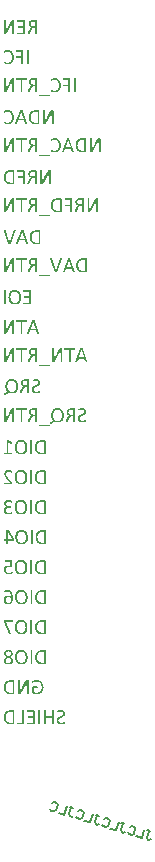
<source format=gbo>
G04*
G04 #@! TF.GenerationSoftware,Altium Limited,Altium Designer,22.4.2 (48)*
G04*
G04 Layer_Color=32896*
%FSLAX25Y25*%
%MOIN*%
G70*
G04*
G04 #@! TF.SameCoordinates,FA252268-3CD0-4EC3-B91A-E4F5567C5AF4*
G04*
G04*
G04 #@! TF.FilePolarity,Positive*
G04*
G01*
G75*
%ADD23C,0.00700*%
G36*
X-66218Y197345D02*
X-66202D01*
X-66151Y197337D01*
X-66118Y197328D01*
X-66102Y197320D01*
X-66093Y197312D01*
X-66077Y197287D01*
X-66068Y197262D01*
Y197245D01*
Y197237D01*
X-66077Y197195D01*
X-66085Y197153D01*
X-66093Y197128D01*
X-66102Y197112D01*
X-67618Y192780D01*
X-67634Y192738D01*
X-67643Y192730D01*
Y192722D01*
X-67668Y192697D01*
X-67676Y192688D01*
X-67709Y192680D01*
X-67726Y192672D01*
X-67776D01*
X-67793Y192663D01*
X-67801D01*
X-67843Y192655D01*
X-67909D01*
X-67951Y192647D01*
X-68117D01*
X-68167Y192655D01*
X-68217D01*
X-68267Y192663D01*
X-68301D01*
X-68326Y192672D01*
X-68334D01*
X-68367Y192680D01*
X-68392Y192688D01*
X-68401Y192705D01*
X-68409D01*
X-68442Y192747D01*
X-68451Y192763D01*
Y192772D01*
X-69967Y197103D01*
X-69983Y197162D01*
X-70000Y197195D01*
Y197220D01*
Y197228D01*
Y197262D01*
X-69992Y197287D01*
X-69983Y197295D01*
Y197303D01*
X-69958Y197320D01*
X-69925Y197328D01*
X-69900Y197337D01*
X-69892D01*
X-69842Y197345D01*
X-69783Y197353D01*
X-69592D01*
X-69550Y197345D01*
X-69542D01*
X-69500Y197337D01*
X-69467Y197328D01*
X-69450Y197320D01*
X-69442D01*
X-69409Y197303D01*
X-69392Y197295D01*
Y197287D01*
X-69384Y197245D01*
X-69375Y197228D01*
Y197220D01*
X-68076Y193305D01*
X-68067D01*
X-66726Y197228D01*
X-66701Y197270D01*
X-66693Y197287D01*
X-66685Y197303D01*
X-66668Y197312D01*
X-66660Y197320D01*
X-66651D01*
X-66626Y197328D01*
X-66593Y197337D01*
X-66568Y197345D01*
X-66560D01*
X-66510Y197353D01*
X-66251D01*
X-66218Y197345D01*
D02*
G37*
G36*
X-57938Y197320D02*
X-57888Y197303D01*
X-57855Y197278D01*
X-57838Y197270D01*
X-57797Y197212D01*
X-57780Y197145D01*
X-57772Y197095D01*
Y197078D01*
Y197070D01*
Y192922D01*
X-57780Y192830D01*
X-57805Y192772D01*
X-57830Y192730D01*
X-57838Y192722D01*
X-57897Y192697D01*
X-57946Y192680D01*
X-57980Y192672D01*
X-58988D01*
X-59204Y192680D01*
X-59396Y192697D01*
X-59571Y192713D01*
X-59721Y192747D01*
X-59846Y192772D01*
X-59896Y192780D01*
X-59937Y192788D01*
X-59971Y192797D01*
X-59996Y192805D01*
X-60004Y192813D01*
X-60012D01*
X-60171Y192872D01*
X-60312Y192947D01*
X-60429Y193022D01*
X-60537Y193088D01*
X-60620Y193155D01*
X-60687Y193205D01*
X-60720Y193238D01*
X-60737Y193255D01*
X-60845Y193371D01*
X-60937Y193496D01*
X-61012Y193621D01*
X-61079Y193746D01*
X-61128Y193846D01*
X-61170Y193930D01*
X-61178Y193963D01*
X-61187Y193988D01*
X-61195Y193996D01*
Y194005D01*
X-61245Y194179D01*
X-61287Y194363D01*
X-61312Y194538D01*
X-61337Y194704D01*
X-61345Y194846D01*
Y194913D01*
X-61353Y194963D01*
Y195004D01*
Y195037D01*
Y195054D01*
Y195062D01*
X-61345Y195254D01*
X-61329Y195429D01*
X-61304Y195587D01*
X-61278Y195729D01*
X-61253Y195845D01*
X-61229Y195929D01*
X-61220Y195962D01*
X-61212Y195987D01*
X-61203Y195995D01*
Y196004D01*
X-61145Y196154D01*
X-61079Y196295D01*
X-61004Y196420D01*
X-60937Y196520D01*
X-60879Y196604D01*
X-60829Y196670D01*
X-60795Y196704D01*
X-60779Y196720D01*
X-60670Y196820D01*
X-60545Y196912D01*
X-60429Y196987D01*
X-60321Y197053D01*
X-60221Y197103D01*
X-60146Y197145D01*
X-60087Y197162D01*
X-60079Y197170D01*
X-60071D01*
X-59904Y197220D01*
X-59737Y197262D01*
X-59562Y197287D01*
X-59404Y197312D01*
X-59263Y197320D01*
X-59204D01*
X-59154Y197328D01*
X-57996D01*
X-57938Y197320D01*
D02*
G37*
G36*
X-63636Y197345D02*
X-63619D01*
X-63569Y197337D01*
X-63536Y197328D01*
X-63511Y197320D01*
X-63503D01*
X-63453Y197303D01*
X-63444Y197295D01*
X-63436Y197287D01*
X-63411Y197245D01*
X-63403Y197228D01*
Y197220D01*
X-61845Y192888D01*
X-61828Y192830D01*
X-61820Y192788D01*
X-61812Y192763D01*
Y192755D01*
X-61820Y192730D01*
X-61828Y192705D01*
X-61837Y192697D01*
Y192688D01*
X-61862Y192680D01*
X-61895Y192672D01*
X-61920Y192663D01*
X-61928D01*
X-61987Y192655D01*
X-62045Y192647D01*
X-62170D01*
X-62220Y192655D01*
X-62261D01*
X-62303Y192663D01*
X-62336D01*
X-62353Y192672D01*
X-62361D01*
X-62403Y192697D01*
X-62411Y192713D01*
X-62436Y192755D01*
X-62445Y192763D01*
Y192772D01*
X-62819Y193896D01*
X-64760D01*
X-65160Y192755D01*
X-65185Y192713D01*
X-65194Y192705D01*
Y192697D01*
X-65227Y192680D01*
X-65235Y192672D01*
X-65244D01*
X-65277Y192663D01*
X-65310D01*
X-65335Y192655D01*
X-65343D01*
X-65402Y192647D01*
X-65593D01*
X-65652Y192655D01*
X-65702D01*
X-65743Y192663D01*
X-65777Y192672D01*
X-65785Y192680D01*
X-65793D01*
X-65810Y192705D01*
X-65818Y192730D01*
Y192747D01*
Y192755D01*
Y192797D01*
X-65810Y192838D01*
X-65802Y192872D01*
X-65793Y192888D01*
X-64227Y197220D01*
X-64202Y197262D01*
X-64194Y197278D01*
X-64186D01*
X-64161Y197303D01*
X-64136Y197312D01*
X-64119Y197320D01*
X-64111D01*
X-64077Y197328D01*
X-64036Y197337D01*
X-64011Y197345D01*
X-63994D01*
X-63936Y197353D01*
X-63669D01*
X-63636Y197345D01*
D02*
G37*
G36*
X-68634Y127353D02*
X-68576D01*
X-68559Y127345D01*
X-68551D01*
X-68509Y127337D01*
X-68501Y127328D01*
X-68492D01*
X-68467Y127320D01*
X-68459Y127312D01*
X-67393Y126628D01*
X-67351Y126603D01*
X-67343Y126595D01*
X-67334Y126587D01*
X-67318Y126553D01*
X-67309Y126545D01*
Y126537D01*
X-67301Y126512D01*
Y126487D01*
X-67293Y126470D01*
Y126462D01*
Y126395D01*
Y126370D01*
Y126362D01*
Y126304D01*
X-67301Y126262D01*
Y126229D01*
Y126220D01*
X-67309Y126187D01*
X-67318Y126162D01*
X-67334Y126154D01*
Y126145D01*
X-67359Y126129D01*
X-67401D01*
X-67434Y126137D01*
X-67468Y126154D01*
X-67501Y126170D01*
X-67509Y126179D01*
X-68409Y126712D01*
Y123172D01*
X-67434D01*
X-67401Y123163D01*
X-67393Y123155D01*
X-67384D01*
X-67351Y123122D01*
X-67343Y123113D01*
Y123105D01*
X-67326Y123055D01*
X-67318Y123030D01*
Y123022D01*
X-67309Y122988D01*
Y122955D01*
Y122922D01*
Y122913D01*
Y122863D01*
X-67318Y122830D01*
Y122805D01*
Y122797D01*
X-67334Y122747D01*
X-67343Y122730D01*
Y122722D01*
X-67376Y122688D01*
X-67384Y122680D01*
X-67418Y122672D01*
X-69867D01*
X-69900Y122680D01*
X-69917D01*
X-69950Y122705D01*
X-69958Y122722D01*
X-69975Y122772D01*
X-69983Y122788D01*
Y122797D01*
X-69992Y122838D01*
X-70000Y122872D01*
Y122905D01*
Y122913D01*
Y122955D01*
X-69992Y122997D01*
X-69983Y123013D01*
Y123022D01*
X-69975Y123055D01*
X-69967Y123080D01*
X-69958Y123097D01*
Y123105D01*
X-69933Y123147D01*
X-69925Y123155D01*
X-69917D01*
X-69883Y123172D01*
X-69025D01*
Y127253D01*
X-69017Y127287D01*
X-69009Y127295D01*
X-69000Y127312D01*
X-68984Y127320D01*
X-68975Y127328D01*
X-68967D01*
X-68942Y127337D01*
X-68909Y127345D01*
X-68884Y127353D01*
X-68875D01*
X-68826Y127362D01*
X-68659D01*
X-68634Y127353D01*
D02*
G37*
G36*
X-56172Y127320D02*
X-56122Y127303D01*
X-56089Y127278D01*
X-56072Y127270D01*
X-56031Y127212D01*
X-56014Y127145D01*
X-56006Y127095D01*
Y127078D01*
Y127070D01*
Y122922D01*
X-56014Y122830D01*
X-56039Y122772D01*
X-56064Y122730D01*
X-56072Y122722D01*
X-56131Y122697D01*
X-56181Y122680D01*
X-56214Y122672D01*
X-57222D01*
X-57438Y122680D01*
X-57630Y122697D01*
X-57805Y122713D01*
X-57955Y122747D01*
X-58080Y122772D01*
X-58130Y122780D01*
X-58171Y122788D01*
X-58205Y122797D01*
X-58230Y122805D01*
X-58238Y122813D01*
X-58246D01*
X-58405Y122872D01*
X-58546Y122947D01*
X-58663Y123022D01*
X-58771Y123088D01*
X-58855Y123155D01*
X-58921Y123205D01*
X-58954Y123238D01*
X-58971Y123255D01*
X-59079Y123372D01*
X-59171Y123496D01*
X-59246Y123621D01*
X-59313Y123746D01*
X-59363Y123846D01*
X-59404Y123930D01*
X-59413Y123963D01*
X-59421Y123988D01*
X-59429Y123996D01*
Y124005D01*
X-59479Y124179D01*
X-59521Y124363D01*
X-59546Y124538D01*
X-59571Y124704D01*
X-59579Y124846D01*
Y124913D01*
X-59588Y124962D01*
Y125004D01*
Y125038D01*
Y125054D01*
Y125063D01*
X-59579Y125254D01*
X-59562Y125429D01*
X-59538Y125587D01*
X-59513Y125729D01*
X-59487Y125846D01*
X-59462Y125929D01*
X-59454Y125962D01*
X-59446Y125987D01*
X-59438Y125995D01*
Y126004D01*
X-59379Y126154D01*
X-59313Y126295D01*
X-59238Y126420D01*
X-59171Y126520D01*
X-59113Y126603D01*
X-59063Y126670D01*
X-59029Y126704D01*
X-59013Y126720D01*
X-58904Y126820D01*
X-58780Y126912D01*
X-58663Y126987D01*
X-58555Y127053D01*
X-58455Y127103D01*
X-58380Y127145D01*
X-58321Y127162D01*
X-58313Y127170D01*
X-58305D01*
X-58138Y127220D01*
X-57972Y127262D01*
X-57797Y127287D01*
X-57638Y127312D01*
X-57497Y127320D01*
X-57438D01*
X-57388Y127328D01*
X-56230D01*
X-56172Y127320D01*
D02*
G37*
G36*
X-60737Y127345D02*
X-60704Y127337D01*
X-60695D01*
X-60654Y127328D01*
X-60620Y127320D01*
X-60604Y127312D01*
X-60595D01*
X-60562Y127295D01*
X-60545Y127287D01*
Y127278D01*
X-60537Y127253D01*
Y127245D01*
Y127237D01*
Y122755D01*
X-60545Y122722D01*
Y122713D01*
Y122705D01*
X-60579Y122688D01*
X-60587Y122680D01*
X-60595D01*
X-60662Y122672D01*
X-60687Y122663D01*
X-60695D01*
X-60745Y122655D01*
X-60795Y122647D01*
X-60904D01*
X-60945Y122655D01*
X-60979Y122663D01*
X-60987D01*
X-61029Y122672D01*
X-61054D01*
X-61070Y122680D01*
X-61079D01*
X-61104Y122688D01*
X-61120Y122697D01*
X-61137Y122705D01*
X-61154Y122738D01*
Y122755D01*
Y127237D01*
X-61145Y127270D01*
X-61137Y127278D01*
X-61120Y127295D01*
X-61104Y127303D01*
X-61087Y127312D01*
X-61079D01*
X-61054Y127320D01*
X-61020Y127328D01*
X-60995Y127337D01*
X-60987D01*
X-60937Y127345D01*
X-60895Y127353D01*
X-60787D01*
X-60737Y127345D01*
D02*
G37*
G36*
X-64069Y127387D02*
X-63894Y127370D01*
X-63727Y127337D01*
X-63594Y127312D01*
X-63486Y127278D01*
X-63403Y127245D01*
X-63369Y127237D01*
X-63344Y127228D01*
X-63336Y127220D01*
X-63328D01*
X-63186Y127145D01*
X-63053Y127070D01*
X-62945Y126987D01*
X-62845Y126912D01*
X-62770Y126837D01*
X-62711Y126778D01*
X-62678Y126745D01*
X-62661Y126728D01*
X-62570Y126603D01*
X-62486Y126479D01*
X-62420Y126354D01*
X-62361Y126237D01*
X-62320Y126129D01*
X-62286Y126045D01*
X-62278Y126012D01*
X-62270Y125987D01*
X-62261Y125979D01*
Y125970D01*
X-62220Y125795D01*
X-62186Y125629D01*
X-62170Y125454D01*
X-62153Y125304D01*
X-62145Y125171D01*
X-62137Y125112D01*
Y125063D01*
Y125021D01*
Y124996D01*
Y124979D01*
Y124971D01*
X-62145Y124763D01*
X-62153Y124571D01*
X-62170Y124396D01*
X-62195Y124246D01*
X-62220Y124121D01*
X-62228Y124071D01*
X-62236Y124030D01*
X-62245Y123996D01*
Y123971D01*
X-62253Y123963D01*
Y123955D01*
X-62303Y123796D01*
X-62361Y123655D01*
X-62428Y123530D01*
X-62486Y123422D01*
X-62545Y123330D01*
X-62586Y123263D01*
X-62620Y123230D01*
X-62628Y123213D01*
X-62728Y123105D01*
X-62836Y123013D01*
X-62936Y122938D01*
X-63036Y122872D01*
X-63128Y122822D01*
X-63194Y122788D01*
X-63244Y122763D01*
X-63261Y122755D01*
X-63411Y122705D01*
X-63561Y122672D01*
X-63719Y122638D01*
X-63861Y122622D01*
X-63986Y122614D01*
X-64036D01*
X-64077Y122605D01*
X-64169D01*
X-64361Y122614D01*
X-64544Y122630D01*
X-64702Y122655D01*
X-64835Y122688D01*
X-64944Y122722D01*
X-65035Y122747D01*
X-65060Y122755D01*
X-65085Y122763D01*
X-65094Y122772D01*
X-65102D01*
X-65244Y122847D01*
X-65377Y122922D01*
X-65485Y123005D01*
X-65585Y123080D01*
X-65660Y123155D01*
X-65718Y123213D01*
X-65760Y123247D01*
X-65768Y123263D01*
X-65860Y123388D01*
X-65943Y123513D01*
X-66010Y123646D01*
X-66068Y123763D01*
X-66110Y123871D01*
X-66143Y123955D01*
X-66151Y123988D01*
X-66160Y124013D01*
X-66168Y124021D01*
Y124030D01*
X-66210Y124205D01*
X-66243Y124379D01*
X-66268Y124554D01*
X-66285Y124713D01*
X-66293Y124846D01*
X-66302Y124904D01*
Y124954D01*
Y124987D01*
Y125021D01*
Y125038D01*
Y125046D01*
X-66293Y125254D01*
X-66285Y125437D01*
X-66260Y125612D01*
X-66243Y125762D01*
X-66218Y125879D01*
X-66210Y125929D01*
X-66193Y125970D01*
X-66185Y126004D01*
Y126029D01*
X-66176Y126037D01*
Y126045D01*
X-66127Y126204D01*
X-66068Y126345D01*
X-66002Y126470D01*
X-65935Y126578D01*
X-65885Y126662D01*
X-65835Y126728D01*
X-65802Y126762D01*
X-65793Y126778D01*
X-65693Y126887D01*
X-65593Y126978D01*
X-65485Y127053D01*
X-65385Y127120D01*
X-65294Y127170D01*
X-65227Y127212D01*
X-65177Y127228D01*
X-65169Y127237D01*
X-65160D01*
X-65010Y127287D01*
X-64860Y127328D01*
X-64710Y127353D01*
X-64569Y127378D01*
X-64444Y127387D01*
X-64344Y127395D01*
X-64261D01*
X-64069Y127387D01*
D02*
G37*
G36*
X-68284Y117387D02*
X-68217Y117378D01*
X-68159Y117370D01*
X-68109Y117362D01*
X-68067Y117353D01*
X-68042Y117345D01*
X-68034D01*
X-67901Y117312D01*
X-67834Y117295D01*
X-67784Y117278D01*
X-67743Y117262D01*
X-67709Y117245D01*
X-67684Y117237D01*
X-67676D01*
X-67568Y117195D01*
X-67484Y117153D01*
X-67451Y117137D01*
X-67426Y117120D01*
X-67418Y117112D01*
X-67409D01*
X-67343Y117070D01*
X-67293Y117037D01*
X-67268Y117012D01*
X-67259Y117003D01*
X-67234Y116978D01*
X-67218Y116962D01*
X-67201Y116953D01*
Y116945D01*
X-67185Y116903D01*
X-67176Y116895D01*
Y116887D01*
X-67168Y116845D01*
Y116828D01*
Y116820D01*
Y116762D01*
Y116737D01*
Y116728D01*
Y116679D01*
Y116637D01*
Y116604D01*
Y116595D01*
X-67176Y116562D01*
Y116537D01*
X-67185Y116520D01*
Y116512D01*
X-67210Y116479D01*
X-67218Y116462D01*
X-67251Y116454D01*
X-67268D01*
X-67309Y116462D01*
X-67359Y116487D01*
X-67393Y116504D01*
X-67409Y116512D01*
X-67484Y116553D01*
X-67559Y116604D01*
X-67584Y116620D01*
X-67609Y116637D01*
X-67626Y116645D01*
X-67634D01*
X-67743Y116695D01*
X-67843Y116737D01*
X-67884Y116753D01*
X-67918Y116770D01*
X-67943Y116779D01*
X-67951D01*
X-68092Y116820D01*
X-68159Y116828D01*
X-68226Y116837D01*
X-68276Y116845D01*
X-68359D01*
X-68492Y116837D01*
X-68551Y116828D01*
X-68601Y116812D01*
X-68642Y116803D01*
X-68676Y116787D01*
X-68692Y116779D01*
X-68700D01*
X-68800Y116728D01*
X-68884Y116670D01*
X-68934Y116629D01*
X-68942Y116620D01*
X-68950Y116612D01*
X-69017Y116529D01*
X-69067Y116454D01*
X-69084Y116420D01*
X-69092Y116395D01*
X-69100Y116379D01*
Y116370D01*
X-69134Y116270D01*
X-69150Y116179D01*
X-69159Y116137D01*
Y116104D01*
Y116087D01*
Y116079D01*
X-69150Y115962D01*
X-69142Y115854D01*
X-69134Y115812D01*
X-69125Y115779D01*
X-69117Y115754D01*
Y115745D01*
X-69084Y115612D01*
X-69034Y115487D01*
X-69009Y115429D01*
X-68992Y115387D01*
X-68984Y115362D01*
X-68975Y115354D01*
X-68934Y115271D01*
X-68884Y115187D01*
X-68834Y115104D01*
X-68792Y115029D01*
X-68742Y114971D01*
X-68709Y114912D01*
X-68684Y114879D01*
X-68676Y114871D01*
X-68601Y114771D01*
X-68517Y114671D01*
X-68426Y114571D01*
X-68342Y114479D01*
X-68276Y114404D01*
X-68209Y114346D01*
X-68176Y114304D01*
X-68159Y114288D01*
X-67226Y113330D01*
X-67201Y113296D01*
X-67176Y113263D01*
X-67159Y113247D01*
X-67151Y113238D01*
X-67118Y113180D01*
X-67110Y113163D01*
Y113155D01*
X-67093Y113097D01*
X-67084Y113072D01*
Y113063D01*
Y113022D01*
Y112980D01*
Y112955D01*
Y112938D01*
Y112880D01*
X-67093Y112838D01*
Y112805D01*
Y112797D01*
X-67110Y112763D01*
X-67118Y112738D01*
X-67134Y112730D01*
Y112722D01*
X-67176Y112688D01*
X-67185Y112680D01*
X-67193D01*
X-67251Y112672D01*
X-69858D01*
X-69900Y112680D01*
X-69917D01*
X-69950Y112713D01*
X-69958Y112722D01*
Y112730D01*
X-69975Y112788D01*
X-69983Y112813D01*
Y112822D01*
X-69992Y112863D01*
X-70000Y112897D01*
Y112922D01*
Y112930D01*
Y112980D01*
X-69992Y113013D01*
X-69983Y113038D01*
Y113047D01*
X-69975Y113080D01*
X-69967Y113105D01*
X-69958Y113122D01*
Y113130D01*
X-69925Y113172D01*
X-69917Y113180D01*
X-69908D01*
X-69875Y113197D01*
X-67834D01*
X-68567Y113963D01*
X-68709Y114113D01*
X-68834Y114246D01*
X-68942Y114371D01*
X-69042Y114479D01*
X-69109Y114563D01*
X-69167Y114629D01*
X-69200Y114671D01*
X-69209Y114688D01*
X-69292Y114804D01*
X-69367Y114912D01*
X-69434Y115004D01*
X-69484Y115087D01*
X-69525Y115162D01*
X-69550Y115212D01*
X-69567Y115246D01*
X-69575Y115254D01*
X-69625Y115346D01*
X-69658Y115437D01*
X-69692Y115521D01*
X-69717Y115596D01*
X-69733Y115654D01*
X-69742Y115696D01*
X-69750Y115729D01*
Y115737D01*
X-69775Y115904D01*
X-69783Y115979D01*
Y116045D01*
X-69792Y116095D01*
Y116145D01*
Y116170D01*
Y116179D01*
X-69775Y116354D01*
X-69767Y116437D01*
X-69750Y116504D01*
X-69733Y116562D01*
X-69725Y116612D01*
X-69709Y116637D01*
Y116645D01*
X-69675Y116728D01*
X-69634Y116803D01*
X-69592Y116870D01*
X-69550Y116928D01*
X-69508Y116970D01*
X-69475Y117003D01*
X-69459Y117028D01*
X-69450Y117037D01*
X-69384Y117095D01*
X-69317Y117145D01*
X-69175Y117228D01*
X-69117Y117253D01*
X-69067Y117278D01*
X-69034Y117295D01*
X-69025D01*
X-68925Y117328D01*
X-68826Y117353D01*
X-68726Y117370D01*
X-68634Y117387D01*
X-68559D01*
X-68492Y117395D01*
X-68434D01*
X-68284Y117387D01*
D02*
G37*
G36*
X-56189Y117320D02*
X-56139Y117303D01*
X-56106Y117278D01*
X-56089Y117270D01*
X-56047Y117212D01*
X-56031Y117145D01*
X-56022Y117095D01*
Y117078D01*
Y117070D01*
Y112922D01*
X-56031Y112830D01*
X-56056Y112772D01*
X-56081Y112730D01*
X-56089Y112722D01*
X-56147Y112697D01*
X-56197Y112680D01*
X-56230Y112672D01*
X-57238D01*
X-57455Y112680D01*
X-57647Y112697D01*
X-57822Y112713D01*
X-57972Y112747D01*
X-58096Y112772D01*
X-58146Y112780D01*
X-58188Y112788D01*
X-58221Y112797D01*
X-58246Y112805D01*
X-58255Y112813D01*
X-58263D01*
X-58421Y112872D01*
X-58563Y112947D01*
X-58679Y113022D01*
X-58788Y113088D01*
X-58871Y113155D01*
X-58938Y113205D01*
X-58971Y113238D01*
X-58988Y113255D01*
X-59096Y113372D01*
X-59188Y113496D01*
X-59263Y113621D01*
X-59329Y113746D01*
X-59379Y113846D01*
X-59421Y113930D01*
X-59429Y113963D01*
X-59438Y113988D01*
X-59446Y113996D01*
Y114005D01*
X-59496Y114180D01*
X-59538Y114363D01*
X-59562Y114538D01*
X-59588Y114704D01*
X-59596Y114846D01*
Y114912D01*
X-59604Y114962D01*
Y115004D01*
Y115038D01*
Y115054D01*
Y115062D01*
X-59596Y115254D01*
X-59579Y115429D01*
X-59554Y115587D01*
X-59529Y115729D01*
X-59504Y115846D01*
X-59479Y115929D01*
X-59471Y115962D01*
X-59462Y115987D01*
X-59454Y115995D01*
Y116004D01*
X-59396Y116154D01*
X-59329Y116295D01*
X-59254Y116420D01*
X-59188Y116520D01*
X-59129Y116604D01*
X-59079Y116670D01*
X-59046Y116703D01*
X-59029Y116720D01*
X-58921Y116820D01*
X-58796Y116912D01*
X-58679Y116987D01*
X-58571Y117053D01*
X-58471Y117103D01*
X-58396Y117145D01*
X-58338Y117162D01*
X-58330Y117170D01*
X-58321D01*
X-58155Y117220D01*
X-57988Y117262D01*
X-57813Y117287D01*
X-57655Y117312D01*
X-57513Y117320D01*
X-57455D01*
X-57405Y117328D01*
X-56247D01*
X-56189Y117320D01*
D02*
G37*
G36*
X-60754Y117345D02*
X-60720Y117337D01*
X-60712D01*
X-60670Y117328D01*
X-60637Y117320D01*
X-60620Y117312D01*
X-60612D01*
X-60579Y117295D01*
X-60562Y117287D01*
Y117278D01*
X-60554Y117253D01*
Y117245D01*
Y117237D01*
Y112755D01*
X-60562Y112722D01*
Y112713D01*
Y112705D01*
X-60595Y112688D01*
X-60604Y112680D01*
X-60612D01*
X-60679Y112672D01*
X-60704Y112663D01*
X-60712D01*
X-60762Y112655D01*
X-60812Y112647D01*
X-60920D01*
X-60962Y112655D01*
X-60995Y112663D01*
X-61004D01*
X-61045Y112672D01*
X-61070D01*
X-61087Y112680D01*
X-61095D01*
X-61120Y112688D01*
X-61137Y112697D01*
X-61154Y112705D01*
X-61170Y112738D01*
Y112755D01*
Y117237D01*
X-61162Y117270D01*
X-61154Y117278D01*
X-61137Y117295D01*
X-61120Y117303D01*
X-61104Y117312D01*
X-61095D01*
X-61070Y117320D01*
X-61037Y117328D01*
X-61012Y117337D01*
X-61004D01*
X-60954Y117345D01*
X-60912Y117353D01*
X-60804D01*
X-60754Y117345D01*
D02*
G37*
G36*
X-64086Y117387D02*
X-63911Y117370D01*
X-63744Y117337D01*
X-63611Y117312D01*
X-63503Y117278D01*
X-63419Y117245D01*
X-63386Y117237D01*
X-63361Y117228D01*
X-63353Y117220D01*
X-63344D01*
X-63203Y117145D01*
X-63069Y117070D01*
X-62961Y116987D01*
X-62861Y116912D01*
X-62786Y116837D01*
X-62728Y116779D01*
X-62695Y116745D01*
X-62678Y116728D01*
X-62586Y116604D01*
X-62503Y116479D01*
X-62436Y116354D01*
X-62378Y116237D01*
X-62336Y116129D01*
X-62303Y116045D01*
X-62295Y116012D01*
X-62286Y115987D01*
X-62278Y115979D01*
Y115971D01*
X-62236Y115796D01*
X-62203Y115629D01*
X-62186Y115454D01*
X-62170Y115304D01*
X-62161Y115171D01*
X-62153Y115112D01*
Y115062D01*
Y115021D01*
Y114996D01*
Y114979D01*
Y114971D01*
X-62161Y114763D01*
X-62170Y114571D01*
X-62186Y114396D01*
X-62212Y114246D01*
X-62236Y114121D01*
X-62245Y114071D01*
X-62253Y114030D01*
X-62261Y113996D01*
Y113971D01*
X-62270Y113963D01*
Y113955D01*
X-62320Y113796D01*
X-62378Y113655D01*
X-62445Y113530D01*
X-62503Y113421D01*
X-62561Y113330D01*
X-62603Y113263D01*
X-62636Y113230D01*
X-62645Y113213D01*
X-62745Y113105D01*
X-62853Y113013D01*
X-62953Y112938D01*
X-63053Y112872D01*
X-63144Y112822D01*
X-63211Y112788D01*
X-63261Y112763D01*
X-63278Y112755D01*
X-63428Y112705D01*
X-63578Y112672D01*
X-63736Y112638D01*
X-63877Y112622D01*
X-64002Y112613D01*
X-64052D01*
X-64094Y112605D01*
X-64186D01*
X-64377Y112613D01*
X-64561Y112630D01*
X-64719Y112655D01*
X-64852Y112688D01*
X-64960Y112722D01*
X-65052Y112747D01*
X-65077Y112755D01*
X-65102Y112763D01*
X-65110Y112772D01*
X-65119D01*
X-65260Y112847D01*
X-65394Y112922D01*
X-65502Y113005D01*
X-65602Y113080D01*
X-65677Y113155D01*
X-65735Y113213D01*
X-65777Y113247D01*
X-65785Y113263D01*
X-65877Y113388D01*
X-65960Y113513D01*
X-66027Y113646D01*
X-66085Y113763D01*
X-66127Y113871D01*
X-66160Y113955D01*
X-66168Y113988D01*
X-66176Y114013D01*
X-66185Y114021D01*
Y114030D01*
X-66227Y114205D01*
X-66260Y114379D01*
X-66285Y114554D01*
X-66302Y114713D01*
X-66310Y114846D01*
X-66318Y114904D01*
Y114954D01*
Y114988D01*
Y115021D01*
Y115038D01*
Y115046D01*
X-66310Y115254D01*
X-66302Y115437D01*
X-66277Y115612D01*
X-66260Y115762D01*
X-66235Y115879D01*
X-66227Y115929D01*
X-66210Y115971D01*
X-66202Y116004D01*
Y116029D01*
X-66193Y116037D01*
Y116045D01*
X-66143Y116204D01*
X-66085Y116345D01*
X-66018Y116470D01*
X-65952Y116578D01*
X-65902Y116662D01*
X-65852Y116728D01*
X-65818Y116762D01*
X-65810Y116779D01*
X-65710Y116887D01*
X-65610Y116978D01*
X-65502Y117053D01*
X-65402Y117120D01*
X-65310Y117170D01*
X-65244Y117212D01*
X-65194Y117228D01*
X-65185Y117237D01*
X-65177D01*
X-65027Y117287D01*
X-64877Y117328D01*
X-64727Y117353D01*
X-64586Y117378D01*
X-64461Y117387D01*
X-64361Y117395D01*
X-64277D01*
X-64086Y117387D01*
D02*
G37*
G36*
X-68317Y107387D02*
X-68242Y107378D01*
X-68184Y107370D01*
X-68126Y107362D01*
X-68084Y107353D01*
X-68059Y107345D01*
X-68051D01*
X-67909Y107312D01*
X-67851Y107295D01*
X-67801Y107278D01*
X-67759Y107262D01*
X-67726Y107245D01*
X-67709Y107237D01*
X-67701D01*
X-67601Y107195D01*
X-67518Y107153D01*
X-67484Y107137D01*
X-67459Y107120D01*
X-67451Y107112D01*
X-67443D01*
X-67376Y107070D01*
X-67334Y107037D01*
X-67309Y107020D01*
X-67301Y107012D01*
X-67268Y106970D01*
X-67251Y106962D01*
Y106953D01*
X-67234Y106912D01*
X-67226Y106903D01*
Y106895D01*
X-67218Y106853D01*
Y106837D01*
Y106828D01*
Y106762D01*
Y106737D01*
Y106728D01*
Y106678D01*
Y106637D01*
Y106612D01*
Y106604D01*
X-67226Y106570D01*
Y106545D01*
X-67234Y106537D01*
Y106529D01*
X-67259Y106504D01*
X-67268Y106495D01*
X-67301Y106487D01*
X-67318D01*
X-67351Y106495D01*
X-67393Y106520D01*
X-67418Y106537D01*
X-67434Y106545D01*
X-67509Y106595D01*
X-67584Y106637D01*
X-67609Y106653D01*
X-67634Y106670D01*
X-67651Y106678D01*
X-67659D01*
X-67768Y106728D01*
X-67867Y106779D01*
X-67909Y106795D01*
X-67943Y106812D01*
X-67967Y106820D01*
X-67976D01*
X-68109Y106862D01*
X-68226Y106878D01*
X-68276Y106887D01*
X-68351D01*
X-68484Y106878D01*
X-68542Y106870D01*
X-68592Y106862D01*
X-68625Y106845D01*
X-68659Y106837D01*
X-68676Y106828D01*
X-68684D01*
X-68784Y106779D01*
X-68859Y106728D01*
X-68909Y106687D01*
X-68925Y106678D01*
Y106670D01*
X-68984Y106595D01*
X-69034Y106520D01*
X-69050Y106495D01*
X-69059Y106470D01*
X-69067Y106454D01*
Y106445D01*
X-69100Y106345D01*
X-69109Y106262D01*
X-69117Y106220D01*
Y106195D01*
Y106179D01*
Y106170D01*
X-69109Y106029D01*
X-69092Y105971D01*
X-69084Y105921D01*
X-69067Y105870D01*
X-69050Y105837D01*
X-69042Y105821D01*
Y105812D01*
X-68984Y105704D01*
X-68917Y105612D01*
X-68892Y105579D01*
X-68867Y105562D01*
X-68850Y105546D01*
X-68842Y105537D01*
X-68734Y105462D01*
X-68634Y105404D01*
X-68584Y105387D01*
X-68551Y105371D01*
X-68526Y105362D01*
X-68517D01*
X-68376Y105329D01*
X-68309Y105321D01*
X-68242Y105312D01*
X-68184Y105304D01*
X-67701D01*
X-67659Y105296D01*
X-67651Y105287D01*
X-67643D01*
X-67609Y105262D01*
X-67601Y105254D01*
X-67593Y105246D01*
X-67584Y105221D01*
X-67576Y105196D01*
X-67568Y105179D01*
Y105171D01*
X-67559Y105137D01*
Y105104D01*
Y105071D01*
Y105062D01*
Y105013D01*
X-67568Y104971D01*
Y104946D01*
Y104938D01*
X-67584Y104904D01*
X-67593Y104879D01*
X-67601Y104871D01*
Y104863D01*
X-67634Y104829D01*
X-67651Y104821D01*
X-67693Y104813D01*
X-68267D01*
X-68359Y104804D01*
X-68451Y104796D01*
X-68526Y104779D01*
X-68584Y104771D01*
X-68625Y104754D01*
X-68659Y104746D01*
X-68667D01*
X-68751Y104721D01*
X-68817Y104696D01*
X-68884Y104663D01*
X-68942Y104638D01*
X-68984Y104613D01*
X-69017Y104588D01*
X-69034Y104579D01*
X-69042Y104571D01*
X-69150Y104479D01*
X-69225Y104388D01*
X-69250Y104354D01*
X-69267Y104321D01*
X-69284Y104304D01*
Y104296D01*
X-69334Y104171D01*
X-69359Y104054D01*
X-69367Y104013D01*
Y103971D01*
Y103946D01*
Y103938D01*
X-69359Y103813D01*
X-69334Y103705D01*
X-69325Y103663D01*
X-69309Y103630D01*
X-69300Y103613D01*
Y103605D01*
X-69242Y103496D01*
X-69184Y103413D01*
X-69150Y103380D01*
X-69134Y103363D01*
X-69117Y103347D01*
X-69109Y103338D01*
X-69009Y103263D01*
X-68909Y103213D01*
X-68867Y103197D01*
X-68834Y103180D01*
X-68809Y103172D01*
X-68800D01*
X-68659Y103138D01*
X-68584Y103130D01*
X-68517Y103122D01*
X-68459Y103113D01*
X-68376D01*
X-68201Y103122D01*
X-68117Y103130D01*
X-68051Y103138D01*
X-68001Y103147D01*
X-67951Y103155D01*
X-67926Y103163D01*
X-67918D01*
X-67776Y103205D01*
X-67718Y103230D01*
X-67668Y103246D01*
X-67618Y103263D01*
X-67584Y103280D01*
X-67568Y103288D01*
X-67559D01*
X-67459Y103338D01*
X-67376Y103380D01*
X-67326Y103413D01*
X-67318Y103421D01*
X-67309D01*
X-67243Y103455D01*
X-67210Y103472D01*
X-67185Y103480D01*
X-67176D01*
X-67151Y103472D01*
X-67126Y103455D01*
X-67118Y103430D01*
X-67110Y103421D01*
X-67093Y103372D01*
X-67084Y103313D01*
Y103263D01*
Y103255D01*
Y103246D01*
Y103197D01*
Y103155D01*
Y103122D01*
Y103113D01*
X-67093Y103080D01*
Y103055D01*
X-67101Y103038D01*
Y103030D01*
X-67118Y102988D01*
X-67126Y102980D01*
Y102972D01*
X-67151Y102938D01*
X-67168Y102930D01*
Y102922D01*
X-67201Y102897D01*
X-67243Y102872D01*
X-67276Y102847D01*
X-67293Y102838D01*
X-67384Y102797D01*
X-67468Y102763D01*
X-67501Y102747D01*
X-67534Y102738D01*
X-67551Y102730D01*
X-67559D01*
X-67684Y102697D01*
X-67801Y102672D01*
X-67843Y102663D01*
X-67884Y102655D01*
X-67909Y102647D01*
X-67918D01*
X-68076Y102622D01*
X-68151Y102613D01*
X-68217D01*
X-68276Y102605D01*
X-68359D01*
X-68501Y102613D01*
X-68625Y102622D01*
X-68751Y102638D01*
X-68850Y102655D01*
X-68934Y102672D01*
X-69000Y102680D01*
X-69034Y102697D01*
X-69050D01*
X-69159Y102738D01*
X-69259Y102780D01*
X-69350Y102830D01*
X-69425Y102880D01*
X-69484Y102913D01*
X-69533Y102947D01*
X-69559Y102972D01*
X-69567Y102980D01*
X-69642Y103055D01*
X-69709Y103130D01*
X-69758Y103197D01*
X-69800Y103271D01*
X-69842Y103330D01*
X-69867Y103380D01*
X-69875Y103413D01*
X-69883Y103421D01*
X-69925Y103521D01*
X-69950Y103621D01*
X-69975Y103721D01*
X-69983Y103813D01*
X-69992Y103888D01*
X-70000Y103946D01*
Y103988D01*
Y104005D01*
X-69983Y104163D01*
X-69975Y104229D01*
X-69958Y104288D01*
X-69942Y104338D01*
X-69933Y104379D01*
X-69917Y104404D01*
Y104413D01*
X-69850Y104546D01*
X-69808Y104604D01*
X-69775Y104654D01*
X-69742Y104688D01*
X-69717Y104721D01*
X-69700Y104738D01*
X-69692Y104746D01*
X-69575Y104846D01*
X-69467Y104921D01*
X-69425Y104954D01*
X-69384Y104971D01*
X-69359Y104988D01*
X-69350D01*
X-69200Y105046D01*
X-69125Y105071D01*
X-69059Y105087D01*
X-68992Y105096D01*
X-68950Y105104D01*
X-68917Y105113D01*
X-68909D01*
X-69050Y105154D01*
X-69117Y105179D01*
X-69167Y105196D01*
X-69217Y105221D01*
X-69250Y105237D01*
X-69267Y105254D01*
X-69275D01*
X-69392Y105337D01*
X-69475Y105421D01*
X-69508Y105454D01*
X-69533Y105479D01*
X-69542Y105496D01*
X-69550Y105504D01*
X-69625Y105621D01*
X-69683Y105729D01*
X-69700Y105771D01*
X-69717Y105804D01*
X-69725Y105829D01*
Y105837D01*
X-69758Y105979D01*
X-69767Y106054D01*
X-69775Y106112D01*
X-69783Y106170D01*
Y106212D01*
Y106237D01*
Y106245D01*
Y106337D01*
X-69767Y106429D01*
X-69758Y106504D01*
X-69742Y106579D01*
X-69725Y106629D01*
X-69717Y106678D01*
X-69700Y106703D01*
Y106712D01*
X-69625Y106853D01*
X-69583Y106920D01*
X-69542Y106970D01*
X-69508Y107012D01*
X-69475Y107045D01*
X-69459Y107062D01*
X-69450Y107070D01*
X-69384Y107128D01*
X-69317Y107178D01*
X-69184Y107253D01*
X-69134Y107278D01*
X-69084Y107295D01*
X-69050Y107312D01*
X-69042D01*
X-68850Y107362D01*
X-68759Y107378D01*
X-68676Y107387D01*
X-68601Y107395D01*
X-68484D01*
X-68317Y107387D01*
D02*
G37*
G36*
X-56222Y107320D02*
X-56172Y107303D01*
X-56139Y107278D01*
X-56122Y107270D01*
X-56081Y107212D01*
X-56064Y107145D01*
X-56056Y107095D01*
Y107078D01*
Y107070D01*
Y102922D01*
X-56064Y102830D01*
X-56089Y102772D01*
X-56114Y102730D01*
X-56122Y102722D01*
X-56181Y102697D01*
X-56230Y102680D01*
X-56264Y102672D01*
X-57272D01*
X-57488Y102680D01*
X-57680Y102697D01*
X-57855Y102713D01*
X-58005Y102747D01*
X-58130Y102772D01*
X-58180Y102780D01*
X-58221Y102788D01*
X-58255Y102797D01*
X-58280Y102805D01*
X-58288Y102813D01*
X-58296D01*
X-58455Y102872D01*
X-58596Y102947D01*
X-58713Y103022D01*
X-58821Y103088D01*
X-58904Y103155D01*
X-58971Y103205D01*
X-59004Y103238D01*
X-59021Y103255D01*
X-59129Y103372D01*
X-59221Y103496D01*
X-59296Y103621D01*
X-59363Y103746D01*
X-59413Y103846D01*
X-59454Y103930D01*
X-59462Y103963D01*
X-59471Y103988D01*
X-59479Y103996D01*
Y104005D01*
X-59529Y104180D01*
X-59571Y104363D01*
X-59596Y104538D01*
X-59621Y104704D01*
X-59629Y104846D01*
Y104912D01*
X-59637Y104963D01*
Y105004D01*
Y105037D01*
Y105054D01*
Y105062D01*
X-59629Y105254D01*
X-59613Y105429D01*
X-59588Y105587D01*
X-59562Y105729D01*
X-59538Y105845D01*
X-59513Y105929D01*
X-59504Y105962D01*
X-59496Y105987D01*
X-59487Y105995D01*
Y106004D01*
X-59429Y106154D01*
X-59363Y106295D01*
X-59288Y106420D01*
X-59221Y106520D01*
X-59163Y106604D01*
X-59113Y106670D01*
X-59079Y106703D01*
X-59063Y106720D01*
X-58954Y106820D01*
X-58829Y106912D01*
X-58713Y106987D01*
X-58605Y107053D01*
X-58505Y107103D01*
X-58430Y107145D01*
X-58371Y107162D01*
X-58363Y107170D01*
X-58355D01*
X-58188Y107220D01*
X-58021Y107262D01*
X-57846Y107287D01*
X-57688Y107312D01*
X-57547Y107320D01*
X-57488D01*
X-57438Y107328D01*
X-56280D01*
X-56222Y107320D01*
D02*
G37*
G36*
X-60787Y107345D02*
X-60754Y107337D01*
X-60745D01*
X-60704Y107328D01*
X-60670Y107320D01*
X-60654Y107312D01*
X-60645D01*
X-60612Y107295D01*
X-60595Y107287D01*
Y107278D01*
X-60587Y107253D01*
Y107245D01*
Y107237D01*
Y102755D01*
X-60595Y102722D01*
Y102713D01*
Y102705D01*
X-60629Y102688D01*
X-60637Y102680D01*
X-60645D01*
X-60712Y102672D01*
X-60737Y102663D01*
X-60745D01*
X-60795Y102655D01*
X-60845Y102647D01*
X-60954D01*
X-60995Y102655D01*
X-61029Y102663D01*
X-61037D01*
X-61079Y102672D01*
X-61104D01*
X-61120Y102680D01*
X-61128D01*
X-61154Y102688D01*
X-61170Y102697D01*
X-61187Y102705D01*
X-61203Y102738D01*
Y102755D01*
Y107237D01*
X-61195Y107270D01*
X-61187Y107278D01*
X-61170Y107295D01*
X-61154Y107303D01*
X-61137Y107312D01*
X-61128D01*
X-61104Y107320D01*
X-61070Y107328D01*
X-61045Y107337D01*
X-61037D01*
X-60987Y107345D01*
X-60945Y107353D01*
X-60837D01*
X-60787Y107345D01*
D02*
G37*
G36*
X-64119Y107387D02*
X-63944Y107370D01*
X-63778Y107337D01*
X-63644Y107312D01*
X-63536Y107278D01*
X-63453Y107245D01*
X-63419Y107237D01*
X-63394Y107228D01*
X-63386Y107220D01*
X-63378D01*
X-63236Y107145D01*
X-63103Y107070D01*
X-62994Y106987D01*
X-62894Y106912D01*
X-62819Y106837D01*
X-62761Y106779D01*
X-62728Y106745D01*
X-62711Y106728D01*
X-62620Y106604D01*
X-62536Y106479D01*
X-62470Y106354D01*
X-62411Y106237D01*
X-62370Y106129D01*
X-62336Y106045D01*
X-62328Y106012D01*
X-62320Y105987D01*
X-62311Y105979D01*
Y105971D01*
X-62270Y105796D01*
X-62236Y105629D01*
X-62220Y105454D01*
X-62203Y105304D01*
X-62195Y105171D01*
X-62186Y105113D01*
Y105062D01*
Y105021D01*
Y104996D01*
Y104979D01*
Y104971D01*
X-62195Y104763D01*
X-62203Y104571D01*
X-62220Y104396D01*
X-62245Y104246D01*
X-62270Y104121D01*
X-62278Y104071D01*
X-62286Y104030D01*
X-62295Y103996D01*
Y103971D01*
X-62303Y103963D01*
Y103955D01*
X-62353Y103796D01*
X-62411Y103655D01*
X-62478Y103530D01*
X-62536Y103421D01*
X-62595Y103330D01*
X-62636Y103263D01*
X-62670Y103230D01*
X-62678Y103213D01*
X-62778Y103105D01*
X-62886Y103013D01*
X-62986Y102938D01*
X-63086Y102872D01*
X-63178Y102822D01*
X-63244Y102788D01*
X-63294Y102763D01*
X-63311Y102755D01*
X-63461Y102705D01*
X-63611Y102672D01*
X-63769Y102638D01*
X-63911Y102622D01*
X-64036Y102613D01*
X-64086D01*
X-64127Y102605D01*
X-64219D01*
X-64411Y102613D01*
X-64594Y102630D01*
X-64752Y102655D01*
X-64885Y102688D01*
X-64994Y102722D01*
X-65085Y102747D01*
X-65110Y102755D01*
X-65135Y102763D01*
X-65144Y102772D01*
X-65152D01*
X-65294Y102847D01*
X-65427Y102922D01*
X-65535Y103005D01*
X-65635Y103080D01*
X-65710Y103155D01*
X-65768Y103213D01*
X-65810Y103246D01*
X-65818Y103263D01*
X-65910Y103388D01*
X-65993Y103513D01*
X-66060Y103646D01*
X-66118Y103763D01*
X-66160Y103871D01*
X-66193Y103955D01*
X-66202Y103988D01*
X-66210Y104013D01*
X-66218Y104021D01*
Y104030D01*
X-66260Y104204D01*
X-66293Y104379D01*
X-66318Y104554D01*
X-66335Y104713D01*
X-66343Y104846D01*
X-66351Y104904D01*
Y104954D01*
Y104988D01*
Y105021D01*
Y105037D01*
Y105046D01*
X-66343Y105254D01*
X-66335Y105437D01*
X-66310Y105612D01*
X-66293Y105762D01*
X-66268Y105879D01*
X-66260Y105929D01*
X-66243Y105971D01*
X-66235Y106004D01*
Y106029D01*
X-66227Y106037D01*
Y106045D01*
X-66176Y106204D01*
X-66118Y106345D01*
X-66052Y106470D01*
X-65985Y106579D01*
X-65935Y106662D01*
X-65885Y106728D01*
X-65852Y106762D01*
X-65843Y106779D01*
X-65743Y106887D01*
X-65643Y106978D01*
X-65535Y107053D01*
X-65435Y107120D01*
X-65343Y107170D01*
X-65277Y107212D01*
X-65227Y107228D01*
X-65219Y107237D01*
X-65210D01*
X-65060Y107287D01*
X-64910Y107328D01*
X-64760Y107353D01*
X-64619Y107378D01*
X-64494Y107387D01*
X-64394Y107395D01*
X-64311D01*
X-64119Y107387D01*
D02*
G37*
G36*
X-55989Y97320D02*
X-55939Y97303D01*
X-55906Y97278D01*
X-55889Y97270D01*
X-55847Y97212D01*
X-55831Y97145D01*
X-55822Y97095D01*
Y97078D01*
Y97070D01*
Y92922D01*
X-55831Y92830D01*
X-55856Y92772D01*
X-55881Y92730D01*
X-55889Y92722D01*
X-55947Y92697D01*
X-55997Y92680D01*
X-56031Y92672D01*
X-57038D01*
X-57255Y92680D01*
X-57447Y92697D01*
X-57622Y92713D01*
X-57772Y92747D01*
X-57897Y92772D01*
X-57946Y92780D01*
X-57988Y92788D01*
X-58021Y92797D01*
X-58047Y92805D01*
X-58055Y92813D01*
X-58063D01*
X-58221Y92872D01*
X-58363Y92947D01*
X-58480Y93022D01*
X-58588Y93088D01*
X-58671Y93155D01*
X-58738Y93205D01*
X-58771Y93238D01*
X-58788Y93255D01*
X-58896Y93371D01*
X-58988Y93496D01*
X-59063Y93621D01*
X-59129Y93746D01*
X-59179Y93846D01*
X-59221Y93930D01*
X-59229Y93963D01*
X-59238Y93988D01*
X-59246Y93996D01*
Y94005D01*
X-59296Y94179D01*
X-59338Y94363D01*
X-59363Y94538D01*
X-59388Y94704D01*
X-59396Y94846D01*
Y94912D01*
X-59404Y94963D01*
Y95004D01*
Y95038D01*
Y95054D01*
Y95063D01*
X-59396Y95254D01*
X-59379Y95429D01*
X-59354Y95587D01*
X-59329Y95729D01*
X-59304Y95846D01*
X-59279Y95929D01*
X-59271Y95962D01*
X-59263Y95987D01*
X-59254Y95995D01*
Y96004D01*
X-59196Y96154D01*
X-59129Y96295D01*
X-59054Y96420D01*
X-58988Y96520D01*
X-58929Y96604D01*
X-58879Y96670D01*
X-58846Y96703D01*
X-58829Y96720D01*
X-58721Y96820D01*
X-58596Y96912D01*
X-58480Y96987D01*
X-58371Y97053D01*
X-58271Y97103D01*
X-58196Y97145D01*
X-58138Y97162D01*
X-58130Y97170D01*
X-58121D01*
X-57955Y97220D01*
X-57788Y97262D01*
X-57613Y97287D01*
X-57455Y97312D01*
X-57313Y97320D01*
X-57255D01*
X-57205Y97328D01*
X-56047D01*
X-55989Y97320D01*
D02*
G37*
G36*
X-60554Y97345D02*
X-60520Y97337D01*
X-60512D01*
X-60470Y97328D01*
X-60437Y97320D01*
X-60421Y97312D01*
X-60412D01*
X-60379Y97295D01*
X-60362Y97287D01*
Y97278D01*
X-60354Y97253D01*
Y97245D01*
Y97237D01*
Y92755D01*
X-60362Y92722D01*
Y92713D01*
Y92705D01*
X-60395Y92688D01*
X-60404Y92680D01*
X-60412D01*
X-60479Y92672D01*
X-60504Y92663D01*
X-60512D01*
X-60562Y92655D01*
X-60612Y92647D01*
X-60720D01*
X-60762Y92655D01*
X-60795Y92663D01*
X-60804D01*
X-60845Y92672D01*
X-60870D01*
X-60887Y92680D01*
X-60895D01*
X-60920Y92688D01*
X-60937Y92697D01*
X-60954Y92705D01*
X-60970Y92738D01*
Y92755D01*
Y97237D01*
X-60962Y97270D01*
X-60954Y97278D01*
X-60937Y97295D01*
X-60920Y97303D01*
X-60904Y97312D01*
X-60895D01*
X-60870Y97320D01*
X-60837Y97328D01*
X-60812Y97337D01*
X-60804D01*
X-60754Y97345D01*
X-60712Y97353D01*
X-60604D01*
X-60554Y97345D01*
D02*
G37*
G36*
X-68692D02*
X-68676D01*
X-68625Y97337D01*
X-68584Y97328D01*
X-68551Y97320D01*
X-68542D01*
X-68509Y97312D01*
X-68476Y97303D01*
X-68459Y97295D01*
X-68451Y97287D01*
X-68417Y97253D01*
X-68401Y97245D01*
Y97237D01*
X-66735Y94404D01*
X-66718Y94371D01*
X-66701Y94338D01*
X-66693Y94321D01*
Y94313D01*
X-66668Y94254D01*
X-66660Y94230D01*
Y94221D01*
X-66651Y94155D01*
Y94130D01*
Y94121D01*
Y94080D01*
Y94046D01*
Y94013D01*
Y94005D01*
Y93946D01*
X-66660Y93905D01*
Y93871D01*
Y93863D01*
X-66668Y93830D01*
X-66676Y93805D01*
X-66685Y93788D01*
Y93780D01*
X-66718Y93755D01*
X-66735Y93746D01*
X-66785Y93738D01*
X-68726D01*
Y92755D01*
X-68734Y92722D01*
Y92705D01*
X-68767Y92680D01*
X-68775Y92672D01*
X-68784D01*
X-68809Y92663D01*
X-68842D01*
X-68867Y92655D01*
X-68875D01*
X-68925Y92647D01*
X-69084D01*
X-69134Y92655D01*
X-69175D01*
X-69217Y92663D01*
X-69242D01*
X-69259Y92672D01*
X-69267D01*
X-69292Y92688D01*
X-69309Y92697D01*
X-69325Y92705D01*
X-69342Y92738D01*
Y92747D01*
Y92755D01*
Y93738D01*
X-69867D01*
X-69908Y93746D01*
X-69933Y93771D01*
X-69950Y93796D01*
X-69958Y93805D01*
X-69983Y93863D01*
X-69992Y93921D01*
X-70000Y93971D01*
Y93980D01*
Y93988D01*
X-69992Y94071D01*
X-69983Y94130D01*
X-69967Y94171D01*
X-69958Y94179D01*
X-69933Y94221D01*
X-69900Y94238D01*
X-69875Y94246D01*
X-69342D01*
Y97220D01*
X-69334Y97245D01*
X-69325Y97262D01*
X-69317Y97278D01*
X-69309D01*
X-69284Y97295D01*
X-69250Y97303D01*
X-69225Y97312D01*
X-69217D01*
X-69175Y97320D01*
X-69125Y97328D01*
X-69092Y97337D01*
X-69075D01*
X-69009Y97345D01*
X-68942Y97353D01*
X-68734D01*
X-68692Y97345D01*
D02*
G37*
G36*
X-63886Y97386D02*
X-63711Y97370D01*
X-63544Y97337D01*
X-63411Y97312D01*
X-63303Y97278D01*
X-63219Y97245D01*
X-63186Y97237D01*
X-63161Y97228D01*
X-63153Y97220D01*
X-63144D01*
X-63003Y97145D01*
X-62870Y97070D01*
X-62761Y96987D01*
X-62661Y96912D01*
X-62586Y96837D01*
X-62528Y96779D01*
X-62495Y96745D01*
X-62478Y96728D01*
X-62386Y96604D01*
X-62303Y96479D01*
X-62236Y96354D01*
X-62178Y96237D01*
X-62137Y96129D01*
X-62103Y96045D01*
X-62095Y96012D01*
X-62086Y95987D01*
X-62078Y95979D01*
Y95970D01*
X-62037Y95796D01*
X-62003Y95629D01*
X-61987Y95454D01*
X-61970Y95304D01*
X-61962Y95171D01*
X-61953Y95113D01*
Y95063D01*
Y95021D01*
Y94996D01*
Y94979D01*
Y94971D01*
X-61962Y94763D01*
X-61970Y94571D01*
X-61987Y94396D01*
X-62011Y94246D01*
X-62037Y94121D01*
X-62045Y94071D01*
X-62053Y94030D01*
X-62062Y93996D01*
Y93971D01*
X-62070Y93963D01*
Y93955D01*
X-62120Y93796D01*
X-62178Y93655D01*
X-62245Y93530D01*
X-62303Y93422D01*
X-62361Y93330D01*
X-62403Y93263D01*
X-62436Y93230D01*
X-62445Y93213D01*
X-62545Y93105D01*
X-62653Y93013D01*
X-62753Y92938D01*
X-62853Y92872D01*
X-62945Y92822D01*
X-63011Y92788D01*
X-63061Y92763D01*
X-63078Y92755D01*
X-63228Y92705D01*
X-63378Y92672D01*
X-63536Y92638D01*
X-63678Y92622D01*
X-63802Y92614D01*
X-63853D01*
X-63894Y92605D01*
X-63986D01*
X-64177Y92614D01*
X-64361Y92630D01*
X-64519Y92655D01*
X-64652Y92688D01*
X-64760Y92722D01*
X-64852Y92747D01*
X-64877Y92755D01*
X-64902Y92763D01*
X-64910Y92772D01*
X-64919D01*
X-65060Y92847D01*
X-65194Y92922D01*
X-65302Y93005D01*
X-65402Y93080D01*
X-65477Y93155D01*
X-65535Y93213D01*
X-65577Y93247D01*
X-65585Y93263D01*
X-65677Y93388D01*
X-65760Y93513D01*
X-65827Y93646D01*
X-65885Y93763D01*
X-65927Y93871D01*
X-65960Y93955D01*
X-65968Y93988D01*
X-65977Y94013D01*
X-65985Y94021D01*
Y94030D01*
X-66027Y94204D01*
X-66060Y94379D01*
X-66085Y94554D01*
X-66102Y94713D01*
X-66110Y94846D01*
X-66118Y94904D01*
Y94954D01*
Y94987D01*
Y95021D01*
Y95038D01*
Y95046D01*
X-66110Y95254D01*
X-66102Y95437D01*
X-66077Y95612D01*
X-66060Y95762D01*
X-66035Y95879D01*
X-66027Y95929D01*
X-66010Y95970D01*
X-66002Y96004D01*
Y96029D01*
X-65993Y96037D01*
Y96045D01*
X-65943Y96204D01*
X-65885Y96345D01*
X-65818Y96470D01*
X-65752Y96579D01*
X-65702Y96662D01*
X-65652Y96728D01*
X-65618Y96762D01*
X-65610Y96779D01*
X-65510Y96887D01*
X-65410Y96978D01*
X-65302Y97053D01*
X-65202Y97120D01*
X-65110Y97170D01*
X-65044Y97212D01*
X-64994Y97228D01*
X-64985Y97237D01*
X-64977D01*
X-64827Y97287D01*
X-64677Y97328D01*
X-64527Y97353D01*
X-64386Y97378D01*
X-64261Y97386D01*
X-64161Y97395D01*
X-64077D01*
X-63886Y97386D01*
D02*
G37*
G36*
X-66585Y217328D02*
X-66535Y217312D01*
X-66501Y217287D01*
X-66485Y217278D01*
X-66443Y217220D01*
X-66426Y217153D01*
X-66418Y217103D01*
Y217087D01*
Y217078D01*
Y212930D01*
X-66426Y212838D01*
X-66451Y212780D01*
X-66476Y212738D01*
X-66485Y212730D01*
X-66543Y212705D01*
X-66593Y212688D01*
X-66626Y212680D01*
X-67634D01*
X-67851Y212688D01*
X-68042Y212705D01*
X-68217Y212722D01*
X-68367Y212755D01*
X-68492Y212780D01*
X-68542Y212788D01*
X-68584Y212797D01*
X-68617Y212805D01*
X-68642Y212813D01*
X-68651Y212822D01*
X-68659D01*
X-68817Y212880D01*
X-68959Y212955D01*
X-69075Y213030D01*
X-69184Y213097D01*
X-69267Y213163D01*
X-69334Y213213D01*
X-69367Y213246D01*
X-69384Y213263D01*
X-69492Y213380D01*
X-69583Y213505D01*
X-69658Y213630D01*
X-69725Y213755D01*
X-69775Y213855D01*
X-69817Y213938D01*
X-69825Y213971D01*
X-69833Y213996D01*
X-69842Y214005D01*
Y214013D01*
X-69892Y214188D01*
X-69933Y214371D01*
X-69958Y214546D01*
X-69983Y214713D01*
X-69992Y214854D01*
Y214921D01*
X-70000Y214971D01*
Y215013D01*
Y215046D01*
Y215062D01*
Y215071D01*
X-69992Y215262D01*
X-69975Y215437D01*
X-69950Y215596D01*
X-69925Y215737D01*
X-69900Y215854D01*
X-69875Y215937D01*
X-69867Y215970D01*
X-69858Y215995D01*
X-69850Y216004D01*
Y216012D01*
X-69792Y216162D01*
X-69725Y216304D01*
X-69650Y216429D01*
X-69583Y216529D01*
X-69525Y216612D01*
X-69475Y216679D01*
X-69442Y216712D01*
X-69425Y216728D01*
X-69317Y216828D01*
X-69192Y216920D01*
X-69075Y216995D01*
X-68967Y217062D01*
X-68867Y217112D01*
X-68792Y217153D01*
X-68734Y217170D01*
X-68726Y217178D01*
X-68717D01*
X-68551Y217228D01*
X-68384Y217270D01*
X-68209Y217295D01*
X-68051Y217320D01*
X-67909Y217328D01*
X-67851D01*
X-67801Y217337D01*
X-66643D01*
X-66585Y217328D01*
D02*
G37*
G36*
X-57338Y217337D02*
X-57330D01*
X-57288Y217328D01*
X-57255Y217320D01*
X-57238Y217312D01*
X-57230D01*
X-57197Y217287D01*
X-57180Y217278D01*
Y217270D01*
X-57172Y217245D01*
Y217237D01*
Y217228D01*
Y214696D01*
Y214488D01*
Y214388D01*
Y214296D01*
Y214221D01*
Y214155D01*
Y214121D01*
Y214105D01*
Y213988D01*
Y213880D01*
Y213780D01*
X-57180Y213696D01*
Y213621D01*
Y213563D01*
Y213530D01*
Y213513D01*
X-57172D01*
X-57113Y213638D01*
X-57055Y213746D01*
X-57038Y213796D01*
X-57022Y213830D01*
X-57005Y213846D01*
Y213855D01*
X-56947Y213980D01*
X-56889Y214088D01*
X-56864Y214129D01*
X-56847Y214163D01*
X-56839Y214179D01*
X-56830Y214188D01*
X-56764Y214313D01*
X-56705Y214429D01*
X-56680Y214471D01*
X-56664Y214504D01*
X-56655Y214529D01*
X-56647Y214538D01*
X-56580Y214671D01*
X-56547Y214738D01*
X-56514Y214796D01*
X-56489Y214846D01*
X-56472Y214879D01*
X-56464Y214904D01*
X-56455Y214913D01*
X-55356Y216953D01*
X-55314Y217028D01*
X-55273Y217087D01*
X-55248Y217128D01*
X-55239Y217137D01*
X-55198Y217187D01*
X-55164Y217220D01*
X-55139Y217245D01*
X-55131Y217253D01*
X-55089Y217278D01*
X-55039Y217295D01*
X-55014Y217312D01*
X-54998D01*
X-54939Y217328D01*
X-54889Y217337D01*
X-54523D01*
X-54456Y217328D01*
X-54398Y217303D01*
X-54356Y217278D01*
X-54340Y217270D01*
X-54298Y217212D01*
X-54273Y217145D01*
X-54265Y217095D01*
Y217078D01*
Y217070D01*
Y212763D01*
X-54273Y212730D01*
Y212722D01*
Y212713D01*
X-54306Y212697D01*
X-54315Y212688D01*
X-54323D01*
X-54348Y212680D01*
X-54381D01*
X-54406Y212672D01*
X-54415D01*
X-54465Y212663D01*
X-54514Y212655D01*
X-54623D01*
X-54673Y212663D01*
X-54706Y212672D01*
X-54714D01*
X-54756Y212680D01*
X-54781D01*
X-54798Y212688D01*
X-54806D01*
X-54831Y212697D01*
X-54848Y212705D01*
X-54864Y212713D01*
X-54881Y212747D01*
Y212763D01*
Y215579D01*
Y215779D01*
Y215862D01*
Y215946D01*
X-54873Y216012D01*
Y216070D01*
Y216104D01*
Y216112D01*
Y216312D01*
Y216404D01*
Y216479D01*
X-54864Y216545D01*
Y216603D01*
Y216637D01*
Y216645D01*
X-54873D01*
X-54948Y216487D01*
X-54981Y216412D01*
X-55014Y216345D01*
X-55039Y216287D01*
X-55064Y216245D01*
X-55073Y216212D01*
X-55081Y216204D01*
X-55164Y216045D01*
X-55206Y215970D01*
X-55239Y215904D01*
X-55264Y215854D01*
X-55289Y215812D01*
X-55298Y215787D01*
X-55306Y215779D01*
X-56730Y213130D01*
X-56780Y213030D01*
X-56830Y212963D01*
X-56864Y212913D01*
X-56872Y212905D01*
Y212897D01*
X-56922Y212838D01*
X-56963Y212788D01*
X-56989Y212763D01*
X-56997Y212755D01*
X-57047Y212722D01*
X-57097Y212705D01*
X-57130Y212688D01*
X-57139D01*
X-57197Y212680D01*
X-57247Y212672D01*
X-57547D01*
X-57580Y212680D01*
X-57605D01*
X-57638Y212697D01*
X-57672Y212713D01*
X-57688Y212722D01*
X-57697Y212730D01*
X-57747Y212788D01*
X-57755Y212805D01*
X-57763Y212813D01*
X-57780Y212855D01*
X-57788Y212888D01*
Y212922D01*
Y212930D01*
Y217228D01*
X-57780Y217262D01*
X-57772Y217270D01*
X-57738Y217303D01*
X-57730Y217312D01*
X-57722D01*
X-57688Y217320D01*
X-57663Y217328D01*
X-57630Y217337D01*
X-57622D01*
X-57572Y217345D01*
X-57372D01*
X-57338Y217337D01*
D02*
G37*
G36*
X-59188Y217328D02*
X-59138Y217312D01*
X-59104Y217287D01*
X-59088Y217278D01*
X-59046Y217220D01*
X-59029Y217153D01*
X-59021Y217103D01*
Y217087D01*
Y217078D01*
Y212763D01*
X-59029Y212730D01*
Y212722D01*
Y212713D01*
X-59063Y212697D01*
X-59071Y212688D01*
X-59079D01*
X-59146Y212680D01*
X-59171Y212672D01*
X-59179D01*
X-59229Y212663D01*
X-59279Y212655D01*
X-59388D01*
X-59429Y212663D01*
X-59462Y212672D01*
X-59471D01*
X-59513Y212680D01*
X-59538D01*
X-59554Y212688D01*
X-59562D01*
X-59588Y212697D01*
X-59604Y212705D01*
X-59621Y212713D01*
X-59637Y212747D01*
Y212763D01*
Y214754D01*
X-60046D01*
X-60196Y214746D01*
X-60254Y214738D01*
X-60312Y214721D01*
X-60354Y214713D01*
X-60387Y214696D01*
X-60404Y214688D01*
X-60412D01*
X-60512Y214629D01*
X-60595Y214571D01*
X-60629Y214546D01*
X-60654Y214521D01*
X-60662Y214513D01*
X-60670Y214504D01*
X-60754Y214421D01*
X-60812Y214329D01*
X-60837Y214296D01*
X-60854Y214263D01*
X-60870Y214246D01*
Y214238D01*
X-60929Y214121D01*
X-60979Y214013D01*
X-61004Y213963D01*
X-61012Y213930D01*
X-61029Y213905D01*
Y213896D01*
X-61453Y212797D01*
X-61478Y212747D01*
X-61487Y212730D01*
Y212722D01*
X-61528Y212688D01*
X-61537Y212680D01*
X-61545D01*
X-61570Y212672D01*
X-61603D01*
X-61628Y212663D01*
X-61637D01*
X-61687Y212655D01*
X-61870D01*
X-61920Y212663D01*
X-61962D01*
X-62003Y212672D01*
X-62037D01*
X-62053Y212680D01*
X-62062D01*
X-62086Y212697D01*
X-62103Y212705D01*
X-62112Y212713D01*
X-62120Y212747D01*
Y212763D01*
X-62112Y212822D01*
X-62103Y212838D01*
Y212847D01*
X-62095Y212897D01*
X-62070Y212955D01*
X-62053Y213005D01*
X-62045Y213022D01*
Y213030D01*
X-61628Y214055D01*
X-61570Y214179D01*
X-61528Y214280D01*
X-61503Y214321D01*
X-61495Y214346D01*
X-61478Y214363D01*
Y214371D01*
X-61428Y214471D01*
X-61378Y214546D01*
X-61362Y214579D01*
X-61345Y214604D01*
X-61329Y214613D01*
Y214621D01*
X-61270Y214696D01*
X-61212Y214754D01*
X-61170Y214788D01*
X-61162Y214804D01*
X-61154D01*
X-61079Y214854D01*
X-61012Y214896D01*
X-60962Y214929D01*
X-60954Y214937D01*
X-60945D01*
X-61095Y214996D01*
X-61154Y215021D01*
X-61212Y215046D01*
X-61253Y215071D01*
X-61295Y215088D01*
X-61312Y215104D01*
X-61320D01*
X-61437Y215187D01*
X-61528Y215271D01*
X-61562Y215304D01*
X-61587Y215329D01*
X-61595Y215346D01*
X-61603Y215354D01*
X-61678Y215462D01*
X-61737Y215571D01*
X-61762Y215612D01*
X-61778Y215646D01*
X-61787Y215671D01*
Y215679D01*
X-61828Y215829D01*
X-61837Y215896D01*
X-61845Y215962D01*
X-61853Y216020D01*
Y216062D01*
Y216095D01*
Y216104D01*
X-61845Y216279D01*
X-61828Y216354D01*
X-61820Y216412D01*
X-61803Y216470D01*
X-61787Y216512D01*
X-61778Y216537D01*
Y216545D01*
X-61720Y216687D01*
X-61687Y216745D01*
X-61653Y216795D01*
X-61620Y216837D01*
X-61595Y216870D01*
X-61578Y216887D01*
X-61570Y216895D01*
X-61453Y217003D01*
X-61345Y217087D01*
X-61295Y217112D01*
X-61253Y217137D01*
X-61229Y217145D01*
X-61220Y217153D01*
X-61062Y217220D01*
X-60979Y217245D01*
X-60904Y217270D01*
X-60837Y217287D01*
X-60787Y217295D01*
X-60754Y217303D01*
X-60745D01*
X-60670Y217312D01*
X-60604D01*
X-60545Y217320D01*
X-60529D01*
X-60437Y217328D01*
X-60337Y217337D01*
X-59246D01*
X-59188Y217328D01*
D02*
G37*
G36*
X-63194D02*
X-63144Y217312D01*
X-63111Y217287D01*
X-63094Y217278D01*
X-63053Y217220D01*
X-63036Y217153D01*
X-63028Y217103D01*
Y217087D01*
Y217078D01*
Y212763D01*
X-63036Y212730D01*
Y212722D01*
Y212713D01*
X-63069Y212697D01*
X-63078Y212688D01*
X-63086D01*
X-63153Y212680D01*
X-63178Y212672D01*
X-63186D01*
X-63236Y212663D01*
X-63286Y212655D01*
X-63394D01*
X-63444Y212663D01*
X-63469Y212672D01*
X-63478D01*
X-63519Y212680D01*
X-63544D01*
X-63561Y212688D01*
X-63569D01*
X-63594Y212697D01*
X-63611Y212705D01*
X-63627Y212713D01*
X-63644Y212747D01*
Y212763D01*
Y214713D01*
X-65260D01*
X-65294Y214721D01*
X-65302D01*
X-65335Y214754D01*
X-65343Y214763D01*
Y214771D01*
X-65360Y214796D01*
X-65368Y214821D01*
Y214838D01*
Y214846D01*
X-65377Y214888D01*
Y214929D01*
Y214963D01*
Y214971D01*
Y215021D01*
Y215062D01*
X-65368Y215088D01*
Y215096D01*
Y215129D01*
X-65360Y215154D01*
X-65352Y215162D01*
X-65343Y215171D01*
X-65319Y215204D01*
X-65310Y215212D01*
X-65302D01*
X-65277Y215229D01*
X-63644D01*
Y216812D01*
X-65352D01*
X-65385Y216820D01*
X-65394D01*
X-65427Y216845D01*
X-65435Y216862D01*
X-65460Y216920D01*
X-65469Y216937D01*
Y216945D01*
X-65477Y216987D01*
Y217028D01*
Y217062D01*
Y217070D01*
Y217120D01*
Y217153D01*
X-65469Y217178D01*
Y217187D01*
X-65460Y217220D01*
X-65452Y217245D01*
X-65443Y217262D01*
X-65435Y217270D01*
X-65410Y217312D01*
X-65402Y217320D01*
X-65394D01*
X-65368Y217337D01*
X-63253D01*
X-63194Y217328D01*
D02*
G37*
G36*
X-68501Y237378D02*
X-68342Y237362D01*
X-68201Y237337D01*
X-68076Y237303D01*
X-67967Y237270D01*
X-67892Y237245D01*
X-67843Y237228D01*
X-67834Y237220D01*
X-67826D01*
X-67693Y237153D01*
X-67568Y237078D01*
X-67459Y236995D01*
X-67359Y236920D01*
X-67284Y236845D01*
X-67226Y236787D01*
X-67193Y236754D01*
X-67176Y236737D01*
X-67084Y236612D01*
X-67001Y236479D01*
X-66926Y236354D01*
X-66868Y236229D01*
X-66818Y236120D01*
X-66785Y236037D01*
X-66776Y236004D01*
X-66768Y235979D01*
X-66760Y235970D01*
Y235962D01*
X-66710Y235787D01*
X-66676Y235612D01*
X-66651Y235437D01*
X-66635Y235279D01*
X-66626Y235146D01*
Y235087D01*
X-66618Y235037D01*
Y234996D01*
Y234963D01*
Y234946D01*
Y234938D01*
X-66626Y234729D01*
X-66643Y234546D01*
X-66660Y234371D01*
X-66685Y234229D01*
X-66710Y234104D01*
X-66718Y234055D01*
X-66735Y234013D01*
X-66743Y233980D01*
Y233955D01*
X-66751Y233946D01*
Y233938D01*
X-66810Y233780D01*
X-66876Y233638D01*
X-66943Y233513D01*
X-67001Y233413D01*
X-67059Y233321D01*
X-67110Y233255D01*
X-67143Y233222D01*
X-67151Y233205D01*
X-67251Y233105D01*
X-67359Y233013D01*
X-67459Y232938D01*
X-67559Y232872D01*
X-67643Y232830D01*
X-67709Y232788D01*
X-67751Y232772D01*
X-67768Y232763D01*
X-67909Y232713D01*
X-68051Y232680D01*
X-68192Y232647D01*
X-68317Y232630D01*
X-68426Y232622D01*
X-68517Y232613D01*
X-68592D01*
X-68775Y232622D01*
X-68859Y232630D01*
X-68934Y232639D01*
X-68992Y232647D01*
X-69034Y232655D01*
X-69067Y232663D01*
X-69075D01*
X-69234Y232697D01*
X-69300Y232713D01*
X-69359Y232730D01*
X-69400Y232747D01*
X-69434Y232763D01*
X-69459Y232772D01*
X-69467D01*
X-69583Y232830D01*
X-69675Y232872D01*
X-69709Y232897D01*
X-69733Y232905D01*
X-69742Y232922D01*
X-69750D01*
X-69825Y232972D01*
X-69867Y233005D01*
X-69892Y233022D01*
X-69900Y233030D01*
X-69925Y233055D01*
X-69942Y233080D01*
X-69950Y233088D01*
Y233097D01*
X-69967Y233130D01*
X-69975Y233147D01*
X-69992Y233197D01*
Y233213D01*
Y233222D01*
X-70000Y233263D01*
Y233296D01*
Y233321D01*
Y233330D01*
Y233388D01*
Y233430D01*
X-69992Y233455D01*
Y233463D01*
X-69983Y233505D01*
Y233530D01*
X-69975Y233538D01*
Y233546D01*
X-69967Y233571D01*
X-69958Y233580D01*
X-69950Y233588D01*
X-69942D01*
X-69917Y233605D01*
X-69900D01*
X-69858Y233596D01*
X-69808Y233571D01*
X-69767Y233538D01*
X-69758Y233530D01*
X-69750D01*
X-69675Y233480D01*
X-69592Y233430D01*
X-69559Y233413D01*
X-69533Y233397D01*
X-69517Y233380D01*
X-69508D01*
X-69392Y233321D01*
X-69284Y233272D01*
X-69234Y233255D01*
X-69192Y233238D01*
X-69167Y233230D01*
X-69159D01*
X-68992Y233188D01*
X-68917Y233180D01*
X-68842Y233172D01*
X-68775Y233163D01*
X-68676D01*
X-68551Y233172D01*
X-68442Y233180D01*
X-68342Y233197D01*
X-68259Y233222D01*
X-68184Y233246D01*
X-68134Y233263D01*
X-68092Y233272D01*
X-68084Y233280D01*
X-67993Y233330D01*
X-67909Y233380D01*
X-67834Y233438D01*
X-67768Y233496D01*
X-67718Y233546D01*
X-67676Y233588D01*
X-67651Y233613D01*
X-67643Y233621D01*
X-67584Y233713D01*
X-67526Y233805D01*
X-67476Y233896D01*
X-67443Y233988D01*
X-67409Y234071D01*
X-67384Y234130D01*
X-67376Y234171D01*
X-67368Y234188D01*
X-67334Y234321D01*
X-67318Y234454D01*
X-67301Y234588D01*
X-67284Y234704D01*
Y234813D01*
X-67276Y234896D01*
Y234929D01*
Y234954D01*
Y234963D01*
Y234971D01*
X-67284Y235137D01*
X-67293Y235287D01*
X-67309Y235421D01*
X-67326Y235537D01*
X-67343Y235629D01*
X-67351Y235704D01*
X-67368Y235746D01*
Y235762D01*
X-67409Y235887D01*
X-67451Y236004D01*
X-67501Y236104D01*
X-67551Y236187D01*
X-67584Y236262D01*
X-67618Y236312D01*
X-67643Y236345D01*
X-67651Y236354D01*
X-67726Y236437D01*
X-67793Y236512D01*
X-67867Y236578D01*
X-67934Y236629D01*
X-67993Y236670D01*
X-68042Y236695D01*
X-68076Y236712D01*
X-68084Y236720D01*
X-68184Y236762D01*
X-68284Y236795D01*
X-68376Y236812D01*
X-68467Y236828D01*
X-68542Y236837D01*
X-68601Y236845D01*
X-68759D01*
X-68850Y236837D01*
X-68934Y236820D01*
X-69009Y236812D01*
X-69067Y236795D01*
X-69109Y236778D01*
X-69134Y236770D01*
X-69142D01*
X-69284Y236720D01*
X-69342Y236695D01*
X-69392Y236670D01*
X-69434Y236645D01*
X-69467Y236629D01*
X-69484Y236620D01*
X-69492Y236612D01*
X-69592Y236554D01*
X-69658Y236504D01*
X-69709Y236470D01*
X-69725Y236462D01*
X-69783Y236420D01*
X-69833Y236404D01*
X-69858Y236395D01*
X-69867D01*
X-69908Y236404D01*
X-69917D01*
X-69942Y236437D01*
X-69950Y236445D01*
Y236454D01*
X-69967Y236512D01*
X-69975Y236537D01*
Y236545D01*
X-69983Y236587D01*
Y236620D01*
Y236653D01*
Y236662D01*
Y236703D01*
Y236745D01*
X-69975Y236762D01*
Y236770D01*
X-69967Y236804D01*
Y236828D01*
X-69958Y236845D01*
Y236853D01*
X-69942Y236895D01*
X-69933Y236912D01*
X-69925Y236937D01*
X-69900Y236962D01*
X-69883Y236978D01*
X-69875Y236987D01*
X-69825Y237028D01*
X-69767Y237070D01*
X-69717Y237103D01*
X-69709Y237112D01*
X-69700D01*
X-69600Y237162D01*
X-69508Y237203D01*
X-69467Y237220D01*
X-69434Y237237D01*
X-69417Y237245D01*
X-69409D01*
X-69284Y237287D01*
X-69175Y237320D01*
X-69125Y237328D01*
X-69092Y237337D01*
X-69067Y237345D01*
X-69059D01*
X-68917Y237370D01*
X-68850Y237378D01*
X-68792D01*
X-68742Y237386D01*
X-68667D01*
X-68501Y237378D01*
D02*
G37*
G36*
X-58255Y237320D02*
X-58205Y237303D01*
X-58171Y237278D01*
X-58155Y237270D01*
X-58113Y237212D01*
X-58096Y237145D01*
X-58088Y237095D01*
Y237078D01*
Y237070D01*
Y232922D01*
X-58096Y232830D01*
X-58121Y232772D01*
X-58146Y232730D01*
X-58155Y232722D01*
X-58213Y232697D01*
X-58263Y232680D01*
X-58296Y232672D01*
X-59304D01*
X-59521Y232680D01*
X-59712Y232697D01*
X-59887Y232713D01*
X-60037Y232747D01*
X-60162Y232772D01*
X-60212Y232780D01*
X-60254Y232788D01*
X-60287Y232797D01*
X-60312Y232805D01*
X-60321Y232813D01*
X-60329D01*
X-60487Y232872D01*
X-60629Y232947D01*
X-60745Y233022D01*
X-60854Y233088D01*
X-60937Y233155D01*
X-61004Y233205D01*
X-61037Y233238D01*
X-61054Y233255D01*
X-61162Y233371D01*
X-61253Y233496D01*
X-61329Y233621D01*
X-61395Y233746D01*
X-61445Y233846D01*
X-61487Y233930D01*
X-61495Y233963D01*
X-61503Y233988D01*
X-61512Y233996D01*
Y234005D01*
X-61562Y234179D01*
X-61603Y234363D01*
X-61628Y234538D01*
X-61653Y234704D01*
X-61662Y234846D01*
Y234912D01*
X-61670Y234963D01*
Y235004D01*
Y235037D01*
Y235054D01*
Y235063D01*
X-61662Y235254D01*
X-61645Y235429D01*
X-61620Y235587D01*
X-61595Y235729D01*
X-61570Y235845D01*
X-61545Y235929D01*
X-61537Y235962D01*
X-61528Y235987D01*
X-61520Y235995D01*
Y236004D01*
X-61462Y236154D01*
X-61395Y236295D01*
X-61320Y236420D01*
X-61253Y236520D01*
X-61195Y236603D01*
X-61145Y236670D01*
X-61112Y236703D01*
X-61095Y236720D01*
X-60987Y236820D01*
X-60862Y236912D01*
X-60745Y236987D01*
X-60637Y237053D01*
X-60537Y237103D01*
X-60462Y237145D01*
X-60404Y237162D01*
X-60395Y237170D01*
X-60387D01*
X-60221Y237220D01*
X-60054Y237262D01*
X-59879Y237287D01*
X-59721Y237312D01*
X-59579Y237320D01*
X-59521D01*
X-59471Y237328D01*
X-58313D01*
X-58255Y237320D01*
D02*
G37*
G36*
X-56405Y237328D02*
X-56397D01*
X-56356Y237320D01*
X-56322Y237312D01*
X-56305Y237303D01*
X-56297D01*
X-56264Y237278D01*
X-56247Y237270D01*
Y237262D01*
X-56239Y237237D01*
Y237228D01*
Y237220D01*
Y234688D01*
Y234479D01*
Y234379D01*
Y234288D01*
Y234213D01*
Y234146D01*
Y234113D01*
Y234096D01*
Y233980D01*
Y233871D01*
Y233771D01*
X-56247Y233688D01*
Y233613D01*
Y233555D01*
Y233521D01*
Y233505D01*
X-56239D01*
X-56181Y233630D01*
X-56122Y233738D01*
X-56106Y233788D01*
X-56089Y233821D01*
X-56072Y233838D01*
Y233846D01*
X-56014Y233971D01*
X-55956Y234080D01*
X-55931Y234121D01*
X-55914Y234155D01*
X-55906Y234171D01*
X-55897Y234179D01*
X-55831Y234304D01*
X-55772Y234421D01*
X-55747Y234463D01*
X-55731Y234496D01*
X-55722Y234521D01*
X-55714Y234529D01*
X-55647Y234663D01*
X-55614Y234729D01*
X-55581Y234788D01*
X-55556Y234838D01*
X-55539Y234871D01*
X-55531Y234896D01*
X-55523Y234904D01*
X-54423Y236945D01*
X-54381Y237020D01*
X-54340Y237078D01*
X-54315Y237120D01*
X-54306Y237128D01*
X-54265Y237178D01*
X-54231Y237212D01*
X-54206Y237237D01*
X-54198Y237245D01*
X-54156Y237270D01*
X-54106Y237287D01*
X-54081Y237303D01*
X-54065D01*
X-54006Y237320D01*
X-53956Y237328D01*
X-53590D01*
X-53523Y237320D01*
X-53465Y237295D01*
X-53423Y237270D01*
X-53407Y237262D01*
X-53365Y237203D01*
X-53340Y237137D01*
X-53332Y237087D01*
Y237070D01*
Y237062D01*
Y232755D01*
X-53340Y232722D01*
Y232713D01*
Y232705D01*
X-53373Y232688D01*
X-53382Y232680D01*
X-53390D01*
X-53415Y232672D01*
X-53448D01*
X-53473Y232663D01*
X-53482D01*
X-53532Y232655D01*
X-53582Y232647D01*
X-53690D01*
X-53740Y232655D01*
X-53773Y232663D01*
X-53781D01*
X-53823Y232672D01*
X-53848D01*
X-53865Y232680D01*
X-53873D01*
X-53898Y232688D01*
X-53915Y232697D01*
X-53931Y232705D01*
X-53948Y232738D01*
Y232755D01*
Y235571D01*
Y235771D01*
Y235854D01*
Y235937D01*
X-53940Y236004D01*
Y236062D01*
Y236095D01*
Y236104D01*
Y236304D01*
Y236395D01*
Y236470D01*
X-53931Y236537D01*
Y236595D01*
Y236629D01*
Y236637D01*
X-53940D01*
X-54015Y236479D01*
X-54048Y236404D01*
X-54081Y236337D01*
X-54106Y236279D01*
X-54131Y236237D01*
X-54140Y236204D01*
X-54148Y236195D01*
X-54231Y236037D01*
X-54273Y235962D01*
X-54306Y235895D01*
X-54331Y235845D01*
X-54356Y235804D01*
X-54365Y235779D01*
X-54373Y235771D01*
X-55797Y233122D01*
X-55847Y233022D01*
X-55897Y232955D01*
X-55931Y232905D01*
X-55939Y232897D01*
Y232888D01*
X-55989Y232830D01*
X-56031Y232780D01*
X-56056Y232755D01*
X-56064Y232747D01*
X-56114Y232713D01*
X-56164Y232697D01*
X-56197Y232680D01*
X-56205D01*
X-56264Y232672D01*
X-56314Y232663D01*
X-56614D01*
X-56647Y232672D01*
X-56672D01*
X-56705Y232688D01*
X-56739Y232705D01*
X-56755Y232713D01*
X-56764Y232722D01*
X-56814Y232780D01*
X-56822Y232797D01*
X-56830Y232805D01*
X-56847Y232847D01*
X-56855Y232880D01*
Y232913D01*
Y232922D01*
Y237220D01*
X-56847Y237253D01*
X-56839Y237262D01*
X-56805Y237295D01*
X-56797Y237303D01*
X-56789D01*
X-56755Y237312D01*
X-56730Y237320D01*
X-56697Y237328D01*
X-56689D01*
X-56639Y237337D01*
X-56439D01*
X-56405Y237328D01*
D02*
G37*
G36*
X-63952Y237345D02*
X-63936D01*
X-63886Y237337D01*
X-63853Y237328D01*
X-63828Y237320D01*
X-63819D01*
X-63769Y237303D01*
X-63761Y237295D01*
X-63753Y237287D01*
X-63727Y237245D01*
X-63719Y237228D01*
Y237220D01*
X-62161Y232888D01*
X-62145Y232830D01*
X-62137Y232788D01*
X-62128Y232763D01*
Y232755D01*
X-62137Y232730D01*
X-62145Y232705D01*
X-62153Y232697D01*
Y232688D01*
X-62178Y232680D01*
X-62212Y232672D01*
X-62236Y232663D01*
X-62245D01*
X-62303Y232655D01*
X-62361Y232647D01*
X-62486D01*
X-62536Y232655D01*
X-62578D01*
X-62620Y232663D01*
X-62653D01*
X-62670Y232672D01*
X-62678D01*
X-62720Y232697D01*
X-62728Y232713D01*
X-62753Y232755D01*
X-62761Y232763D01*
Y232772D01*
X-63136Y233896D01*
X-65077D01*
X-65477Y232755D01*
X-65502Y232713D01*
X-65510Y232705D01*
Y232697D01*
X-65543Y232680D01*
X-65552Y232672D01*
X-65560D01*
X-65593Y232663D01*
X-65627D01*
X-65652Y232655D01*
X-65660D01*
X-65718Y232647D01*
X-65910D01*
X-65968Y232655D01*
X-66018D01*
X-66060Y232663D01*
X-66093Y232672D01*
X-66102Y232680D01*
X-66110D01*
X-66127Y232705D01*
X-66135Y232730D01*
Y232747D01*
Y232755D01*
Y232797D01*
X-66127Y232838D01*
X-66118Y232872D01*
X-66110Y232888D01*
X-64544Y237220D01*
X-64519Y237262D01*
X-64511Y237278D01*
X-64502D01*
X-64477Y237303D01*
X-64452Y237312D01*
X-64436Y237320D01*
X-64427D01*
X-64394Y237328D01*
X-64352Y237337D01*
X-64327Y237345D01*
X-64311D01*
X-64252Y237353D01*
X-63986D01*
X-63952Y237345D01*
D02*
G37*
G36*
X-68501Y257378D02*
X-68342Y257362D01*
X-68201Y257337D01*
X-68076Y257303D01*
X-67967Y257270D01*
X-67892Y257245D01*
X-67843Y257228D01*
X-67834Y257220D01*
X-67826D01*
X-67693Y257153D01*
X-67568Y257078D01*
X-67459Y256995D01*
X-67359Y256920D01*
X-67284Y256845D01*
X-67226Y256787D01*
X-67193Y256753D01*
X-67176Y256737D01*
X-67084Y256612D01*
X-67001Y256479D01*
X-66926Y256354D01*
X-66868Y256229D01*
X-66818Y256120D01*
X-66785Y256037D01*
X-66776Y256004D01*
X-66768Y255979D01*
X-66760Y255970D01*
Y255962D01*
X-66710Y255787D01*
X-66676Y255612D01*
X-66651Y255437D01*
X-66635Y255279D01*
X-66626Y255146D01*
Y255087D01*
X-66618Y255037D01*
Y254996D01*
Y254962D01*
Y254946D01*
Y254938D01*
X-66626Y254729D01*
X-66643Y254546D01*
X-66660Y254371D01*
X-66685Y254229D01*
X-66710Y254104D01*
X-66718Y254055D01*
X-66735Y254013D01*
X-66743Y253980D01*
Y253955D01*
X-66751Y253946D01*
Y253938D01*
X-66810Y253780D01*
X-66876Y253638D01*
X-66943Y253513D01*
X-67001Y253413D01*
X-67059Y253322D01*
X-67110Y253255D01*
X-67143Y253222D01*
X-67151Y253205D01*
X-67251Y253105D01*
X-67359Y253013D01*
X-67459Y252938D01*
X-67559Y252872D01*
X-67643Y252830D01*
X-67709Y252788D01*
X-67751Y252772D01*
X-67768Y252763D01*
X-67909Y252713D01*
X-68051Y252680D01*
X-68192Y252647D01*
X-68317Y252630D01*
X-68426Y252622D01*
X-68517Y252613D01*
X-68592D01*
X-68775Y252622D01*
X-68859Y252630D01*
X-68934Y252639D01*
X-68992Y252647D01*
X-69034Y252655D01*
X-69067Y252663D01*
X-69075D01*
X-69234Y252697D01*
X-69300Y252713D01*
X-69359Y252730D01*
X-69400Y252747D01*
X-69434Y252763D01*
X-69459Y252772D01*
X-69467D01*
X-69583Y252830D01*
X-69675Y252872D01*
X-69709Y252897D01*
X-69733Y252905D01*
X-69742Y252922D01*
X-69750D01*
X-69825Y252972D01*
X-69867Y253005D01*
X-69892Y253022D01*
X-69900Y253030D01*
X-69925Y253055D01*
X-69942Y253080D01*
X-69950Y253088D01*
Y253097D01*
X-69967Y253130D01*
X-69975Y253147D01*
X-69992Y253197D01*
Y253213D01*
Y253222D01*
X-70000Y253263D01*
Y253296D01*
Y253322D01*
Y253330D01*
Y253388D01*
Y253430D01*
X-69992Y253455D01*
Y253463D01*
X-69983Y253505D01*
Y253530D01*
X-69975Y253538D01*
Y253546D01*
X-69967Y253571D01*
X-69958Y253580D01*
X-69950Y253588D01*
X-69942D01*
X-69917Y253605D01*
X-69900D01*
X-69858Y253596D01*
X-69808Y253571D01*
X-69767Y253538D01*
X-69758Y253530D01*
X-69750D01*
X-69675Y253480D01*
X-69592Y253430D01*
X-69559Y253413D01*
X-69533Y253397D01*
X-69517Y253380D01*
X-69508D01*
X-69392Y253322D01*
X-69284Y253272D01*
X-69234Y253255D01*
X-69192Y253238D01*
X-69167Y253230D01*
X-69159D01*
X-68992Y253188D01*
X-68917Y253180D01*
X-68842Y253172D01*
X-68775Y253163D01*
X-68676D01*
X-68551Y253172D01*
X-68442Y253180D01*
X-68342Y253197D01*
X-68259Y253222D01*
X-68184Y253246D01*
X-68134Y253263D01*
X-68092Y253272D01*
X-68084Y253280D01*
X-67993Y253330D01*
X-67909Y253380D01*
X-67834Y253438D01*
X-67768Y253496D01*
X-67718Y253546D01*
X-67676Y253588D01*
X-67651Y253613D01*
X-67643Y253621D01*
X-67584Y253713D01*
X-67526Y253805D01*
X-67476Y253896D01*
X-67443Y253988D01*
X-67409Y254071D01*
X-67384Y254130D01*
X-67376Y254171D01*
X-67368Y254188D01*
X-67334Y254321D01*
X-67318Y254454D01*
X-67301Y254588D01*
X-67284Y254704D01*
Y254813D01*
X-67276Y254896D01*
Y254929D01*
Y254954D01*
Y254962D01*
Y254971D01*
X-67284Y255137D01*
X-67293Y255287D01*
X-67309Y255421D01*
X-67326Y255537D01*
X-67343Y255629D01*
X-67351Y255704D01*
X-67368Y255746D01*
Y255762D01*
X-67409Y255887D01*
X-67451Y256004D01*
X-67501Y256104D01*
X-67551Y256187D01*
X-67584Y256262D01*
X-67618Y256312D01*
X-67643Y256345D01*
X-67651Y256354D01*
X-67726Y256437D01*
X-67793Y256512D01*
X-67867Y256578D01*
X-67934Y256628D01*
X-67993Y256670D01*
X-68042Y256695D01*
X-68076Y256712D01*
X-68084Y256720D01*
X-68184Y256762D01*
X-68284Y256795D01*
X-68376Y256812D01*
X-68467Y256828D01*
X-68542Y256837D01*
X-68601Y256845D01*
X-68759D01*
X-68850Y256837D01*
X-68934Y256820D01*
X-69009Y256812D01*
X-69067Y256795D01*
X-69109Y256779D01*
X-69134Y256770D01*
X-69142D01*
X-69284Y256720D01*
X-69342Y256695D01*
X-69392Y256670D01*
X-69434Y256645D01*
X-69467Y256628D01*
X-69484Y256620D01*
X-69492Y256612D01*
X-69592Y256554D01*
X-69658Y256504D01*
X-69709Y256470D01*
X-69725Y256462D01*
X-69783Y256420D01*
X-69833Y256404D01*
X-69858Y256395D01*
X-69867D01*
X-69908Y256404D01*
X-69917D01*
X-69942Y256437D01*
X-69950Y256445D01*
Y256454D01*
X-69967Y256512D01*
X-69975Y256537D01*
Y256545D01*
X-69983Y256587D01*
Y256620D01*
Y256653D01*
Y256662D01*
Y256703D01*
Y256745D01*
X-69975Y256762D01*
Y256770D01*
X-69967Y256803D01*
Y256828D01*
X-69958Y256845D01*
Y256853D01*
X-69942Y256895D01*
X-69933Y256912D01*
X-69925Y256937D01*
X-69900Y256962D01*
X-69883Y256978D01*
X-69875Y256987D01*
X-69825Y257028D01*
X-69767Y257070D01*
X-69717Y257103D01*
X-69709Y257112D01*
X-69700D01*
X-69600Y257162D01*
X-69508Y257203D01*
X-69467Y257220D01*
X-69434Y257237D01*
X-69417Y257245D01*
X-69409D01*
X-69284Y257287D01*
X-69175Y257320D01*
X-69125Y257328D01*
X-69092Y257337D01*
X-69067Y257345D01*
X-69059D01*
X-68917Y257370D01*
X-68850Y257378D01*
X-68792D01*
X-68742Y257386D01*
X-68667D01*
X-68501Y257378D01*
D02*
G37*
G36*
X-61837Y257345D02*
X-61803Y257337D01*
X-61795D01*
X-61753Y257328D01*
X-61720Y257320D01*
X-61703Y257312D01*
X-61695D01*
X-61662Y257295D01*
X-61645Y257287D01*
Y257278D01*
X-61637Y257253D01*
Y257245D01*
Y257237D01*
Y252755D01*
X-61645Y252722D01*
Y252713D01*
Y252705D01*
X-61678Y252688D01*
X-61687Y252680D01*
X-61695D01*
X-61762Y252672D01*
X-61787Y252663D01*
X-61795D01*
X-61845Y252655D01*
X-61895Y252647D01*
X-62003D01*
X-62045Y252655D01*
X-62078Y252663D01*
X-62086D01*
X-62128Y252672D01*
X-62153D01*
X-62170Y252680D01*
X-62178D01*
X-62203Y252688D01*
X-62220Y252697D01*
X-62236Y252705D01*
X-62253Y252738D01*
Y252755D01*
Y257237D01*
X-62245Y257270D01*
X-62236Y257278D01*
X-62220Y257295D01*
X-62203Y257303D01*
X-62186Y257312D01*
X-62178D01*
X-62153Y257320D01*
X-62120Y257328D01*
X-62095Y257337D01*
X-62086D01*
X-62037Y257345D01*
X-61995Y257353D01*
X-61887D01*
X-61837Y257345D01*
D02*
G37*
G36*
X-63661Y257320D02*
X-63611Y257303D01*
X-63578Y257278D01*
X-63561Y257270D01*
X-63519Y257212D01*
X-63503Y257145D01*
X-63494Y257095D01*
Y257078D01*
Y257070D01*
Y252755D01*
X-63503Y252722D01*
Y252713D01*
Y252705D01*
X-63536Y252688D01*
X-63544Y252680D01*
X-63553D01*
X-63619Y252672D01*
X-63644Y252663D01*
X-63652D01*
X-63702Y252655D01*
X-63753Y252647D01*
X-63861D01*
X-63911Y252655D01*
X-63936Y252663D01*
X-63944D01*
X-63986Y252672D01*
X-64011D01*
X-64027Y252680D01*
X-64036D01*
X-64061Y252688D01*
X-64077Y252697D01*
X-64094Y252705D01*
X-64111Y252738D01*
Y252755D01*
Y254704D01*
X-65727D01*
X-65760Y254713D01*
X-65768D01*
X-65802Y254746D01*
X-65810Y254754D01*
Y254763D01*
X-65827Y254788D01*
X-65835Y254813D01*
Y254829D01*
Y254838D01*
X-65843Y254879D01*
Y254921D01*
Y254954D01*
Y254962D01*
Y255012D01*
Y255054D01*
X-65835Y255079D01*
Y255087D01*
Y255121D01*
X-65827Y255146D01*
X-65818Y255154D01*
X-65810Y255162D01*
X-65785Y255196D01*
X-65777Y255204D01*
X-65768D01*
X-65743Y255221D01*
X-64111D01*
Y256803D01*
X-65818D01*
X-65852Y256812D01*
X-65860D01*
X-65893Y256837D01*
X-65902Y256853D01*
X-65927Y256912D01*
X-65935Y256928D01*
Y256937D01*
X-65943Y256978D01*
Y257020D01*
Y257053D01*
Y257062D01*
Y257112D01*
Y257145D01*
X-65935Y257170D01*
Y257178D01*
X-65927Y257212D01*
X-65918Y257237D01*
X-65910Y257253D01*
X-65902Y257262D01*
X-65877Y257303D01*
X-65868Y257312D01*
X-65860D01*
X-65835Y257328D01*
X-63719D01*
X-63661Y257320D01*
D02*
G37*
G36*
X-61678Y147628D02*
X-61628Y147611D01*
X-61595Y147587D01*
X-61578Y147578D01*
X-61537Y147520D01*
X-61520Y147453D01*
X-61512Y147403D01*
Y147387D01*
Y147378D01*
Y143063D01*
X-61520Y143030D01*
Y143022D01*
Y143013D01*
X-61553Y142997D01*
X-61562Y142988D01*
X-61570D01*
X-61637Y142980D01*
X-61662Y142972D01*
X-61670D01*
X-61720Y142963D01*
X-61770Y142955D01*
X-61878D01*
X-61920Y142963D01*
X-61953Y142972D01*
X-61962D01*
X-62003Y142980D01*
X-62028D01*
X-62045Y142988D01*
X-62053D01*
X-62078Y142997D01*
X-62095Y143005D01*
X-62112Y143013D01*
X-62128Y143047D01*
Y143063D01*
Y145054D01*
X-62536D01*
X-62686Y145046D01*
X-62745Y145037D01*
X-62803Y145021D01*
X-62845Y145012D01*
X-62878Y144996D01*
X-62894Y144987D01*
X-62903D01*
X-63003Y144929D01*
X-63086Y144871D01*
X-63119Y144846D01*
X-63144Y144821D01*
X-63153Y144813D01*
X-63161Y144804D01*
X-63244Y144721D01*
X-63303Y144629D01*
X-63328Y144596D01*
X-63344Y144563D01*
X-63361Y144546D01*
Y144538D01*
X-63419Y144421D01*
X-63469Y144313D01*
X-63494Y144263D01*
X-63503Y144229D01*
X-63519Y144204D01*
Y144196D01*
X-63944Y143097D01*
X-63969Y143047D01*
X-63977Y143030D01*
Y143022D01*
X-64019Y142988D01*
X-64027Y142980D01*
X-64036D01*
X-64061Y142972D01*
X-64094D01*
X-64119Y142963D01*
X-64127D01*
X-64177Y142955D01*
X-64361D01*
X-64411Y142963D01*
X-64452D01*
X-64494Y142972D01*
X-64527D01*
X-64544Y142980D01*
X-64552D01*
X-64577Y142997D01*
X-64594Y143005D01*
X-64602Y143013D01*
X-64610Y143047D01*
Y143063D01*
X-64602Y143122D01*
X-64594Y143138D01*
Y143147D01*
X-64586Y143197D01*
X-64561Y143255D01*
X-64544Y143305D01*
X-64535Y143322D01*
Y143330D01*
X-64119Y144354D01*
X-64061Y144479D01*
X-64019Y144579D01*
X-63994Y144621D01*
X-63986Y144646D01*
X-63969Y144663D01*
Y144671D01*
X-63919Y144771D01*
X-63869Y144846D01*
X-63853Y144879D01*
X-63836Y144904D01*
X-63819Y144913D01*
Y144921D01*
X-63761Y144996D01*
X-63702Y145054D01*
X-63661Y145088D01*
X-63652Y145104D01*
X-63644D01*
X-63569Y145154D01*
X-63503Y145196D01*
X-63453Y145229D01*
X-63444Y145237D01*
X-63436D01*
X-63586Y145296D01*
X-63644Y145321D01*
X-63702Y145346D01*
X-63744Y145371D01*
X-63786Y145387D01*
X-63802Y145404D01*
X-63811D01*
X-63927Y145487D01*
X-64019Y145571D01*
X-64052Y145604D01*
X-64077Y145629D01*
X-64086Y145646D01*
X-64094Y145654D01*
X-64169Y145762D01*
X-64227Y145870D01*
X-64252Y145912D01*
X-64269Y145946D01*
X-64277Y145970D01*
Y145979D01*
X-64319Y146129D01*
X-64327Y146195D01*
X-64336Y146262D01*
X-64344Y146320D01*
Y146362D01*
Y146395D01*
Y146404D01*
X-64336Y146579D01*
X-64319Y146653D01*
X-64311Y146712D01*
X-64294Y146770D01*
X-64277Y146812D01*
X-64269Y146837D01*
Y146845D01*
X-64211Y146987D01*
X-64177Y147045D01*
X-64144Y147095D01*
X-64111Y147137D01*
X-64086Y147170D01*
X-64069Y147187D01*
X-64061Y147195D01*
X-63944Y147303D01*
X-63836Y147387D01*
X-63786Y147412D01*
X-63744Y147436D01*
X-63719Y147445D01*
X-63711Y147453D01*
X-63553Y147520D01*
X-63469Y147545D01*
X-63394Y147570D01*
X-63328Y147587D01*
X-63278Y147595D01*
X-63244Y147603D01*
X-63236D01*
X-63161Y147611D01*
X-63094D01*
X-63036Y147620D01*
X-63020D01*
X-62928Y147628D01*
X-62828Y147636D01*
X-61737D01*
X-61678Y147628D01*
D02*
G37*
G36*
X-59071Y147686D02*
X-58979Y147678D01*
X-58896Y147661D01*
X-58821Y147645D01*
X-58771Y147636D01*
X-58729Y147620D01*
X-58721D01*
X-58630Y147587D01*
X-58546Y147545D01*
X-58463Y147503D01*
X-58396Y147470D01*
X-58346Y147436D01*
X-58305Y147403D01*
X-58280Y147387D01*
X-58271Y147378D01*
X-58146Y147253D01*
X-58096Y147195D01*
X-58055Y147128D01*
X-58021Y147078D01*
X-57996Y147037D01*
X-57988Y147003D01*
X-57980Y146995D01*
X-57946Y146912D01*
X-57921Y146820D01*
X-57905Y146737D01*
X-57897Y146653D01*
X-57888Y146587D01*
X-57880Y146529D01*
Y146495D01*
Y146479D01*
X-57888Y146379D01*
X-57897Y146279D01*
X-57913Y146195D01*
X-57930Y146129D01*
X-57946Y146070D01*
X-57955Y146020D01*
X-57972Y145995D01*
Y145987D01*
X-58047Y145845D01*
X-58088Y145787D01*
X-58121Y145737D01*
X-58155Y145696D01*
X-58180Y145662D01*
X-58196Y145646D01*
X-58205Y145637D01*
X-58321Y145529D01*
X-58430Y145446D01*
X-58471Y145412D01*
X-58505Y145396D01*
X-58530Y145379D01*
X-58538Y145371D01*
X-58679Y145296D01*
X-58746Y145262D01*
X-58805Y145229D01*
X-58855Y145204D01*
X-58888Y145187D01*
X-58913Y145179D01*
X-58921Y145171D01*
X-59071Y145104D01*
X-59129Y145071D01*
X-59196Y145046D01*
X-59238Y145021D01*
X-59279Y145004D01*
X-59304Y144996D01*
X-59313Y144987D01*
X-59446Y144921D01*
X-59504Y144888D01*
X-59554Y144863D01*
X-59588Y144838D01*
X-59621Y144813D01*
X-59637Y144804D01*
X-59646Y144796D01*
X-59746Y144713D01*
X-59821Y144638D01*
X-59854Y144604D01*
X-59871Y144579D01*
X-59887Y144563D01*
Y144554D01*
X-59921Y144496D01*
X-59937Y144438D01*
X-59971Y144329D01*
Y144288D01*
X-59979Y144246D01*
Y144221D01*
Y144213D01*
X-59971Y144088D01*
X-59962Y144030D01*
X-59946Y143980D01*
X-59937Y143946D01*
X-59921Y143913D01*
X-59912Y143896D01*
Y143888D01*
X-59854Y143788D01*
X-59796Y143713D01*
X-59746Y143663D01*
X-59729Y143655D01*
X-59721Y143646D01*
X-59629Y143580D01*
X-59538Y143538D01*
X-59496Y143521D01*
X-59462Y143505D01*
X-59446Y143496D01*
X-59438D01*
X-59313Y143472D01*
X-59196Y143455D01*
X-59146Y143447D01*
X-58971D01*
X-58888Y143455D01*
X-58805Y143463D01*
X-58738Y143480D01*
X-58679Y143488D01*
X-58630Y143496D01*
X-58605Y143505D01*
X-58596D01*
X-58455Y143555D01*
X-58396Y143580D01*
X-58346Y143596D01*
X-58305Y143613D01*
X-58271Y143630D01*
X-58255Y143638D01*
X-58246D01*
X-58146Y143688D01*
X-58080Y143730D01*
X-58030Y143763D01*
X-58021Y143771D01*
X-58013D01*
X-57955Y143813D01*
X-57905Y143830D01*
X-57880Y143838D01*
X-57872D01*
X-57838Y143830D01*
X-57830Y143821D01*
X-57822D01*
X-57797Y143788D01*
X-57788Y143780D01*
Y143771D01*
X-57780Y143746D01*
X-57772Y143721D01*
X-57763Y143696D01*
Y143688D01*
Y143646D01*
Y143605D01*
Y143580D01*
Y143563D01*
Y143488D01*
X-57772Y143430D01*
X-57780Y143396D01*
Y143380D01*
X-57797Y143338D01*
X-57813Y143305D01*
X-57830Y143280D01*
X-57838Y143272D01*
X-57880Y143238D01*
X-57930Y143205D01*
X-57972Y143172D01*
X-57980Y143163D01*
X-57988D01*
X-58071Y143122D01*
X-58155Y143080D01*
X-58196Y143072D01*
X-58221Y143055D01*
X-58238Y143047D01*
X-58246D01*
X-58371Y143005D01*
X-58488Y142980D01*
X-58530Y142972D01*
X-58571Y142963D01*
X-58596Y142955D01*
X-58605D01*
X-58754Y142930D01*
X-58829Y142922D01*
X-58896D01*
X-58954Y142913D01*
X-59163D01*
X-59279Y142930D01*
X-59388Y142938D01*
X-59479Y142955D01*
X-59554Y142972D01*
X-59613Y142980D01*
X-59646Y142997D01*
X-59662D01*
X-59771Y143038D01*
X-59862Y143080D01*
X-59954Y143122D01*
X-60029Y143163D01*
X-60087Y143205D01*
X-60129Y143238D01*
X-60162Y143255D01*
X-60171Y143263D01*
X-60246Y143338D01*
X-60312Y143405D01*
X-60370Y143480D01*
X-60421Y143546D01*
X-60454Y143605D01*
X-60479Y143655D01*
X-60496Y143688D01*
X-60504Y143696D01*
X-60545Y143796D01*
X-60579Y143896D01*
X-60595Y143996D01*
X-60612Y144088D01*
X-60620Y144163D01*
X-60629Y144221D01*
Y144263D01*
Y144280D01*
Y144379D01*
X-60612Y144471D01*
X-60604Y144554D01*
X-60587Y144629D01*
X-60570Y144688D01*
X-60554Y144729D01*
X-60545Y144754D01*
X-60537Y144763D01*
X-60462Y144904D01*
X-60421Y144963D01*
X-60379Y145012D01*
X-60346Y145054D01*
X-60321Y145088D01*
X-60304Y145104D01*
X-60296Y145113D01*
X-60179Y145212D01*
X-60071Y145296D01*
X-60021Y145329D01*
X-59987Y145354D01*
X-59962Y145362D01*
X-59954Y145371D01*
X-59812Y145454D01*
X-59746Y145487D01*
X-59688Y145521D01*
X-59637Y145546D01*
X-59596Y145562D01*
X-59571Y145579D01*
X-59562D01*
X-59421Y145646D01*
X-59354Y145679D01*
X-59296Y145704D01*
X-59254Y145721D01*
X-59213Y145737D01*
X-59188Y145754D01*
X-59179D01*
X-59046Y145820D01*
X-58988Y145854D01*
X-58938Y145887D01*
X-58896Y145912D01*
X-58863Y145937D01*
X-58846Y145946D01*
X-58838Y145954D01*
X-58738Y146037D01*
X-58663Y146120D01*
X-58630Y146154D01*
X-58613Y146179D01*
X-58605Y146195D01*
X-58596Y146204D01*
X-58546Y146312D01*
X-58521Y146420D01*
Y146470D01*
X-58513Y146504D01*
Y146529D01*
Y146537D01*
X-58521Y146628D01*
X-58538Y146712D01*
Y146745D01*
X-58546Y146770D01*
X-58555Y146779D01*
Y146787D01*
X-58596Y146870D01*
X-58646Y146928D01*
X-58679Y146970D01*
X-58696Y146987D01*
X-58771Y147045D01*
X-58846Y147095D01*
X-58879Y147112D01*
X-58904Y147120D01*
X-58921Y147128D01*
X-58929D01*
X-59046Y147162D01*
X-59154Y147178D01*
X-59204Y147187D01*
X-59271D01*
X-59421Y147178D01*
X-59479Y147170D01*
X-59538Y147162D01*
X-59579Y147145D01*
X-59621Y147137D01*
X-59637Y147128D01*
X-59646D01*
X-59762Y147087D01*
X-59854Y147053D01*
X-59887Y147037D01*
X-59912Y147020D01*
X-59921Y147012D01*
X-59929D01*
X-60012Y146970D01*
X-60079Y146937D01*
X-60121Y146912D01*
X-60137Y146903D01*
X-60196Y146878D01*
X-60229Y146862D01*
X-60254Y146853D01*
X-60262D01*
X-60296Y146862D01*
X-60304D01*
X-60329Y146895D01*
X-60337Y146903D01*
Y146912D01*
X-60346Y146970D01*
X-60354Y146995D01*
Y147003D01*
X-60362Y147045D01*
Y147078D01*
Y147112D01*
Y147120D01*
Y147162D01*
Y147203D01*
X-60354Y147220D01*
Y147228D01*
Y147278D01*
X-60346Y147295D01*
Y147303D01*
X-60329Y147345D01*
X-60321Y147353D01*
X-60312Y147370D01*
X-60296Y147395D01*
X-60287Y147403D01*
X-60279Y147412D01*
X-60246Y147436D01*
X-60196Y147470D01*
X-60154Y147486D01*
X-60146Y147495D01*
X-60137D01*
X-60054Y147537D01*
X-59971Y147570D01*
X-59937Y147578D01*
X-59912Y147587D01*
X-59896Y147595D01*
X-59887D01*
X-59787Y147628D01*
X-59696Y147653D01*
X-59654Y147661D01*
X-59621D01*
X-59604Y147670D01*
X-59596D01*
X-59487Y147686D01*
X-59388Y147703D01*
X-59179D01*
X-59071Y147686D01*
D02*
G37*
G36*
X-67193Y147695D02*
X-67018Y147678D01*
X-66851Y147645D01*
X-66718Y147620D01*
X-66610Y147587D01*
X-66526Y147553D01*
X-66493Y147545D01*
X-66468Y147537D01*
X-66460Y147528D01*
X-66451D01*
X-66310Y147453D01*
X-66176Y147378D01*
X-66068Y147295D01*
X-65968Y147220D01*
X-65893Y147145D01*
X-65835Y147087D01*
X-65802Y147053D01*
X-65785Y147037D01*
X-65693Y146912D01*
X-65610Y146787D01*
X-65543Y146662D01*
X-65485Y146545D01*
X-65443Y146437D01*
X-65410Y146354D01*
X-65402Y146320D01*
X-65394Y146295D01*
X-65385Y146287D01*
Y146279D01*
X-65343Y146104D01*
X-65310Y145937D01*
X-65294Y145762D01*
X-65277Y145612D01*
X-65269Y145479D01*
X-65260Y145421D01*
Y145371D01*
Y145329D01*
Y145304D01*
Y145287D01*
Y145279D01*
X-65269Y145071D01*
X-65277Y144879D01*
X-65294Y144704D01*
X-65319Y144554D01*
X-65343Y144429D01*
X-65352Y144379D01*
X-65360Y144338D01*
X-65368Y144296D01*
Y144271D01*
X-65377Y144263D01*
Y144255D01*
X-65427Y144096D01*
X-65485Y143955D01*
X-65552Y143830D01*
X-65610Y143721D01*
X-65668Y143630D01*
X-65710Y143563D01*
X-65743Y143530D01*
X-65752Y143513D01*
X-65852Y143413D01*
X-65960Y143322D01*
X-66060Y143246D01*
X-66160Y143180D01*
X-66251Y143130D01*
X-66318Y143097D01*
X-66368Y143072D01*
X-66385Y143063D01*
X-66535Y143013D01*
X-66685Y142980D01*
X-66843Y142947D01*
X-66984Y142930D01*
X-67110Y142922D01*
X-67159D01*
X-67201Y142913D01*
X-67426D01*
X-67543Y142922D01*
X-67651Y142938D01*
X-67743Y142955D01*
X-67817Y142963D01*
X-67867Y142980D01*
X-67909Y142988D01*
X-67918D01*
X-68018Y143022D01*
X-68101Y143047D01*
X-68184Y143080D01*
X-68242Y143105D01*
X-68301Y143130D01*
X-68334Y143155D01*
X-68359Y143163D01*
X-68367Y143172D01*
X-68534Y143030D01*
X-68609Y142972D01*
X-68684Y142922D01*
X-68742Y142872D01*
X-68784Y142838D01*
X-68817Y142822D01*
X-68826Y142813D01*
X-69000Y142697D01*
X-69075Y142655D01*
X-69142Y142613D01*
X-69200Y142580D01*
X-69242Y142555D01*
X-69267Y142547D01*
X-69275Y142538D01*
X-69417Y142464D01*
X-69484Y142430D01*
X-69533Y142405D01*
X-69583Y142389D01*
X-69617Y142372D01*
X-69634Y142364D01*
X-69642D01*
X-69700Y142339D01*
X-69750Y142322D01*
X-69792Y142314D01*
X-69825Y142305D01*
X-69858Y142297D01*
X-69875D01*
X-69908Y142305D01*
X-69917Y142314D01*
X-69933Y142322D01*
X-69950Y142339D01*
X-69958Y142347D01*
Y142355D01*
X-69967Y142380D01*
X-69975Y142405D01*
X-69983Y142430D01*
Y142438D01*
X-69992Y142489D01*
X-70000Y142530D01*
Y142563D01*
Y142580D01*
Y142647D01*
X-69992Y142705D01*
X-69983Y142738D01*
Y142747D01*
X-69967Y142788D01*
X-69950Y142813D01*
X-69933Y142830D01*
X-69925Y142838D01*
X-69892Y142863D01*
X-69858Y142888D01*
X-69833Y142897D01*
X-69817Y142905D01*
X-69758Y142930D01*
X-69692Y142955D01*
X-69642Y142980D01*
X-69625Y142988D01*
X-69617D01*
X-69517Y143038D01*
X-69409Y143097D01*
X-69359Y143122D01*
X-69325Y143147D01*
X-69300Y143155D01*
X-69292Y143163D01*
X-69217Y143213D01*
X-69134Y143263D01*
X-69059Y143322D01*
X-68992Y143371D01*
X-68925Y143421D01*
X-68875Y143463D01*
X-68842Y143488D01*
X-68834Y143496D01*
X-68934Y143621D01*
X-69017Y143746D01*
X-69050Y143788D01*
X-69075Y143830D01*
X-69084Y143855D01*
X-69092Y143863D01*
X-69167Y144013D01*
X-69200Y144088D01*
X-69225Y144155D01*
X-69250Y144213D01*
X-69267Y144255D01*
X-69275Y144288D01*
Y144296D01*
X-69325Y144479D01*
X-69342Y144563D01*
X-69359Y144638D01*
X-69367Y144704D01*
X-69375Y144763D01*
X-69384Y144796D01*
Y144804D01*
X-69409Y145004D01*
X-69417Y145096D01*
Y145187D01*
X-69425Y145254D01*
Y145312D01*
Y145346D01*
Y145362D01*
X-69417Y145571D01*
X-69409Y145754D01*
X-69384Y145929D01*
X-69359Y146079D01*
X-69334Y146195D01*
X-69325Y146245D01*
X-69317Y146287D01*
X-69309Y146320D01*
X-69300Y146345D01*
X-69292Y146354D01*
Y146362D01*
X-69234Y146520D01*
X-69175Y146662D01*
X-69109Y146779D01*
X-69050Y146887D01*
X-68992Y146970D01*
X-68942Y147037D01*
X-68909Y147070D01*
X-68900Y147087D01*
X-68800Y147195D01*
X-68700Y147287D01*
X-68592Y147362D01*
X-68492Y147428D01*
X-68401Y147478D01*
X-68334Y147520D01*
X-68284Y147537D01*
X-68276Y147545D01*
X-68267D01*
X-68117Y147595D01*
X-67967Y147636D01*
X-67817Y147661D01*
X-67684Y147686D01*
X-67559Y147695D01*
X-67468Y147703D01*
X-67384D01*
X-67193Y147695D01*
D02*
G37*
G36*
X-59954Y167345D02*
X-59937D01*
X-59887Y167337D01*
X-59854Y167328D01*
X-59829Y167320D01*
X-59821D01*
X-59771Y167303D01*
X-59762Y167295D01*
X-59754Y167287D01*
X-59729Y167245D01*
X-59721Y167228D01*
Y167220D01*
X-58163Y162888D01*
X-58146Y162830D01*
X-58138Y162788D01*
X-58130Y162763D01*
Y162755D01*
X-58138Y162730D01*
X-58146Y162705D01*
X-58155Y162697D01*
Y162688D01*
X-58180Y162680D01*
X-58213Y162672D01*
X-58238Y162663D01*
X-58246D01*
X-58305Y162655D01*
X-58363Y162647D01*
X-58488D01*
X-58538Y162655D01*
X-58580D01*
X-58621Y162663D01*
X-58654D01*
X-58671Y162672D01*
X-58679D01*
X-58721Y162697D01*
X-58729Y162713D01*
X-58754Y162755D01*
X-58763Y162763D01*
Y162772D01*
X-59138Y163896D01*
X-61079D01*
X-61478Y162755D01*
X-61503Y162713D01*
X-61512Y162705D01*
Y162697D01*
X-61545Y162680D01*
X-61553Y162672D01*
X-61562D01*
X-61595Y162663D01*
X-61628D01*
X-61653Y162655D01*
X-61662D01*
X-61720Y162647D01*
X-61912D01*
X-61970Y162655D01*
X-62020D01*
X-62062Y162663D01*
X-62095Y162672D01*
X-62103Y162680D01*
X-62112D01*
X-62128Y162705D01*
X-62137Y162730D01*
Y162747D01*
Y162755D01*
Y162797D01*
X-62128Y162838D01*
X-62120Y162872D01*
X-62112Y162888D01*
X-60545Y167220D01*
X-60520Y167262D01*
X-60512Y167278D01*
X-60504D01*
X-60479Y167303D01*
X-60454Y167312D01*
X-60437Y167320D01*
X-60429D01*
X-60395Y167328D01*
X-60354Y167337D01*
X-60329Y167345D01*
X-60312D01*
X-60254Y167353D01*
X-59987D01*
X-59954Y167345D01*
D02*
G37*
G36*
X-62403Y167320D02*
X-62395Y167312D01*
X-62386D01*
X-62353Y167278D01*
X-62345Y167270D01*
Y167262D01*
X-62336Y167212D01*
X-62328Y167187D01*
Y167178D01*
X-62320Y167137D01*
Y167103D01*
Y167070D01*
Y167062D01*
Y167012D01*
X-62328Y166970D01*
Y166945D01*
Y166937D01*
X-62336Y166903D01*
Y166878D01*
X-62345Y166862D01*
Y166853D01*
X-62370Y166820D01*
X-62386Y166812D01*
X-62420Y166803D01*
X-63753D01*
Y162755D01*
X-63761Y162722D01*
Y162713D01*
Y162705D01*
X-63794Y162688D01*
X-63802Y162680D01*
X-63811D01*
X-63877Y162672D01*
X-63902Y162663D01*
X-63911D01*
X-63961Y162655D01*
X-64011Y162647D01*
X-64119D01*
X-64161Y162655D01*
X-64194Y162663D01*
X-64202D01*
X-64244Y162672D01*
X-64269D01*
X-64286Y162680D01*
X-64294D01*
X-64319Y162688D01*
X-64336Y162697D01*
X-64352Y162705D01*
X-64369Y162738D01*
Y162755D01*
Y166803D01*
X-65677D01*
X-65710Y166812D01*
X-65727D01*
X-65760Y166837D01*
X-65768Y166853D01*
X-65785Y166912D01*
X-65793Y166928D01*
Y166937D01*
X-65802Y166978D01*
Y167020D01*
Y167053D01*
Y167062D01*
Y167112D01*
Y167145D01*
X-65793Y167170D01*
Y167178D01*
X-65785Y167212D01*
X-65777Y167237D01*
X-65768Y167253D01*
Y167262D01*
X-65743Y167303D01*
X-65735Y167312D01*
X-65727D01*
X-65693Y167328D01*
X-62436D01*
X-62403Y167320D01*
D02*
G37*
G36*
X-69550Y167328D02*
X-69542D01*
X-69500Y167320D01*
X-69467Y167312D01*
X-69450Y167303D01*
X-69442D01*
X-69409Y167278D01*
X-69392Y167270D01*
Y167262D01*
X-69384Y167237D01*
Y167228D01*
Y167220D01*
Y164688D01*
Y164479D01*
Y164379D01*
Y164288D01*
Y164213D01*
Y164146D01*
Y164113D01*
Y164096D01*
Y163980D01*
Y163871D01*
Y163771D01*
X-69392Y163688D01*
Y163613D01*
Y163555D01*
Y163521D01*
Y163505D01*
X-69384D01*
X-69325Y163630D01*
X-69267Y163738D01*
X-69250Y163788D01*
X-69234Y163821D01*
X-69217Y163838D01*
Y163846D01*
X-69159Y163971D01*
X-69100Y164079D01*
X-69075Y164121D01*
X-69059Y164155D01*
X-69050Y164171D01*
X-69042Y164180D01*
X-68975Y164304D01*
X-68917Y164421D01*
X-68892Y164463D01*
X-68875Y164496D01*
X-68867Y164521D01*
X-68859Y164529D01*
X-68792Y164663D01*
X-68759Y164729D01*
X-68726Y164788D01*
X-68700Y164838D01*
X-68684Y164871D01*
X-68676Y164896D01*
X-68667Y164904D01*
X-67568Y166945D01*
X-67526Y167020D01*
X-67484Y167078D01*
X-67459Y167120D01*
X-67451Y167128D01*
X-67409Y167178D01*
X-67376Y167212D01*
X-67351Y167237D01*
X-67343Y167245D01*
X-67301Y167270D01*
X-67251Y167287D01*
X-67226Y167303D01*
X-67210D01*
X-67151Y167320D01*
X-67101Y167328D01*
X-66735D01*
X-66668Y167320D01*
X-66610Y167295D01*
X-66568Y167270D01*
X-66551Y167262D01*
X-66510Y167203D01*
X-66485Y167137D01*
X-66476Y167087D01*
Y167070D01*
Y167062D01*
Y162755D01*
X-66485Y162722D01*
Y162713D01*
Y162705D01*
X-66518Y162688D01*
X-66526Y162680D01*
X-66535D01*
X-66560Y162672D01*
X-66593D01*
X-66618Y162663D01*
X-66626D01*
X-66676Y162655D01*
X-66726Y162647D01*
X-66835D01*
X-66885Y162655D01*
X-66918Y162663D01*
X-66926D01*
X-66968Y162672D01*
X-66993D01*
X-67010Y162680D01*
X-67018D01*
X-67043Y162688D01*
X-67059Y162697D01*
X-67076Y162705D01*
X-67093Y162738D01*
Y162755D01*
Y165571D01*
Y165770D01*
Y165854D01*
Y165937D01*
X-67084Y166004D01*
Y166062D01*
Y166095D01*
Y166104D01*
Y166304D01*
Y166395D01*
Y166470D01*
X-67076Y166537D01*
Y166595D01*
Y166629D01*
Y166637D01*
X-67084D01*
X-67159Y166479D01*
X-67193Y166404D01*
X-67226Y166337D01*
X-67251Y166279D01*
X-67276Y166237D01*
X-67284Y166204D01*
X-67293Y166195D01*
X-67376Y166037D01*
X-67418Y165962D01*
X-67451Y165895D01*
X-67476Y165846D01*
X-67501Y165804D01*
X-67509Y165779D01*
X-67518Y165770D01*
X-68942Y163122D01*
X-68992Y163022D01*
X-69042Y162955D01*
X-69075Y162905D01*
X-69084Y162897D01*
Y162888D01*
X-69134Y162830D01*
X-69175Y162780D01*
X-69200Y162755D01*
X-69209Y162747D01*
X-69259Y162713D01*
X-69309Y162697D01*
X-69342Y162680D01*
X-69350D01*
X-69409Y162672D01*
X-69459Y162663D01*
X-69758D01*
X-69792Y162672D01*
X-69817D01*
X-69850Y162688D01*
X-69883Y162705D01*
X-69900Y162713D01*
X-69908Y162722D01*
X-69958Y162780D01*
X-69967Y162797D01*
X-69975Y162805D01*
X-69992Y162847D01*
X-70000Y162880D01*
Y162913D01*
Y162922D01*
Y167220D01*
X-69992Y167253D01*
X-69983Y167262D01*
X-69950Y167295D01*
X-69942Y167303D01*
X-69933D01*
X-69900Y167312D01*
X-69875Y167320D01*
X-69842Y167328D01*
X-69833D01*
X-69783Y167337D01*
X-69583D01*
X-69550Y167328D01*
D02*
G37*
G36*
X-50674Y187990D02*
X-50658D01*
X-50608Y187982D01*
X-50574Y187974D01*
X-50558Y187966D01*
X-50550Y187957D01*
X-50533Y187932D01*
X-50524Y187907D01*
Y187891D01*
Y187882D01*
X-50533Y187840D01*
X-50541Y187799D01*
X-50550Y187774D01*
X-50558Y187757D01*
X-52074Y183426D01*
X-52091Y183384D01*
X-52099Y183376D01*
Y183367D01*
X-52124Y183342D01*
X-52132Y183334D01*
X-52166Y183326D01*
X-52182Y183317D01*
X-52232D01*
X-52249Y183309D01*
X-52257D01*
X-52299Y183301D01*
X-52365D01*
X-52407Y183292D01*
X-52574D01*
X-52624Y183301D01*
X-52674D01*
X-52724Y183309D01*
X-52757D01*
X-52782Y183317D01*
X-52790D01*
X-52824Y183326D01*
X-52849Y183334D01*
X-52857Y183351D01*
X-52865D01*
X-52899Y183392D01*
X-52907Y183409D01*
Y183417D01*
X-54423Y187749D01*
X-54440Y187807D01*
X-54456Y187840D01*
Y187865D01*
Y187874D01*
Y187907D01*
X-54448Y187932D01*
X-54440Y187941D01*
Y187949D01*
X-54415Y187966D01*
X-54381Y187974D01*
X-54356Y187982D01*
X-54348D01*
X-54298Y187990D01*
X-54240Y187999D01*
X-54048D01*
X-54006Y187990D01*
X-53998D01*
X-53956Y187982D01*
X-53923Y187974D01*
X-53906Y187966D01*
X-53898D01*
X-53865Y187949D01*
X-53848Y187941D01*
Y187932D01*
X-53840Y187891D01*
X-53831Y187874D01*
Y187865D01*
X-52532Y183950D01*
X-52524D01*
X-51183Y187874D01*
X-51157Y187916D01*
X-51149Y187932D01*
X-51141Y187949D01*
X-51124Y187957D01*
X-51116Y187966D01*
X-51108D01*
X-51083Y187974D01*
X-51049Y187982D01*
X-51024Y187990D01*
X-51016D01*
X-50966Y187999D01*
X-50708D01*
X-50674Y187990D01*
D02*
G37*
G36*
X-42394Y187966D02*
X-42344Y187949D01*
X-42311Y187924D01*
X-42294Y187916D01*
X-42253Y187857D01*
X-42236Y187791D01*
X-42228Y187741D01*
Y187724D01*
Y187716D01*
Y183567D01*
X-42236Y183476D01*
X-42261Y183417D01*
X-42286Y183376D01*
X-42294Y183367D01*
X-42353Y183342D01*
X-42403Y183326D01*
X-42436Y183317D01*
X-43444D01*
X-43661Y183326D01*
X-43852Y183342D01*
X-44027Y183359D01*
X-44177Y183392D01*
X-44302Y183417D01*
X-44352Y183426D01*
X-44394Y183434D01*
X-44427Y183442D01*
X-44452Y183451D01*
X-44460Y183459D01*
X-44469D01*
X-44627Y183517D01*
X-44768Y183592D01*
X-44885Y183667D01*
X-44993Y183734D01*
X-45077Y183800D01*
X-45143Y183851D01*
X-45177Y183884D01*
X-45193Y183900D01*
X-45301Y184017D01*
X-45393Y184142D01*
X-45468Y184267D01*
X-45535Y184392D01*
X-45585Y184492D01*
X-45626Y184575D01*
X-45635Y184608D01*
X-45643Y184634D01*
X-45651Y184642D01*
Y184650D01*
X-45701Y184825D01*
X-45743Y185008D01*
X-45768Y185183D01*
X-45793Y185350D01*
X-45801Y185492D01*
Y185558D01*
X-45810Y185608D01*
Y185650D01*
Y185683D01*
Y185700D01*
Y185708D01*
X-45801Y185900D01*
X-45785Y186075D01*
X-45760Y186233D01*
X-45735Y186374D01*
X-45710Y186491D01*
X-45685Y186574D01*
X-45676Y186608D01*
X-45668Y186633D01*
X-45660Y186641D01*
Y186649D01*
X-45601Y186799D01*
X-45535Y186941D01*
X-45460Y187066D01*
X-45393Y187166D01*
X-45335Y187249D01*
X-45285Y187316D01*
X-45252Y187349D01*
X-45235Y187366D01*
X-45127Y187466D01*
X-45002Y187557D01*
X-44885Y187632D01*
X-44777Y187699D01*
X-44677Y187749D01*
X-44602Y187791D01*
X-44543Y187807D01*
X-44535Y187815D01*
X-44527D01*
X-44360Y187865D01*
X-44194Y187907D01*
X-44019Y187932D01*
X-43861Y187957D01*
X-43719Y187966D01*
X-43661D01*
X-43611Y187974D01*
X-42453D01*
X-42394Y187966D01*
D02*
G37*
G36*
X-48092Y187990D02*
X-48075D01*
X-48026Y187982D01*
X-47992Y187974D01*
X-47967Y187966D01*
X-47959D01*
X-47909Y187949D01*
X-47901Y187941D01*
X-47892Y187932D01*
X-47867Y187891D01*
X-47859Y187874D01*
Y187865D01*
X-46301Y183534D01*
X-46284Y183476D01*
X-46276Y183434D01*
X-46268Y183409D01*
Y183401D01*
X-46276Y183376D01*
X-46284Y183351D01*
X-46293Y183342D01*
Y183334D01*
X-46318Y183326D01*
X-46351Y183317D01*
X-46376Y183309D01*
X-46384D01*
X-46443Y183301D01*
X-46501Y183292D01*
X-46626D01*
X-46676Y183301D01*
X-46718D01*
X-46759Y183309D01*
X-46793D01*
X-46809Y183317D01*
X-46818D01*
X-46859Y183342D01*
X-46868Y183359D01*
X-46893Y183401D01*
X-46901Y183409D01*
Y183417D01*
X-47276Y184542D01*
X-49217D01*
X-49617Y183401D01*
X-49641Y183359D01*
X-49650Y183351D01*
Y183342D01*
X-49683Y183326D01*
X-49692Y183317D01*
X-49700D01*
X-49733Y183309D01*
X-49766D01*
X-49791Y183301D01*
X-49800D01*
X-49858Y183292D01*
X-50050D01*
X-50108Y183301D01*
X-50158D01*
X-50200Y183309D01*
X-50233Y183317D01*
X-50241Y183326D01*
X-50250D01*
X-50266Y183351D01*
X-50275Y183376D01*
Y183392D01*
Y183401D01*
Y183442D01*
X-50266Y183484D01*
X-50258Y183517D01*
X-50250Y183534D01*
X-48684Y187865D01*
X-48658Y187907D01*
X-48650Y187924D01*
X-48642D01*
X-48617Y187949D01*
X-48592Y187957D01*
X-48575Y187966D01*
X-48567D01*
X-48534Y187974D01*
X-48492Y187982D01*
X-48467Y187990D01*
X-48450D01*
X-48392Y187999D01*
X-48125D01*
X-48092Y187990D01*
D02*
G37*
G36*
X-59046Y187966D02*
X-58996Y187949D01*
X-58963Y187924D01*
X-58946Y187916D01*
X-58904Y187857D01*
X-58888Y187791D01*
X-58879Y187741D01*
Y187724D01*
Y187716D01*
Y183401D01*
X-58888Y183367D01*
Y183359D01*
Y183351D01*
X-58921Y183334D01*
X-58929Y183326D01*
X-58938D01*
X-59004Y183317D01*
X-59029Y183309D01*
X-59038D01*
X-59088Y183301D01*
X-59138Y183292D01*
X-59246D01*
X-59288Y183301D01*
X-59321Y183309D01*
X-59329D01*
X-59371Y183317D01*
X-59396D01*
X-59413Y183326D01*
X-59421D01*
X-59446Y183334D01*
X-59462Y183342D01*
X-59479Y183351D01*
X-59496Y183384D01*
Y183401D01*
Y185391D01*
X-59904D01*
X-60054Y185383D01*
X-60112Y185375D01*
X-60171Y185358D01*
X-60212Y185350D01*
X-60246Y185333D01*
X-60262Y185325D01*
X-60271D01*
X-60370Y185267D01*
X-60454Y185208D01*
X-60487Y185183D01*
X-60512Y185158D01*
X-60520Y185150D01*
X-60529Y185142D01*
X-60612Y185058D01*
X-60670Y184967D01*
X-60695Y184933D01*
X-60712Y184900D01*
X-60729Y184883D01*
Y184875D01*
X-60787Y184758D01*
X-60837Y184650D01*
X-60862Y184600D01*
X-60870Y184567D01*
X-60887Y184542D01*
Y184534D01*
X-61312Y183434D01*
X-61337Y183384D01*
X-61345Y183367D01*
Y183359D01*
X-61387Y183326D01*
X-61395Y183317D01*
X-61403D01*
X-61428Y183309D01*
X-61462D01*
X-61487Y183301D01*
X-61495D01*
X-61545Y183292D01*
X-61728D01*
X-61778Y183301D01*
X-61820D01*
X-61862Y183309D01*
X-61895D01*
X-61912Y183317D01*
X-61920D01*
X-61945Y183334D01*
X-61962Y183342D01*
X-61970Y183351D01*
X-61978Y183384D01*
Y183401D01*
X-61970Y183459D01*
X-61962Y183476D01*
Y183484D01*
X-61953Y183534D01*
X-61928Y183592D01*
X-61912Y183642D01*
X-61903Y183659D01*
Y183667D01*
X-61487Y184692D01*
X-61428Y184817D01*
X-61387Y184917D01*
X-61362Y184958D01*
X-61353Y184983D01*
X-61337Y185000D01*
Y185008D01*
X-61287Y185108D01*
X-61237Y185183D01*
X-61220Y185217D01*
X-61203Y185242D01*
X-61187Y185250D01*
Y185258D01*
X-61128Y185333D01*
X-61070Y185391D01*
X-61029Y185425D01*
X-61020Y185442D01*
X-61012D01*
X-60937Y185492D01*
X-60870Y185533D01*
X-60820Y185566D01*
X-60812Y185575D01*
X-60804D01*
X-60954Y185633D01*
X-61012Y185658D01*
X-61070Y185683D01*
X-61112Y185708D01*
X-61154Y185725D01*
X-61170Y185741D01*
X-61178D01*
X-61295Y185825D01*
X-61387Y185908D01*
X-61420Y185941D01*
X-61445Y185966D01*
X-61453Y185983D01*
X-61462Y185991D01*
X-61537Y186100D01*
X-61595Y186208D01*
X-61620Y186249D01*
X-61637Y186283D01*
X-61645Y186308D01*
Y186316D01*
X-61687Y186466D01*
X-61695Y186533D01*
X-61703Y186599D01*
X-61712Y186658D01*
Y186699D01*
Y186733D01*
Y186741D01*
X-61703Y186916D01*
X-61687Y186991D01*
X-61678Y187049D01*
X-61662Y187108D01*
X-61645Y187149D01*
X-61637Y187174D01*
Y187182D01*
X-61578Y187324D01*
X-61545Y187382D01*
X-61512Y187432D01*
X-61478Y187474D01*
X-61453Y187507D01*
X-61437Y187524D01*
X-61428Y187532D01*
X-61312Y187641D01*
X-61203Y187724D01*
X-61154Y187749D01*
X-61112Y187774D01*
X-61087Y187782D01*
X-61079Y187791D01*
X-60920Y187857D01*
X-60837Y187882D01*
X-60762Y187907D01*
X-60695Y187924D01*
X-60645Y187932D01*
X-60612Y187941D01*
X-60604D01*
X-60529Y187949D01*
X-60462D01*
X-60404Y187957D01*
X-60387D01*
X-60296Y187966D01*
X-60196Y187974D01*
X-59104D01*
X-59046Y187966D01*
D02*
G37*
G36*
X-62403D02*
X-62395Y187957D01*
X-62386D01*
X-62353Y187924D01*
X-62345Y187916D01*
Y187907D01*
X-62336Y187857D01*
X-62328Y187832D01*
Y187824D01*
X-62320Y187782D01*
Y187749D01*
Y187716D01*
Y187707D01*
Y187657D01*
X-62328Y187616D01*
Y187591D01*
Y187582D01*
X-62336Y187549D01*
Y187524D01*
X-62345Y187507D01*
Y187499D01*
X-62370Y187466D01*
X-62386Y187457D01*
X-62420Y187449D01*
X-63753D01*
Y183401D01*
X-63761Y183367D01*
Y183359D01*
Y183351D01*
X-63794Y183334D01*
X-63802Y183326D01*
X-63811D01*
X-63877Y183317D01*
X-63902Y183309D01*
X-63911D01*
X-63961Y183301D01*
X-64011Y183292D01*
X-64119D01*
X-64161Y183301D01*
X-64194Y183309D01*
X-64202D01*
X-64244Y183317D01*
X-64269D01*
X-64286Y183326D01*
X-64294D01*
X-64319Y183334D01*
X-64336Y183342D01*
X-64352Y183351D01*
X-64369Y183384D01*
Y183401D01*
Y187449D01*
X-65677D01*
X-65710Y187457D01*
X-65727D01*
X-65760Y187482D01*
X-65768Y187499D01*
X-65785Y187557D01*
X-65793Y187574D01*
Y187582D01*
X-65802Y187624D01*
Y187666D01*
Y187699D01*
Y187707D01*
Y187757D01*
Y187791D01*
X-65793Y187815D01*
Y187824D01*
X-65785Y187857D01*
X-65777Y187882D01*
X-65768Y187899D01*
Y187907D01*
X-65743Y187949D01*
X-65735Y187957D01*
X-65727D01*
X-65693Y187974D01*
X-62436D01*
X-62403Y187966D01*
D02*
G37*
G36*
X-69550Y187974D02*
X-69542D01*
X-69500Y187966D01*
X-69467Y187957D01*
X-69450Y187949D01*
X-69442D01*
X-69409Y187924D01*
X-69392Y187916D01*
Y187907D01*
X-69384Y187882D01*
Y187874D01*
Y187865D01*
Y185333D01*
Y185125D01*
Y185025D01*
Y184933D01*
Y184858D01*
Y184792D01*
Y184758D01*
Y184742D01*
Y184625D01*
Y184517D01*
Y184417D01*
X-69392Y184334D01*
Y184259D01*
Y184200D01*
Y184167D01*
Y184150D01*
X-69384D01*
X-69325Y184275D01*
X-69267Y184384D01*
X-69250Y184434D01*
X-69234Y184467D01*
X-69217Y184484D01*
Y184492D01*
X-69159Y184617D01*
X-69100Y184725D01*
X-69075Y184767D01*
X-69059Y184800D01*
X-69050Y184817D01*
X-69042Y184825D01*
X-68975Y184950D01*
X-68917Y185067D01*
X-68892Y185108D01*
X-68875Y185142D01*
X-68867Y185167D01*
X-68859Y185175D01*
X-68792Y185308D01*
X-68759Y185375D01*
X-68726Y185433D01*
X-68700Y185483D01*
X-68684Y185517D01*
X-68676Y185541D01*
X-68667Y185550D01*
X-67568Y187591D01*
X-67526Y187666D01*
X-67484Y187724D01*
X-67459Y187766D01*
X-67451Y187774D01*
X-67409Y187824D01*
X-67376Y187857D01*
X-67351Y187882D01*
X-67343Y187891D01*
X-67301Y187916D01*
X-67251Y187932D01*
X-67226Y187949D01*
X-67210D01*
X-67151Y187966D01*
X-67101Y187974D01*
X-66735D01*
X-66668Y187966D01*
X-66610Y187941D01*
X-66568Y187916D01*
X-66551Y187907D01*
X-66510Y187849D01*
X-66485Y187782D01*
X-66476Y187732D01*
Y187716D01*
Y187707D01*
Y183401D01*
X-66485Y183367D01*
Y183359D01*
Y183351D01*
X-66518Y183334D01*
X-66526Y183326D01*
X-66535D01*
X-66560Y183317D01*
X-66593D01*
X-66618Y183309D01*
X-66626D01*
X-66676Y183301D01*
X-66726Y183292D01*
X-66835D01*
X-66885Y183301D01*
X-66918Y183309D01*
X-66926D01*
X-66968Y183317D01*
X-66993D01*
X-67010Y183326D01*
X-67018D01*
X-67043Y183334D01*
X-67059Y183342D01*
X-67076Y183351D01*
X-67093Y183384D01*
Y183401D01*
Y186216D01*
Y186416D01*
Y186499D01*
Y186583D01*
X-67084Y186649D01*
Y186708D01*
Y186741D01*
Y186749D01*
Y186949D01*
Y187041D01*
Y187116D01*
X-67076Y187182D01*
Y187241D01*
Y187274D01*
Y187282D01*
X-67084D01*
X-67159Y187124D01*
X-67193Y187049D01*
X-67226Y186983D01*
X-67251Y186924D01*
X-67276Y186883D01*
X-67284Y186849D01*
X-67293Y186841D01*
X-67376Y186683D01*
X-67418Y186608D01*
X-67451Y186541D01*
X-67476Y186491D01*
X-67501Y186449D01*
X-67509Y186424D01*
X-67518Y186416D01*
X-68942Y183767D01*
X-68992Y183667D01*
X-69042Y183601D01*
X-69075Y183551D01*
X-69084Y183542D01*
Y183534D01*
X-69134Y183476D01*
X-69175Y183426D01*
X-69200Y183401D01*
X-69209Y183392D01*
X-69259Y183359D01*
X-69309Y183342D01*
X-69342Y183326D01*
X-69350D01*
X-69409Y183317D01*
X-69459Y183309D01*
X-69758D01*
X-69792Y183317D01*
X-69817D01*
X-69850Y183334D01*
X-69883Y183351D01*
X-69900Y183359D01*
X-69908Y183367D01*
X-69958Y183426D01*
X-69967Y183442D01*
X-69975Y183451D01*
X-69992Y183492D01*
X-70000Y183526D01*
Y183559D01*
Y183567D01*
Y187865D01*
X-69992Y187899D01*
X-69983Y187907D01*
X-69950Y187941D01*
X-69942Y187949D01*
X-69933D01*
X-69900Y187957D01*
X-69875Y187966D01*
X-69842Y187974D01*
X-69833D01*
X-69783Y187982D01*
X-69583D01*
X-69550Y187974D01*
D02*
G37*
G36*
X-54648Y182468D02*
X-54615Y182451D01*
X-54598Y182426D01*
X-54589Y182418D01*
X-54573Y182368D01*
X-54564Y182301D01*
Y182251D01*
Y182243D01*
Y182234D01*
X-54573Y182151D01*
X-54581Y182101D01*
X-54589Y182068D01*
Y182060D01*
X-54623Y182026D01*
X-54656Y182009D01*
X-54681Y182001D01*
X-58155D01*
X-58196Y182009D01*
X-58230Y182035D01*
X-58238Y182051D01*
X-58246Y182060D01*
X-58263Y182109D01*
X-58280Y182176D01*
Y182226D01*
Y182234D01*
Y182243D01*
X-58271Y182326D01*
X-58263Y182384D01*
X-58255Y182418D01*
X-58246Y182426D01*
X-58221Y182459D01*
X-58188Y182468D01*
X-58163Y182476D01*
X-54690D01*
X-54648Y182468D01*
D02*
G37*
G36*
X-50841Y207974D02*
X-50791Y207957D01*
X-50758Y207932D01*
X-50741Y207924D01*
X-50699Y207866D01*
X-50683Y207799D01*
X-50674Y207749D01*
Y207732D01*
Y207724D01*
Y203576D01*
X-50683Y203484D01*
X-50708Y203426D01*
X-50733Y203384D01*
X-50741Y203376D01*
X-50799Y203351D01*
X-50849Y203334D01*
X-50883Y203326D01*
X-51891D01*
X-52107Y203334D01*
X-52299Y203351D01*
X-52474Y203367D01*
X-52624Y203401D01*
X-52749Y203426D01*
X-52799Y203434D01*
X-52840Y203442D01*
X-52873Y203451D01*
X-52899Y203459D01*
X-52907Y203467D01*
X-52915D01*
X-53073Y203526D01*
X-53215Y203601D01*
X-53332Y203676D01*
X-53440Y203742D01*
X-53523Y203809D01*
X-53590Y203859D01*
X-53623Y203892D01*
X-53640Y203909D01*
X-53748Y204025D01*
X-53840Y204150D01*
X-53915Y204275D01*
X-53981Y204400D01*
X-54031Y204500D01*
X-54073Y204584D01*
X-54081Y204617D01*
X-54090Y204642D01*
X-54098Y204650D01*
Y204659D01*
X-54148Y204833D01*
X-54190Y205017D01*
X-54215Y205192D01*
X-54240Y205358D01*
X-54248Y205500D01*
Y205566D01*
X-54256Y205616D01*
Y205658D01*
Y205691D01*
Y205708D01*
Y205716D01*
X-54248Y205908D01*
X-54231Y206083D01*
X-54206Y206241D01*
X-54181Y206383D01*
X-54156Y206499D01*
X-54131Y206583D01*
X-54123Y206616D01*
X-54115Y206641D01*
X-54106Y206649D01*
Y206658D01*
X-54048Y206808D01*
X-53981Y206949D01*
X-53906Y207074D01*
X-53840Y207174D01*
X-53781Y207257D01*
X-53732Y207324D01*
X-53698Y207357D01*
X-53681Y207374D01*
X-53573Y207474D01*
X-53448Y207566D01*
X-53332Y207641D01*
X-53223Y207707D01*
X-53123Y207757D01*
X-53048Y207799D01*
X-52990Y207816D01*
X-52982Y207824D01*
X-52974D01*
X-52807Y207874D01*
X-52640Y207915D01*
X-52465Y207941D01*
X-52307Y207965D01*
X-52166Y207974D01*
X-52107D01*
X-52057Y207982D01*
X-50899D01*
X-50841Y207974D01*
D02*
G37*
G36*
X-41595Y207982D02*
X-41586D01*
X-41545Y207974D01*
X-41511Y207965D01*
X-41495Y207957D01*
X-41486D01*
X-41453Y207932D01*
X-41436Y207924D01*
Y207915D01*
X-41428Y207891D01*
Y207882D01*
Y207874D01*
Y205342D01*
Y205133D01*
Y205033D01*
Y204942D01*
Y204867D01*
Y204800D01*
Y204767D01*
Y204750D01*
Y204633D01*
Y204525D01*
Y204425D01*
X-41436Y204342D01*
Y204267D01*
Y204209D01*
Y204175D01*
Y204159D01*
X-41428D01*
X-41370Y204284D01*
X-41311Y204392D01*
X-41295Y204442D01*
X-41278Y204475D01*
X-41262Y204492D01*
Y204500D01*
X-41203Y204625D01*
X-41145Y204733D01*
X-41120Y204775D01*
X-41103Y204808D01*
X-41095Y204825D01*
X-41087Y204833D01*
X-41020Y204958D01*
X-40962Y205075D01*
X-40937Y205117D01*
X-40920Y205150D01*
X-40912Y205175D01*
X-40903Y205183D01*
X-40837Y205316D01*
X-40803Y205383D01*
X-40770Y205441D01*
X-40745Y205491D01*
X-40728Y205525D01*
X-40720Y205550D01*
X-40712Y205558D01*
X-39612Y207599D01*
X-39571Y207674D01*
X-39529Y207732D01*
X-39504Y207774D01*
X-39496Y207782D01*
X-39454Y207832D01*
X-39421Y207866D01*
X-39396Y207891D01*
X-39387Y207899D01*
X-39346Y207924D01*
X-39296Y207941D01*
X-39271Y207957D01*
X-39254D01*
X-39196Y207974D01*
X-39146Y207982D01*
X-38779D01*
X-38712Y207974D01*
X-38654Y207949D01*
X-38613Y207924D01*
X-38596Y207915D01*
X-38554Y207857D01*
X-38529Y207790D01*
X-38521Y207741D01*
Y207724D01*
Y207716D01*
Y203409D01*
X-38529Y203376D01*
Y203367D01*
Y203359D01*
X-38563Y203342D01*
X-38571Y203334D01*
X-38579D01*
X-38604Y203326D01*
X-38638D01*
X-38662Y203317D01*
X-38671D01*
X-38721Y203309D01*
X-38771Y203301D01*
X-38879D01*
X-38929Y203309D01*
X-38962Y203317D01*
X-38971D01*
X-39012Y203326D01*
X-39037D01*
X-39054Y203334D01*
X-39062D01*
X-39087Y203342D01*
X-39104Y203351D01*
X-39121Y203359D01*
X-39137Y203392D01*
Y203409D01*
Y206224D01*
Y206424D01*
Y206508D01*
Y206591D01*
X-39129Y206658D01*
Y206716D01*
Y206749D01*
Y206758D01*
Y206958D01*
Y207049D01*
Y207124D01*
X-39121Y207191D01*
Y207249D01*
Y207282D01*
Y207291D01*
X-39129D01*
X-39204Y207133D01*
X-39237Y207057D01*
X-39271Y206991D01*
X-39296Y206933D01*
X-39321Y206891D01*
X-39329Y206858D01*
X-39337Y206849D01*
X-39421Y206691D01*
X-39462Y206616D01*
X-39496Y206549D01*
X-39520Y206499D01*
X-39546Y206458D01*
X-39554Y206433D01*
X-39562Y206424D01*
X-40987Y203776D01*
X-41037Y203676D01*
X-41087Y203609D01*
X-41120Y203559D01*
X-41128Y203551D01*
Y203542D01*
X-41178Y203484D01*
X-41220Y203434D01*
X-41245Y203409D01*
X-41253Y203401D01*
X-41303Y203367D01*
X-41353Y203351D01*
X-41387Y203334D01*
X-41395D01*
X-41453Y203326D01*
X-41503Y203317D01*
X-41803D01*
X-41836Y203326D01*
X-41861D01*
X-41895Y203342D01*
X-41928Y203359D01*
X-41945Y203367D01*
X-41953Y203376D01*
X-42003Y203434D01*
X-42011Y203451D01*
X-42020Y203459D01*
X-42036Y203501D01*
X-42044Y203534D01*
Y203567D01*
Y203576D01*
Y207874D01*
X-42036Y207907D01*
X-42028Y207915D01*
X-41995Y207949D01*
X-41986Y207957D01*
X-41978D01*
X-41945Y207965D01*
X-41920Y207974D01*
X-41886Y207982D01*
X-41878D01*
X-41828Y207991D01*
X-41628D01*
X-41595Y207982D01*
D02*
G37*
G36*
X-43444Y207974D02*
X-43394Y207957D01*
X-43361Y207932D01*
X-43344Y207924D01*
X-43302Y207866D01*
X-43286Y207799D01*
X-43277Y207749D01*
Y207732D01*
Y207724D01*
Y203409D01*
X-43286Y203376D01*
Y203367D01*
Y203359D01*
X-43319Y203342D01*
X-43327Y203334D01*
X-43336D01*
X-43402Y203326D01*
X-43427Y203317D01*
X-43436D01*
X-43486Y203309D01*
X-43536Y203301D01*
X-43644D01*
X-43685Y203309D01*
X-43719Y203317D01*
X-43727D01*
X-43769Y203326D01*
X-43794D01*
X-43810Y203334D01*
X-43819D01*
X-43844Y203342D01*
X-43861Y203351D01*
X-43877Y203359D01*
X-43894Y203392D01*
Y203409D01*
Y205400D01*
X-44302D01*
X-44452Y205392D01*
X-44510Y205383D01*
X-44568Y205366D01*
X-44610Y205358D01*
X-44644Y205342D01*
X-44660Y205333D01*
X-44668D01*
X-44768Y205275D01*
X-44852Y205217D01*
X-44885Y205192D01*
X-44910Y205167D01*
X-44918Y205158D01*
X-44927Y205150D01*
X-45010Y205067D01*
X-45068Y204975D01*
X-45093Y204942D01*
X-45110Y204908D01*
X-45127Y204892D01*
Y204883D01*
X-45185Y204767D01*
X-45235Y204659D01*
X-45260Y204608D01*
X-45268Y204575D01*
X-45285Y204550D01*
Y204542D01*
X-45710Y203442D01*
X-45735Y203392D01*
X-45743Y203376D01*
Y203367D01*
X-45785Y203334D01*
X-45793Y203326D01*
X-45801D01*
X-45826Y203317D01*
X-45860D01*
X-45885Y203309D01*
X-45893D01*
X-45943Y203301D01*
X-46126D01*
X-46176Y203309D01*
X-46218D01*
X-46259Y203317D01*
X-46293D01*
X-46310Y203326D01*
X-46318D01*
X-46343Y203342D01*
X-46360Y203351D01*
X-46368Y203359D01*
X-46376Y203392D01*
Y203409D01*
X-46368Y203467D01*
X-46360Y203484D01*
Y203492D01*
X-46351Y203542D01*
X-46326Y203601D01*
X-46310Y203650D01*
X-46301Y203667D01*
Y203676D01*
X-45885Y204700D01*
X-45826Y204825D01*
X-45785Y204925D01*
X-45760Y204967D01*
X-45751Y204992D01*
X-45735Y205008D01*
Y205017D01*
X-45685Y205117D01*
X-45635Y205192D01*
X-45618Y205225D01*
X-45601Y205250D01*
X-45585Y205258D01*
Y205267D01*
X-45526Y205342D01*
X-45468Y205400D01*
X-45426Y205433D01*
X-45418Y205450D01*
X-45410D01*
X-45335Y205500D01*
X-45268Y205541D01*
X-45218Y205575D01*
X-45210Y205583D01*
X-45202D01*
X-45351Y205641D01*
X-45410Y205666D01*
X-45468Y205691D01*
X-45510Y205716D01*
X-45551Y205733D01*
X-45568Y205750D01*
X-45576D01*
X-45693Y205833D01*
X-45785Y205916D01*
X-45818Y205950D01*
X-45843Y205975D01*
X-45851Y205991D01*
X-45860Y206000D01*
X-45935Y206108D01*
X-45993Y206216D01*
X-46018Y206258D01*
X-46035Y206291D01*
X-46043Y206316D01*
Y206325D01*
X-46085Y206474D01*
X-46093Y206541D01*
X-46101Y206608D01*
X-46110Y206666D01*
Y206708D01*
Y206741D01*
Y206749D01*
X-46101Y206924D01*
X-46085Y206999D01*
X-46076Y207057D01*
X-46060Y207116D01*
X-46043Y207157D01*
X-46035Y207183D01*
Y207191D01*
X-45976Y207332D01*
X-45943Y207391D01*
X-45910Y207441D01*
X-45876Y207482D01*
X-45851Y207516D01*
X-45835Y207532D01*
X-45826Y207541D01*
X-45710Y207649D01*
X-45601Y207732D01*
X-45551Y207757D01*
X-45510Y207782D01*
X-45485Y207790D01*
X-45476Y207799D01*
X-45318Y207866D01*
X-45235Y207891D01*
X-45160Y207915D01*
X-45093Y207932D01*
X-45043Y207941D01*
X-45010Y207949D01*
X-45002D01*
X-44927Y207957D01*
X-44860D01*
X-44802Y207965D01*
X-44785D01*
X-44693Y207974D01*
X-44594Y207982D01*
X-43502D01*
X-43444Y207974D01*
D02*
G37*
G36*
X-47451D02*
X-47401Y207957D01*
X-47367Y207932D01*
X-47351Y207924D01*
X-47309Y207866D01*
X-47292Y207799D01*
X-47284Y207749D01*
Y207732D01*
Y207724D01*
Y203409D01*
X-47292Y203376D01*
Y203367D01*
Y203359D01*
X-47326Y203342D01*
X-47334Y203334D01*
X-47342D01*
X-47409Y203326D01*
X-47434Y203317D01*
X-47442D01*
X-47492Y203309D01*
X-47542Y203301D01*
X-47651D01*
X-47701Y203309D01*
X-47726Y203317D01*
X-47734D01*
X-47776Y203326D01*
X-47800D01*
X-47817Y203334D01*
X-47826D01*
X-47850Y203342D01*
X-47867Y203351D01*
X-47884Y203359D01*
X-47901Y203392D01*
Y203409D01*
Y205358D01*
X-49516D01*
X-49550Y205366D01*
X-49558D01*
X-49591Y205400D01*
X-49600Y205408D01*
Y205416D01*
X-49617Y205441D01*
X-49625Y205467D01*
Y205483D01*
Y205491D01*
X-49633Y205533D01*
Y205575D01*
Y205608D01*
Y205616D01*
Y205666D01*
Y205708D01*
X-49625Y205733D01*
Y205741D01*
Y205775D01*
X-49617Y205800D01*
X-49608Y205808D01*
X-49600Y205816D01*
X-49575Y205850D01*
X-49567Y205858D01*
X-49558D01*
X-49533Y205875D01*
X-47901D01*
Y207457D01*
X-49608D01*
X-49641Y207466D01*
X-49650D01*
X-49683Y207491D01*
X-49692Y207507D01*
X-49716Y207566D01*
X-49725Y207582D01*
Y207591D01*
X-49733Y207632D01*
Y207674D01*
Y207707D01*
Y207716D01*
Y207766D01*
Y207799D01*
X-49725Y207824D01*
Y207832D01*
X-49716Y207866D01*
X-49708Y207891D01*
X-49700Y207907D01*
X-49692Y207915D01*
X-49667Y207957D01*
X-49658Y207965D01*
X-49650D01*
X-49625Y207982D01*
X-47509D01*
X-47451Y207974D01*
D02*
G37*
G36*
X-59046D02*
X-58996Y207957D01*
X-58963Y207932D01*
X-58946Y207924D01*
X-58904Y207866D01*
X-58888Y207799D01*
X-58879Y207749D01*
Y207732D01*
Y207724D01*
Y203409D01*
X-58888Y203376D01*
Y203367D01*
Y203359D01*
X-58921Y203342D01*
X-58929Y203334D01*
X-58938D01*
X-59004Y203326D01*
X-59029Y203317D01*
X-59038D01*
X-59088Y203309D01*
X-59138Y203301D01*
X-59246D01*
X-59288Y203309D01*
X-59321Y203317D01*
X-59329D01*
X-59371Y203326D01*
X-59396D01*
X-59413Y203334D01*
X-59421D01*
X-59446Y203342D01*
X-59462Y203351D01*
X-59479Y203359D01*
X-59496Y203392D01*
Y203409D01*
Y205400D01*
X-59904D01*
X-60054Y205392D01*
X-60112Y205383D01*
X-60171Y205366D01*
X-60212Y205358D01*
X-60246Y205342D01*
X-60262Y205333D01*
X-60271D01*
X-60370Y205275D01*
X-60454Y205217D01*
X-60487Y205192D01*
X-60512Y205167D01*
X-60520Y205158D01*
X-60529Y205150D01*
X-60612Y205067D01*
X-60670Y204975D01*
X-60695Y204942D01*
X-60712Y204908D01*
X-60729Y204892D01*
Y204883D01*
X-60787Y204767D01*
X-60837Y204659D01*
X-60862Y204608D01*
X-60870Y204575D01*
X-60887Y204550D01*
Y204542D01*
X-61312Y203442D01*
X-61337Y203392D01*
X-61345Y203376D01*
Y203367D01*
X-61387Y203334D01*
X-61395Y203326D01*
X-61403D01*
X-61428Y203317D01*
X-61462D01*
X-61487Y203309D01*
X-61495D01*
X-61545Y203301D01*
X-61728D01*
X-61778Y203309D01*
X-61820D01*
X-61862Y203317D01*
X-61895D01*
X-61912Y203326D01*
X-61920D01*
X-61945Y203342D01*
X-61962Y203351D01*
X-61970Y203359D01*
X-61978Y203392D01*
Y203409D01*
X-61970Y203467D01*
X-61962Y203484D01*
Y203492D01*
X-61953Y203542D01*
X-61928Y203601D01*
X-61912Y203650D01*
X-61903Y203667D01*
Y203676D01*
X-61487Y204700D01*
X-61428Y204825D01*
X-61387Y204925D01*
X-61362Y204967D01*
X-61353Y204992D01*
X-61337Y205008D01*
Y205017D01*
X-61287Y205117D01*
X-61237Y205192D01*
X-61220Y205225D01*
X-61203Y205250D01*
X-61187Y205258D01*
Y205267D01*
X-61128Y205342D01*
X-61070Y205400D01*
X-61029Y205433D01*
X-61020Y205450D01*
X-61012D01*
X-60937Y205500D01*
X-60870Y205541D01*
X-60820Y205575D01*
X-60812Y205583D01*
X-60804D01*
X-60954Y205641D01*
X-61012Y205666D01*
X-61070Y205691D01*
X-61112Y205716D01*
X-61154Y205733D01*
X-61170Y205750D01*
X-61178D01*
X-61295Y205833D01*
X-61387Y205916D01*
X-61420Y205950D01*
X-61445Y205975D01*
X-61453Y205991D01*
X-61462Y206000D01*
X-61537Y206108D01*
X-61595Y206216D01*
X-61620Y206258D01*
X-61637Y206291D01*
X-61645Y206316D01*
Y206325D01*
X-61687Y206474D01*
X-61695Y206541D01*
X-61703Y206608D01*
X-61712Y206666D01*
Y206708D01*
Y206741D01*
Y206749D01*
X-61703Y206924D01*
X-61687Y206999D01*
X-61678Y207057D01*
X-61662Y207116D01*
X-61645Y207157D01*
X-61637Y207183D01*
Y207191D01*
X-61578Y207332D01*
X-61545Y207391D01*
X-61512Y207441D01*
X-61478Y207482D01*
X-61453Y207516D01*
X-61437Y207532D01*
X-61428Y207541D01*
X-61312Y207649D01*
X-61203Y207732D01*
X-61154Y207757D01*
X-61112Y207782D01*
X-61087Y207790D01*
X-61079Y207799D01*
X-60920Y207866D01*
X-60837Y207891D01*
X-60762Y207915D01*
X-60695Y207932D01*
X-60645Y207941D01*
X-60612Y207949D01*
X-60604D01*
X-60529Y207957D01*
X-60462D01*
X-60404Y207965D01*
X-60387D01*
X-60296Y207974D01*
X-60196Y207982D01*
X-59104D01*
X-59046Y207974D01*
D02*
G37*
G36*
X-62403D02*
X-62395Y207965D01*
X-62386D01*
X-62353Y207932D01*
X-62345Y207924D01*
Y207915D01*
X-62336Y207866D01*
X-62328Y207840D01*
Y207832D01*
X-62320Y207790D01*
Y207757D01*
Y207724D01*
Y207716D01*
Y207666D01*
X-62328Y207624D01*
Y207599D01*
Y207591D01*
X-62336Y207557D01*
Y207532D01*
X-62345Y207516D01*
Y207507D01*
X-62370Y207474D01*
X-62386Y207466D01*
X-62420Y207457D01*
X-63753D01*
Y203409D01*
X-63761Y203376D01*
Y203367D01*
Y203359D01*
X-63794Y203342D01*
X-63802Y203334D01*
X-63811D01*
X-63877Y203326D01*
X-63902Y203317D01*
X-63911D01*
X-63961Y203309D01*
X-64011Y203301D01*
X-64119D01*
X-64161Y203309D01*
X-64194Y203317D01*
X-64202D01*
X-64244Y203326D01*
X-64269D01*
X-64286Y203334D01*
X-64294D01*
X-64319Y203342D01*
X-64336Y203351D01*
X-64352Y203359D01*
X-64369Y203392D01*
Y203409D01*
Y207457D01*
X-65677D01*
X-65710Y207466D01*
X-65727D01*
X-65760Y207491D01*
X-65768Y207507D01*
X-65785Y207566D01*
X-65793Y207582D01*
Y207591D01*
X-65802Y207632D01*
Y207674D01*
Y207707D01*
Y207716D01*
Y207766D01*
Y207799D01*
X-65793Y207824D01*
Y207832D01*
X-65785Y207866D01*
X-65777Y207891D01*
X-65768Y207907D01*
Y207915D01*
X-65743Y207957D01*
X-65735Y207965D01*
X-65727D01*
X-65693Y207982D01*
X-62436D01*
X-62403Y207974D01*
D02*
G37*
G36*
X-69550Y207982D02*
X-69542D01*
X-69500Y207974D01*
X-69467Y207965D01*
X-69450Y207957D01*
X-69442D01*
X-69409Y207932D01*
X-69392Y207924D01*
Y207915D01*
X-69384Y207891D01*
Y207882D01*
Y207874D01*
Y205342D01*
Y205133D01*
Y205033D01*
Y204942D01*
Y204867D01*
Y204800D01*
Y204767D01*
Y204750D01*
Y204633D01*
Y204525D01*
Y204425D01*
X-69392Y204342D01*
Y204267D01*
Y204209D01*
Y204175D01*
Y204159D01*
X-69384D01*
X-69325Y204284D01*
X-69267Y204392D01*
X-69250Y204442D01*
X-69234Y204475D01*
X-69217Y204492D01*
Y204500D01*
X-69159Y204625D01*
X-69100Y204733D01*
X-69075Y204775D01*
X-69059Y204808D01*
X-69050Y204825D01*
X-69042Y204833D01*
X-68975Y204958D01*
X-68917Y205075D01*
X-68892Y205117D01*
X-68875Y205150D01*
X-68867Y205175D01*
X-68859Y205183D01*
X-68792Y205316D01*
X-68759Y205383D01*
X-68726Y205441D01*
X-68700Y205491D01*
X-68684Y205525D01*
X-68676Y205550D01*
X-68667Y205558D01*
X-67568Y207599D01*
X-67526Y207674D01*
X-67484Y207732D01*
X-67459Y207774D01*
X-67451Y207782D01*
X-67409Y207832D01*
X-67376Y207866D01*
X-67351Y207891D01*
X-67343Y207899D01*
X-67301Y207924D01*
X-67251Y207941D01*
X-67226Y207957D01*
X-67210D01*
X-67151Y207974D01*
X-67101Y207982D01*
X-66735D01*
X-66668Y207974D01*
X-66610Y207949D01*
X-66568Y207924D01*
X-66551Y207915D01*
X-66510Y207857D01*
X-66485Y207790D01*
X-66476Y207741D01*
Y207724D01*
Y207716D01*
Y203409D01*
X-66485Y203376D01*
Y203367D01*
Y203359D01*
X-66518Y203342D01*
X-66526Y203334D01*
X-66535D01*
X-66560Y203326D01*
X-66593D01*
X-66618Y203317D01*
X-66626D01*
X-66676Y203309D01*
X-66726Y203301D01*
X-66835D01*
X-66885Y203309D01*
X-66918Y203317D01*
X-66926D01*
X-66968Y203326D01*
X-66993D01*
X-67010Y203334D01*
X-67018D01*
X-67043Y203342D01*
X-67059Y203351D01*
X-67076Y203359D01*
X-67093Y203392D01*
Y203409D01*
Y206224D01*
Y206424D01*
Y206508D01*
Y206591D01*
X-67084Y206658D01*
Y206716D01*
Y206749D01*
Y206758D01*
Y206958D01*
Y207049D01*
Y207124D01*
X-67076Y207191D01*
Y207249D01*
Y207282D01*
Y207291D01*
X-67084D01*
X-67159Y207133D01*
X-67193Y207057D01*
X-67226Y206991D01*
X-67251Y206933D01*
X-67276Y206891D01*
X-67284Y206858D01*
X-67293Y206849D01*
X-67376Y206691D01*
X-67418Y206616D01*
X-67451Y206549D01*
X-67476Y206499D01*
X-67501Y206458D01*
X-67509Y206433D01*
X-67518Y206424D01*
X-68942Y203776D01*
X-68992Y203676D01*
X-69042Y203609D01*
X-69075Y203559D01*
X-69084Y203551D01*
Y203542D01*
X-69134Y203484D01*
X-69175Y203434D01*
X-69200Y203409D01*
X-69209Y203401D01*
X-69259Y203367D01*
X-69309Y203351D01*
X-69342Y203334D01*
X-69350D01*
X-69409Y203326D01*
X-69459Y203317D01*
X-69758D01*
X-69792Y203326D01*
X-69817D01*
X-69850Y203342D01*
X-69883Y203359D01*
X-69900Y203367D01*
X-69908Y203376D01*
X-69958Y203434D01*
X-69967Y203451D01*
X-69975Y203459D01*
X-69992Y203501D01*
X-70000Y203534D01*
Y203567D01*
Y203576D01*
Y207874D01*
X-69992Y207907D01*
X-69983Y207915D01*
X-69950Y207949D01*
X-69942Y207957D01*
X-69933D01*
X-69900Y207965D01*
X-69875Y207974D01*
X-69842Y207982D01*
X-69833D01*
X-69783Y207991D01*
X-69583D01*
X-69550Y207982D01*
D02*
G37*
G36*
X-54648Y202476D02*
X-54615Y202459D01*
X-54598Y202434D01*
X-54589Y202426D01*
X-54573Y202376D01*
X-54564Y202309D01*
Y202259D01*
Y202251D01*
Y202243D01*
X-54573Y202160D01*
X-54581Y202110D01*
X-54589Y202076D01*
Y202068D01*
X-54623Y202034D01*
X-54656Y202018D01*
X-54681Y202010D01*
X-58155D01*
X-58196Y202018D01*
X-58230Y202043D01*
X-58238Y202060D01*
X-58246Y202068D01*
X-58263Y202118D01*
X-58280Y202185D01*
Y202234D01*
Y202243D01*
Y202251D01*
X-58271Y202334D01*
X-58263Y202393D01*
X-58255Y202426D01*
X-58246Y202434D01*
X-58221Y202468D01*
X-58188Y202476D01*
X-58163Y202484D01*
X-54690D01*
X-54648Y202476D01*
D02*
G37*
G36*
X-52890Y228007D02*
X-52732Y227991D01*
X-52590Y227965D01*
X-52465Y227932D01*
X-52357Y227899D01*
X-52282Y227874D01*
X-52232Y227857D01*
X-52224Y227849D01*
X-52215D01*
X-52082Y227782D01*
X-51957Y227707D01*
X-51849Y227624D01*
X-51749Y227549D01*
X-51674Y227474D01*
X-51616Y227416D01*
X-51582Y227382D01*
X-51566Y227366D01*
X-51474Y227241D01*
X-51391Y227108D01*
X-51316Y226982D01*
X-51257Y226858D01*
X-51208Y226749D01*
X-51174Y226666D01*
X-51166Y226633D01*
X-51157Y226608D01*
X-51149Y226599D01*
Y226591D01*
X-51099Y226416D01*
X-51066Y226241D01*
X-51041Y226066D01*
X-51024Y225908D01*
X-51016Y225775D01*
Y225716D01*
X-51008Y225666D01*
Y225625D01*
Y225591D01*
Y225575D01*
Y225566D01*
X-51016Y225358D01*
X-51033Y225175D01*
X-51049Y225000D01*
X-51074Y224858D01*
X-51099Y224733D01*
X-51108Y224683D01*
X-51124Y224642D01*
X-51133Y224608D01*
Y224584D01*
X-51141Y224575D01*
Y224567D01*
X-51199Y224409D01*
X-51266Y224267D01*
X-51332Y224142D01*
X-51391Y224042D01*
X-51449Y223950D01*
X-51499Y223884D01*
X-51532Y223850D01*
X-51541Y223834D01*
X-51641Y223734D01*
X-51749Y223642D01*
X-51849Y223567D01*
X-51949Y223501D01*
X-52032Y223459D01*
X-52099Y223417D01*
X-52140Y223401D01*
X-52157Y223392D01*
X-52299Y223342D01*
X-52440Y223309D01*
X-52582Y223276D01*
X-52707Y223259D01*
X-52815Y223251D01*
X-52907Y223242D01*
X-52982D01*
X-53165Y223251D01*
X-53248Y223259D01*
X-53323Y223267D01*
X-53382Y223276D01*
X-53423Y223284D01*
X-53457Y223292D01*
X-53465D01*
X-53623Y223326D01*
X-53690Y223342D01*
X-53748Y223359D01*
X-53790Y223376D01*
X-53823Y223392D01*
X-53848Y223401D01*
X-53856D01*
X-53973Y223459D01*
X-54065Y223501D01*
X-54098Y223526D01*
X-54123Y223534D01*
X-54131Y223551D01*
X-54140D01*
X-54215Y223601D01*
X-54256Y223634D01*
X-54281Y223651D01*
X-54290Y223659D01*
X-54315Y223684D01*
X-54331Y223709D01*
X-54340Y223717D01*
Y223726D01*
X-54356Y223759D01*
X-54365Y223776D01*
X-54381Y223826D01*
Y223842D01*
Y223850D01*
X-54390Y223892D01*
Y223925D01*
Y223950D01*
Y223959D01*
Y224017D01*
Y224059D01*
X-54381Y224084D01*
Y224092D01*
X-54373Y224134D01*
Y224159D01*
X-54365Y224167D01*
Y224175D01*
X-54356Y224200D01*
X-54348Y224209D01*
X-54340Y224217D01*
X-54331D01*
X-54306Y224234D01*
X-54290D01*
X-54248Y224225D01*
X-54198Y224200D01*
X-54156Y224167D01*
X-54148Y224159D01*
X-54140D01*
X-54065Y224109D01*
X-53981Y224059D01*
X-53948Y224042D01*
X-53923Y224025D01*
X-53906Y224009D01*
X-53898D01*
X-53781Y223950D01*
X-53673Y223900D01*
X-53623Y223884D01*
X-53582Y223867D01*
X-53557Y223859D01*
X-53548D01*
X-53382Y223817D01*
X-53307Y223809D01*
X-53232Y223800D01*
X-53165Y223792D01*
X-53065D01*
X-52940Y223800D01*
X-52832Y223809D01*
X-52732Y223826D01*
X-52649Y223850D01*
X-52574Y223875D01*
X-52524Y223892D01*
X-52482Y223900D01*
X-52474Y223909D01*
X-52382Y223959D01*
X-52299Y224009D01*
X-52224Y224067D01*
X-52157Y224125D01*
X-52107Y224175D01*
X-52065Y224217D01*
X-52040Y224242D01*
X-52032Y224250D01*
X-51974Y224342D01*
X-51916Y224434D01*
X-51866Y224525D01*
X-51832Y224617D01*
X-51799Y224700D01*
X-51774Y224758D01*
X-51766Y224800D01*
X-51757Y224817D01*
X-51724Y224950D01*
X-51707Y225083D01*
X-51691Y225217D01*
X-51674Y225333D01*
Y225442D01*
X-51666Y225525D01*
Y225558D01*
Y225583D01*
Y225591D01*
Y225600D01*
X-51674Y225766D01*
X-51682Y225916D01*
X-51699Y226050D01*
X-51716Y226166D01*
X-51732Y226258D01*
X-51741Y226333D01*
X-51757Y226374D01*
Y226391D01*
X-51799Y226516D01*
X-51841Y226633D01*
X-51891Y226733D01*
X-51941Y226816D01*
X-51974Y226891D01*
X-52007Y226941D01*
X-52032Y226974D01*
X-52040Y226982D01*
X-52115Y227066D01*
X-52182Y227141D01*
X-52257Y227207D01*
X-52324Y227257D01*
X-52382Y227299D01*
X-52432Y227324D01*
X-52465Y227341D01*
X-52474Y227349D01*
X-52574Y227391D01*
X-52674Y227424D01*
X-52765Y227441D01*
X-52857Y227457D01*
X-52932Y227466D01*
X-52990Y227474D01*
X-53148D01*
X-53240Y227466D01*
X-53323Y227449D01*
X-53398Y227441D01*
X-53457Y227424D01*
X-53498Y227407D01*
X-53523Y227399D01*
X-53532D01*
X-53673Y227349D01*
X-53732Y227324D01*
X-53781Y227299D01*
X-53823Y227274D01*
X-53856Y227257D01*
X-53873Y227249D01*
X-53881Y227241D01*
X-53981Y227183D01*
X-54048Y227133D01*
X-54098Y227099D01*
X-54115Y227091D01*
X-54173Y227049D01*
X-54223Y227032D01*
X-54248Y227024D01*
X-54256D01*
X-54298Y227032D01*
X-54306D01*
X-54331Y227066D01*
X-54340Y227074D01*
Y227082D01*
X-54356Y227141D01*
X-54365Y227166D01*
Y227174D01*
X-54373Y227216D01*
Y227249D01*
Y227282D01*
Y227291D01*
Y227332D01*
Y227374D01*
X-54365Y227391D01*
Y227399D01*
X-54356Y227432D01*
Y227457D01*
X-54348Y227474D01*
Y227482D01*
X-54331Y227524D01*
X-54323Y227541D01*
X-54315Y227566D01*
X-54290Y227591D01*
X-54273Y227607D01*
X-54265Y227616D01*
X-54215Y227657D01*
X-54156Y227699D01*
X-54106Y227732D01*
X-54098Y227741D01*
X-54090D01*
X-53990Y227790D01*
X-53898Y227832D01*
X-53856Y227849D01*
X-53823Y227866D01*
X-53807Y227874D01*
X-53798D01*
X-53673Y227916D01*
X-53565Y227949D01*
X-53515Y227957D01*
X-53482Y227965D01*
X-53457Y227974D01*
X-53448D01*
X-53307Y227999D01*
X-53240Y228007D01*
X-53182D01*
X-53132Y228015D01*
X-53057D01*
X-52890Y228007D01*
D02*
G37*
G36*
X-42644Y227949D02*
X-42594Y227932D01*
X-42561Y227907D01*
X-42544Y227899D01*
X-42503Y227840D01*
X-42486Y227774D01*
X-42478Y227724D01*
Y227707D01*
Y227699D01*
Y223551D01*
X-42486Y223459D01*
X-42511Y223401D01*
X-42536Y223359D01*
X-42544Y223351D01*
X-42603Y223326D01*
X-42653Y223309D01*
X-42686Y223301D01*
X-43694D01*
X-43910Y223309D01*
X-44102Y223326D01*
X-44277Y223342D01*
X-44427Y223376D01*
X-44552Y223401D01*
X-44602Y223409D01*
X-44644Y223417D01*
X-44677Y223426D01*
X-44702Y223434D01*
X-44710Y223442D01*
X-44719D01*
X-44877Y223501D01*
X-45018Y223576D01*
X-45135Y223651D01*
X-45243Y223717D01*
X-45327Y223784D01*
X-45393Y223834D01*
X-45426Y223867D01*
X-45443Y223884D01*
X-45551Y224000D01*
X-45643Y224125D01*
X-45718Y224250D01*
X-45785Y224375D01*
X-45835Y224475D01*
X-45876Y224558D01*
X-45885Y224592D01*
X-45893Y224617D01*
X-45901Y224625D01*
Y224634D01*
X-45951Y224808D01*
X-45993Y224992D01*
X-46018Y225167D01*
X-46043Y225333D01*
X-46051Y225475D01*
Y225541D01*
X-46060Y225591D01*
Y225633D01*
Y225666D01*
Y225683D01*
Y225691D01*
X-46051Y225883D01*
X-46035Y226058D01*
X-46010Y226216D01*
X-45985Y226358D01*
X-45960Y226474D01*
X-45935Y226558D01*
X-45926Y226591D01*
X-45918Y226616D01*
X-45910Y226624D01*
Y226633D01*
X-45851Y226783D01*
X-45785Y226924D01*
X-45710Y227049D01*
X-45643Y227149D01*
X-45585Y227232D01*
X-45535Y227299D01*
X-45502Y227332D01*
X-45485Y227349D01*
X-45377Y227449D01*
X-45252Y227541D01*
X-45135Y227616D01*
X-45027Y227682D01*
X-44927Y227732D01*
X-44852Y227774D01*
X-44793Y227790D01*
X-44785Y227799D01*
X-44777D01*
X-44610Y227849D01*
X-44444Y227890D01*
X-44269Y227916D01*
X-44110Y227941D01*
X-43969Y227949D01*
X-43910D01*
X-43861Y227957D01*
X-42703D01*
X-42644Y227949D01*
D02*
G37*
G36*
X-40795Y227957D02*
X-40787D01*
X-40745Y227949D01*
X-40712Y227941D01*
X-40695Y227932D01*
X-40687D01*
X-40653Y227907D01*
X-40637Y227899D01*
Y227890D01*
X-40628Y227866D01*
Y227857D01*
Y227849D01*
Y225317D01*
Y225108D01*
Y225008D01*
Y224917D01*
Y224842D01*
Y224775D01*
Y224742D01*
Y224725D01*
Y224608D01*
Y224500D01*
Y224400D01*
X-40637Y224317D01*
Y224242D01*
Y224184D01*
Y224150D01*
Y224134D01*
X-40628D01*
X-40570Y224259D01*
X-40512Y224367D01*
X-40495Y224417D01*
X-40479Y224450D01*
X-40462Y224467D01*
Y224475D01*
X-40404Y224600D01*
X-40345Y224708D01*
X-40320Y224750D01*
X-40304Y224783D01*
X-40295Y224800D01*
X-40287Y224808D01*
X-40220Y224933D01*
X-40162Y225050D01*
X-40137Y225092D01*
X-40120Y225125D01*
X-40112Y225150D01*
X-40104Y225158D01*
X-40037Y225292D01*
X-40004Y225358D01*
X-39970Y225416D01*
X-39945Y225466D01*
X-39929Y225500D01*
X-39920Y225525D01*
X-39912Y225533D01*
X-38813Y227574D01*
X-38771Y227649D01*
X-38729Y227707D01*
X-38704Y227749D01*
X-38696Y227757D01*
X-38654Y227807D01*
X-38621Y227840D01*
X-38596Y227866D01*
X-38588Y227874D01*
X-38546Y227899D01*
X-38496Y227916D01*
X-38471Y227932D01*
X-38454D01*
X-38396Y227949D01*
X-38346Y227957D01*
X-37980D01*
X-37913Y227949D01*
X-37854Y227924D01*
X-37813Y227899D01*
X-37796Y227890D01*
X-37755Y227832D01*
X-37730Y227766D01*
X-37721Y227716D01*
Y227699D01*
Y227691D01*
Y223384D01*
X-37730Y223351D01*
Y223342D01*
Y223334D01*
X-37763Y223317D01*
X-37771Y223309D01*
X-37780D01*
X-37805Y223301D01*
X-37838D01*
X-37863Y223292D01*
X-37871D01*
X-37921Y223284D01*
X-37971Y223276D01*
X-38079D01*
X-38129Y223284D01*
X-38163Y223292D01*
X-38171D01*
X-38213Y223301D01*
X-38238D01*
X-38254Y223309D01*
X-38263D01*
X-38288Y223317D01*
X-38304Y223326D01*
X-38321Y223334D01*
X-38338Y223367D01*
Y223384D01*
Y226200D01*
Y226399D01*
Y226483D01*
Y226566D01*
X-38329Y226633D01*
Y226691D01*
Y226724D01*
Y226733D01*
Y226933D01*
Y227024D01*
Y227099D01*
X-38321Y227166D01*
Y227224D01*
Y227257D01*
Y227266D01*
X-38329D01*
X-38404Y227108D01*
X-38438Y227032D01*
X-38471Y226966D01*
X-38496Y226908D01*
X-38521Y226866D01*
X-38529Y226833D01*
X-38538Y226824D01*
X-38621Y226666D01*
X-38662Y226591D01*
X-38696Y226524D01*
X-38721Y226474D01*
X-38746Y226433D01*
X-38754Y226408D01*
X-38763Y226399D01*
X-40187Y223750D01*
X-40237Y223651D01*
X-40287Y223584D01*
X-40320Y223534D01*
X-40328Y223526D01*
Y223517D01*
X-40378Y223459D01*
X-40420Y223409D01*
X-40445Y223384D01*
X-40453Y223376D01*
X-40503Y223342D01*
X-40553Y223326D01*
X-40587Y223309D01*
X-40595D01*
X-40653Y223301D01*
X-40703Y223292D01*
X-41003D01*
X-41037Y223301D01*
X-41062D01*
X-41095Y223317D01*
X-41128Y223334D01*
X-41145Y223342D01*
X-41153Y223351D01*
X-41203Y223409D01*
X-41212Y223426D01*
X-41220Y223434D01*
X-41236Y223476D01*
X-41245Y223509D01*
Y223542D01*
Y223551D01*
Y227849D01*
X-41236Y227882D01*
X-41228Y227890D01*
X-41195Y227924D01*
X-41186Y227932D01*
X-41178D01*
X-41145Y227941D01*
X-41120Y227949D01*
X-41087Y227957D01*
X-41078D01*
X-41028Y227965D01*
X-40828D01*
X-40795Y227957D01*
D02*
G37*
G36*
X-48342Y227974D02*
X-48325D01*
X-48275Y227965D01*
X-48242Y227957D01*
X-48217Y227949D01*
X-48209D01*
X-48159Y227932D01*
X-48150Y227924D01*
X-48142Y227916D01*
X-48117Y227874D01*
X-48109Y227857D01*
Y227849D01*
X-46551Y223517D01*
X-46534Y223459D01*
X-46526Y223417D01*
X-46518Y223392D01*
Y223384D01*
X-46526Y223359D01*
X-46534Y223334D01*
X-46543Y223326D01*
Y223317D01*
X-46568Y223309D01*
X-46601Y223301D01*
X-46626Y223292D01*
X-46634D01*
X-46693Y223284D01*
X-46751Y223276D01*
X-46876D01*
X-46926Y223284D01*
X-46968D01*
X-47009Y223292D01*
X-47043D01*
X-47059Y223301D01*
X-47067D01*
X-47109Y223326D01*
X-47117Y223342D01*
X-47142Y223384D01*
X-47151Y223392D01*
Y223401D01*
X-47526Y224525D01*
X-49467D01*
X-49866Y223384D01*
X-49891Y223342D01*
X-49900Y223334D01*
Y223326D01*
X-49933Y223309D01*
X-49941Y223301D01*
X-49950D01*
X-49983Y223292D01*
X-50016D01*
X-50041Y223284D01*
X-50050D01*
X-50108Y223276D01*
X-50300D01*
X-50358Y223284D01*
X-50408D01*
X-50450Y223292D01*
X-50483Y223301D01*
X-50491Y223309D01*
X-50499D01*
X-50516Y223334D01*
X-50524Y223359D01*
Y223376D01*
Y223384D01*
Y223426D01*
X-50516Y223467D01*
X-50508Y223501D01*
X-50499Y223517D01*
X-48933Y227849D01*
X-48908Y227890D01*
X-48900Y227907D01*
X-48892D01*
X-48867Y227932D01*
X-48842Y227941D01*
X-48825Y227949D01*
X-48817D01*
X-48783Y227957D01*
X-48742Y227965D01*
X-48717Y227974D01*
X-48700D01*
X-48642Y227982D01*
X-48375D01*
X-48342Y227974D01*
D02*
G37*
G36*
X-59046Y227949D02*
X-58996Y227932D01*
X-58963Y227907D01*
X-58946Y227899D01*
X-58904Y227840D01*
X-58888Y227774D01*
X-58879Y227724D01*
Y227707D01*
Y227699D01*
Y223384D01*
X-58888Y223351D01*
Y223342D01*
Y223334D01*
X-58921Y223317D01*
X-58929Y223309D01*
X-58938D01*
X-59004Y223301D01*
X-59029Y223292D01*
X-59038D01*
X-59088Y223284D01*
X-59138Y223276D01*
X-59246D01*
X-59288Y223284D01*
X-59321Y223292D01*
X-59329D01*
X-59371Y223301D01*
X-59396D01*
X-59413Y223309D01*
X-59421D01*
X-59446Y223317D01*
X-59462Y223326D01*
X-59479Y223334D01*
X-59496Y223367D01*
Y223384D01*
Y225375D01*
X-59904D01*
X-60054Y225366D01*
X-60112Y225358D01*
X-60171Y225342D01*
X-60212Y225333D01*
X-60246Y225317D01*
X-60262Y225308D01*
X-60271D01*
X-60370Y225250D01*
X-60454Y225192D01*
X-60487Y225167D01*
X-60512Y225142D01*
X-60520Y225133D01*
X-60529Y225125D01*
X-60612Y225042D01*
X-60670Y224950D01*
X-60695Y224917D01*
X-60712Y224883D01*
X-60729Y224867D01*
Y224858D01*
X-60787Y224742D01*
X-60837Y224634D01*
X-60862Y224584D01*
X-60870Y224550D01*
X-60887Y224525D01*
Y224517D01*
X-61312Y223417D01*
X-61337Y223367D01*
X-61345Y223351D01*
Y223342D01*
X-61387Y223309D01*
X-61395Y223301D01*
X-61403D01*
X-61428Y223292D01*
X-61462D01*
X-61487Y223284D01*
X-61495D01*
X-61545Y223276D01*
X-61728D01*
X-61778Y223284D01*
X-61820D01*
X-61862Y223292D01*
X-61895D01*
X-61912Y223301D01*
X-61920D01*
X-61945Y223317D01*
X-61962Y223326D01*
X-61970Y223334D01*
X-61978Y223367D01*
Y223384D01*
X-61970Y223442D01*
X-61962Y223459D01*
Y223467D01*
X-61953Y223517D01*
X-61928Y223576D01*
X-61912Y223626D01*
X-61903Y223642D01*
Y223651D01*
X-61487Y224675D01*
X-61428Y224800D01*
X-61387Y224900D01*
X-61362Y224942D01*
X-61353Y224967D01*
X-61337Y224983D01*
Y224992D01*
X-61287Y225092D01*
X-61237Y225167D01*
X-61220Y225200D01*
X-61203Y225225D01*
X-61187Y225233D01*
Y225242D01*
X-61128Y225317D01*
X-61070Y225375D01*
X-61029Y225408D01*
X-61020Y225425D01*
X-61012D01*
X-60937Y225475D01*
X-60870Y225517D01*
X-60820Y225550D01*
X-60812Y225558D01*
X-60804D01*
X-60954Y225616D01*
X-61012Y225641D01*
X-61070Y225666D01*
X-61112Y225691D01*
X-61154Y225708D01*
X-61170Y225725D01*
X-61178D01*
X-61295Y225808D01*
X-61387Y225891D01*
X-61420Y225925D01*
X-61445Y225950D01*
X-61453Y225966D01*
X-61462Y225975D01*
X-61537Y226083D01*
X-61595Y226191D01*
X-61620Y226233D01*
X-61637Y226266D01*
X-61645Y226291D01*
Y226300D01*
X-61687Y226449D01*
X-61695Y226516D01*
X-61703Y226583D01*
X-61712Y226641D01*
Y226683D01*
Y226716D01*
Y226724D01*
X-61703Y226899D01*
X-61687Y226974D01*
X-61678Y227032D01*
X-61662Y227091D01*
X-61645Y227133D01*
X-61637Y227157D01*
Y227166D01*
X-61578Y227307D01*
X-61545Y227366D01*
X-61512Y227416D01*
X-61478Y227457D01*
X-61453Y227491D01*
X-61437Y227507D01*
X-61428Y227516D01*
X-61312Y227624D01*
X-61203Y227707D01*
X-61154Y227732D01*
X-61112Y227757D01*
X-61087Y227766D01*
X-61079Y227774D01*
X-60920Y227840D01*
X-60837Y227866D01*
X-60762Y227890D01*
X-60695Y227907D01*
X-60645Y227916D01*
X-60612Y227924D01*
X-60604D01*
X-60529Y227932D01*
X-60462D01*
X-60404Y227941D01*
X-60387D01*
X-60296Y227949D01*
X-60196Y227957D01*
X-59104D01*
X-59046Y227949D01*
D02*
G37*
G36*
X-62403D02*
X-62395Y227941D01*
X-62386D01*
X-62353Y227907D01*
X-62345Y227899D01*
Y227890D01*
X-62336Y227840D01*
X-62328Y227816D01*
Y227807D01*
X-62320Y227766D01*
Y227732D01*
Y227699D01*
Y227691D01*
Y227641D01*
X-62328Y227599D01*
Y227574D01*
Y227566D01*
X-62336Y227532D01*
Y227507D01*
X-62345Y227491D01*
Y227482D01*
X-62370Y227449D01*
X-62386Y227441D01*
X-62420Y227432D01*
X-63753D01*
Y223384D01*
X-63761Y223351D01*
Y223342D01*
Y223334D01*
X-63794Y223317D01*
X-63802Y223309D01*
X-63811D01*
X-63877Y223301D01*
X-63902Y223292D01*
X-63911D01*
X-63961Y223284D01*
X-64011Y223276D01*
X-64119D01*
X-64161Y223284D01*
X-64194Y223292D01*
X-64202D01*
X-64244Y223301D01*
X-64269D01*
X-64286Y223309D01*
X-64294D01*
X-64319Y223317D01*
X-64336Y223326D01*
X-64352Y223334D01*
X-64369Y223367D01*
Y223384D01*
Y227432D01*
X-65677D01*
X-65710Y227441D01*
X-65727D01*
X-65760Y227466D01*
X-65768Y227482D01*
X-65785Y227541D01*
X-65793Y227557D01*
Y227566D01*
X-65802Y227607D01*
Y227649D01*
Y227682D01*
Y227691D01*
Y227741D01*
Y227774D01*
X-65793Y227799D01*
Y227807D01*
X-65785Y227840D01*
X-65777Y227866D01*
X-65768Y227882D01*
Y227890D01*
X-65743Y227932D01*
X-65735Y227941D01*
X-65727D01*
X-65693Y227957D01*
X-62436D01*
X-62403Y227949D01*
D02*
G37*
G36*
X-69550Y227957D02*
X-69542D01*
X-69500Y227949D01*
X-69467Y227941D01*
X-69450Y227932D01*
X-69442D01*
X-69409Y227907D01*
X-69392Y227899D01*
Y227890D01*
X-69384Y227866D01*
Y227857D01*
Y227849D01*
Y225317D01*
Y225108D01*
Y225008D01*
Y224917D01*
Y224842D01*
Y224775D01*
Y224742D01*
Y224725D01*
Y224608D01*
Y224500D01*
Y224400D01*
X-69392Y224317D01*
Y224242D01*
Y224184D01*
Y224150D01*
Y224134D01*
X-69384D01*
X-69325Y224259D01*
X-69267Y224367D01*
X-69250Y224417D01*
X-69234Y224450D01*
X-69217Y224467D01*
Y224475D01*
X-69159Y224600D01*
X-69100Y224708D01*
X-69075Y224750D01*
X-69059Y224783D01*
X-69050Y224800D01*
X-69042Y224808D01*
X-68975Y224933D01*
X-68917Y225050D01*
X-68892Y225092D01*
X-68875Y225125D01*
X-68867Y225150D01*
X-68859Y225158D01*
X-68792Y225292D01*
X-68759Y225358D01*
X-68726Y225416D01*
X-68700Y225466D01*
X-68684Y225500D01*
X-68676Y225525D01*
X-68667Y225533D01*
X-67568Y227574D01*
X-67526Y227649D01*
X-67484Y227707D01*
X-67459Y227749D01*
X-67451Y227757D01*
X-67409Y227807D01*
X-67376Y227840D01*
X-67351Y227866D01*
X-67343Y227874D01*
X-67301Y227899D01*
X-67251Y227916D01*
X-67226Y227932D01*
X-67210D01*
X-67151Y227949D01*
X-67101Y227957D01*
X-66735D01*
X-66668Y227949D01*
X-66610Y227924D01*
X-66568Y227899D01*
X-66551Y227890D01*
X-66510Y227832D01*
X-66485Y227766D01*
X-66476Y227716D01*
Y227699D01*
Y227691D01*
Y223384D01*
X-66485Y223351D01*
Y223342D01*
Y223334D01*
X-66518Y223317D01*
X-66526Y223309D01*
X-66535D01*
X-66560Y223301D01*
X-66593D01*
X-66618Y223292D01*
X-66626D01*
X-66676Y223284D01*
X-66726Y223276D01*
X-66835D01*
X-66885Y223284D01*
X-66918Y223292D01*
X-66926D01*
X-66968Y223301D01*
X-66993D01*
X-67010Y223309D01*
X-67018D01*
X-67043Y223317D01*
X-67059Y223326D01*
X-67076Y223334D01*
X-67093Y223367D01*
Y223384D01*
Y226200D01*
Y226399D01*
Y226483D01*
Y226566D01*
X-67084Y226633D01*
Y226691D01*
Y226724D01*
Y226733D01*
Y226933D01*
Y227024D01*
Y227099D01*
X-67076Y227166D01*
Y227224D01*
Y227257D01*
Y227266D01*
X-67084D01*
X-67159Y227108D01*
X-67193Y227032D01*
X-67226Y226966D01*
X-67251Y226908D01*
X-67276Y226866D01*
X-67284Y226833D01*
X-67293Y226824D01*
X-67376Y226666D01*
X-67418Y226591D01*
X-67451Y226524D01*
X-67476Y226474D01*
X-67501Y226433D01*
X-67509Y226408D01*
X-67518Y226399D01*
X-68942Y223750D01*
X-68992Y223651D01*
X-69042Y223584D01*
X-69075Y223534D01*
X-69084Y223526D01*
Y223517D01*
X-69134Y223459D01*
X-69175Y223409D01*
X-69200Y223384D01*
X-69209Y223376D01*
X-69259Y223342D01*
X-69309Y223326D01*
X-69342Y223309D01*
X-69350D01*
X-69409Y223301D01*
X-69459Y223292D01*
X-69758D01*
X-69792Y223301D01*
X-69817D01*
X-69850Y223317D01*
X-69883Y223334D01*
X-69900Y223342D01*
X-69908Y223351D01*
X-69958Y223409D01*
X-69967Y223426D01*
X-69975Y223434D01*
X-69992Y223476D01*
X-70000Y223509D01*
Y223542D01*
Y223551D01*
Y227849D01*
X-69992Y227882D01*
X-69983Y227890D01*
X-69950Y227924D01*
X-69942Y227932D01*
X-69933D01*
X-69900Y227941D01*
X-69875Y227949D01*
X-69842Y227957D01*
X-69833D01*
X-69783Y227965D01*
X-69583D01*
X-69550Y227957D01*
D02*
G37*
G36*
X-54648Y222451D02*
X-54615Y222434D01*
X-54598Y222409D01*
X-54589Y222401D01*
X-54573Y222351D01*
X-54564Y222284D01*
Y222234D01*
Y222226D01*
Y222218D01*
X-54573Y222134D01*
X-54581Y222084D01*
X-54589Y222051D01*
Y222043D01*
X-54623Y222009D01*
X-54656Y221993D01*
X-54681Y221985D01*
X-58155D01*
X-58196Y221993D01*
X-58230Y222018D01*
X-58238Y222035D01*
X-58246Y222043D01*
X-58263Y222093D01*
X-58280Y222160D01*
Y222210D01*
Y222218D01*
Y222226D01*
X-58271Y222309D01*
X-58263Y222368D01*
X-58255Y222401D01*
X-58246Y222409D01*
X-58221Y222443D01*
X-58188Y222451D01*
X-58163Y222459D01*
X-54690D01*
X-54648Y222451D01*
D02*
G37*
G36*
X-52890Y248007D02*
X-52732Y247990D01*
X-52590Y247966D01*
X-52465Y247932D01*
X-52357Y247899D01*
X-52282Y247874D01*
X-52232Y247857D01*
X-52224Y247849D01*
X-52215D01*
X-52082Y247782D01*
X-51957Y247707D01*
X-51849Y247624D01*
X-51749Y247549D01*
X-51674Y247474D01*
X-51616Y247416D01*
X-51582Y247382D01*
X-51566Y247366D01*
X-51474Y247241D01*
X-51391Y247108D01*
X-51316Y246983D01*
X-51257Y246858D01*
X-51208Y246749D01*
X-51174Y246666D01*
X-51166Y246633D01*
X-51157Y246608D01*
X-51149Y246599D01*
Y246591D01*
X-51099Y246416D01*
X-51066Y246241D01*
X-51041Y246066D01*
X-51024Y245908D01*
X-51016Y245775D01*
Y245716D01*
X-51008Y245666D01*
Y245625D01*
Y245591D01*
Y245575D01*
Y245566D01*
X-51016Y245358D01*
X-51033Y245175D01*
X-51049Y245000D01*
X-51074Y244858D01*
X-51099Y244733D01*
X-51108Y244684D01*
X-51124Y244642D01*
X-51133Y244608D01*
Y244584D01*
X-51141Y244575D01*
Y244567D01*
X-51199Y244409D01*
X-51266Y244267D01*
X-51332Y244142D01*
X-51391Y244042D01*
X-51449Y243950D01*
X-51499Y243884D01*
X-51532Y243850D01*
X-51541Y243834D01*
X-51641Y243734D01*
X-51749Y243642D01*
X-51849Y243567D01*
X-51949Y243501D01*
X-52032Y243459D01*
X-52099Y243417D01*
X-52140Y243401D01*
X-52157Y243392D01*
X-52299Y243342D01*
X-52440Y243309D01*
X-52582Y243276D01*
X-52707Y243259D01*
X-52815Y243251D01*
X-52907Y243242D01*
X-52982D01*
X-53165Y243251D01*
X-53248Y243259D01*
X-53323Y243267D01*
X-53382Y243276D01*
X-53423Y243284D01*
X-53457Y243292D01*
X-53465D01*
X-53623Y243326D01*
X-53690Y243342D01*
X-53748Y243359D01*
X-53790Y243376D01*
X-53823Y243392D01*
X-53848Y243401D01*
X-53856D01*
X-53973Y243459D01*
X-54065Y243501D01*
X-54098Y243526D01*
X-54123Y243534D01*
X-54131Y243551D01*
X-54140D01*
X-54215Y243601D01*
X-54256Y243634D01*
X-54281Y243651D01*
X-54290Y243659D01*
X-54315Y243684D01*
X-54331Y243709D01*
X-54340Y243717D01*
Y243725D01*
X-54356Y243759D01*
X-54365Y243776D01*
X-54381Y243826D01*
Y243842D01*
Y243850D01*
X-54390Y243892D01*
Y243925D01*
Y243950D01*
Y243959D01*
Y244017D01*
Y244059D01*
X-54381Y244084D01*
Y244092D01*
X-54373Y244134D01*
Y244159D01*
X-54365Y244167D01*
Y244175D01*
X-54356Y244200D01*
X-54348Y244209D01*
X-54340Y244217D01*
X-54331D01*
X-54306Y244234D01*
X-54290D01*
X-54248Y244225D01*
X-54198Y244200D01*
X-54156Y244167D01*
X-54148Y244159D01*
X-54140D01*
X-54065Y244109D01*
X-53981Y244059D01*
X-53948Y244042D01*
X-53923Y244025D01*
X-53906Y244009D01*
X-53898D01*
X-53781Y243950D01*
X-53673Y243900D01*
X-53623Y243884D01*
X-53582Y243867D01*
X-53557Y243859D01*
X-53548D01*
X-53382Y243817D01*
X-53307Y243809D01*
X-53232Y243800D01*
X-53165Y243792D01*
X-53065D01*
X-52940Y243800D01*
X-52832Y243809D01*
X-52732Y243826D01*
X-52649Y243850D01*
X-52574Y243876D01*
X-52524Y243892D01*
X-52482Y243900D01*
X-52474Y243909D01*
X-52382Y243959D01*
X-52299Y244009D01*
X-52224Y244067D01*
X-52157Y244125D01*
X-52107Y244175D01*
X-52065Y244217D01*
X-52040Y244242D01*
X-52032Y244250D01*
X-51974Y244342D01*
X-51916Y244434D01*
X-51866Y244525D01*
X-51832Y244617D01*
X-51799Y244700D01*
X-51774Y244758D01*
X-51766Y244800D01*
X-51757Y244817D01*
X-51724Y244950D01*
X-51707Y245083D01*
X-51691Y245217D01*
X-51674Y245333D01*
Y245442D01*
X-51666Y245525D01*
Y245558D01*
Y245583D01*
Y245591D01*
Y245600D01*
X-51674Y245766D01*
X-51682Y245916D01*
X-51699Y246050D01*
X-51716Y246166D01*
X-51732Y246258D01*
X-51741Y246333D01*
X-51757Y246374D01*
Y246391D01*
X-51799Y246516D01*
X-51841Y246633D01*
X-51891Y246733D01*
X-51941Y246816D01*
X-51974Y246891D01*
X-52007Y246941D01*
X-52032Y246974D01*
X-52040Y246983D01*
X-52115Y247066D01*
X-52182Y247141D01*
X-52257Y247207D01*
X-52324Y247257D01*
X-52382Y247299D01*
X-52432Y247324D01*
X-52465Y247341D01*
X-52474Y247349D01*
X-52574Y247391D01*
X-52674Y247424D01*
X-52765Y247441D01*
X-52857Y247457D01*
X-52932Y247466D01*
X-52990Y247474D01*
X-53148D01*
X-53240Y247466D01*
X-53323Y247449D01*
X-53398Y247441D01*
X-53457Y247424D01*
X-53498Y247407D01*
X-53523Y247399D01*
X-53532D01*
X-53673Y247349D01*
X-53732Y247324D01*
X-53781Y247299D01*
X-53823Y247274D01*
X-53856Y247257D01*
X-53873Y247249D01*
X-53881Y247241D01*
X-53981Y247182D01*
X-54048Y247132D01*
X-54098Y247099D01*
X-54115Y247091D01*
X-54173Y247049D01*
X-54223Y247032D01*
X-54248Y247024D01*
X-54256D01*
X-54298Y247032D01*
X-54306D01*
X-54331Y247066D01*
X-54340Y247074D01*
Y247082D01*
X-54356Y247141D01*
X-54365Y247166D01*
Y247174D01*
X-54373Y247216D01*
Y247249D01*
Y247282D01*
Y247291D01*
Y247332D01*
Y247374D01*
X-54365Y247391D01*
Y247399D01*
X-54356Y247432D01*
Y247457D01*
X-54348Y247474D01*
Y247482D01*
X-54331Y247524D01*
X-54323Y247541D01*
X-54315Y247566D01*
X-54290Y247591D01*
X-54273Y247607D01*
X-54265Y247616D01*
X-54215Y247657D01*
X-54156Y247699D01*
X-54106Y247732D01*
X-54098Y247741D01*
X-54090D01*
X-53990Y247791D01*
X-53898Y247832D01*
X-53856Y247849D01*
X-53823Y247866D01*
X-53807Y247874D01*
X-53798D01*
X-53673Y247916D01*
X-53565Y247949D01*
X-53515Y247957D01*
X-53482Y247966D01*
X-53457Y247974D01*
X-53448D01*
X-53307Y247999D01*
X-53240Y248007D01*
X-53182D01*
X-53132Y248015D01*
X-53057D01*
X-52890Y248007D01*
D02*
G37*
G36*
X-46226Y247974D02*
X-46193Y247966D01*
X-46185D01*
X-46143Y247957D01*
X-46110Y247949D01*
X-46093Y247940D01*
X-46085D01*
X-46051Y247924D01*
X-46035Y247916D01*
Y247907D01*
X-46026Y247882D01*
Y247874D01*
Y247866D01*
Y243384D01*
X-46035Y243351D01*
Y243342D01*
Y243334D01*
X-46068Y243317D01*
X-46076Y243309D01*
X-46085D01*
X-46151Y243301D01*
X-46176Y243292D01*
X-46185D01*
X-46235Y243284D01*
X-46284Y243276D01*
X-46393D01*
X-46434Y243284D01*
X-46468Y243292D01*
X-46476D01*
X-46518Y243301D01*
X-46543D01*
X-46559Y243309D01*
X-46568D01*
X-46593Y243317D01*
X-46609Y243326D01*
X-46626Y243334D01*
X-46643Y243367D01*
Y243384D01*
Y247866D01*
X-46634Y247899D01*
X-46626Y247907D01*
X-46609Y247924D01*
X-46593Y247932D01*
X-46576Y247940D01*
X-46568D01*
X-46543Y247949D01*
X-46509Y247957D01*
X-46484Y247966D01*
X-46476D01*
X-46426Y247974D01*
X-46384Y247982D01*
X-46276D01*
X-46226Y247974D01*
D02*
G37*
G36*
X-48050Y247949D02*
X-48000Y247932D01*
X-47967Y247907D01*
X-47951Y247899D01*
X-47909Y247840D01*
X-47892Y247774D01*
X-47884Y247724D01*
Y247707D01*
Y247699D01*
Y243384D01*
X-47892Y243351D01*
Y243342D01*
Y243334D01*
X-47925Y243317D01*
X-47934Y243309D01*
X-47942D01*
X-48009Y243301D01*
X-48034Y243292D01*
X-48042D01*
X-48092Y243284D01*
X-48142Y243276D01*
X-48250D01*
X-48300Y243284D01*
X-48325Y243292D01*
X-48334D01*
X-48375Y243301D01*
X-48400D01*
X-48417Y243309D01*
X-48425D01*
X-48450Y243317D01*
X-48467Y243326D01*
X-48484Y243334D01*
X-48500Y243367D01*
Y243384D01*
Y245333D01*
X-50116D01*
X-50150Y245341D01*
X-50158D01*
X-50191Y245375D01*
X-50200Y245383D01*
Y245392D01*
X-50216Y245416D01*
X-50225Y245442D01*
Y245458D01*
Y245466D01*
X-50233Y245508D01*
Y245550D01*
Y245583D01*
Y245591D01*
Y245641D01*
Y245683D01*
X-50225Y245708D01*
Y245716D01*
Y245750D01*
X-50216Y245775D01*
X-50208Y245783D01*
X-50200Y245791D01*
X-50175Y245825D01*
X-50166Y245833D01*
X-50158D01*
X-50133Y245850D01*
X-48500D01*
Y247432D01*
X-50208D01*
X-50241Y247441D01*
X-50250D01*
X-50283Y247466D01*
X-50291Y247482D01*
X-50316Y247541D01*
X-50324Y247557D01*
Y247566D01*
X-50333Y247607D01*
Y247649D01*
Y247682D01*
Y247691D01*
Y247741D01*
Y247774D01*
X-50324Y247799D01*
Y247807D01*
X-50316Y247840D01*
X-50308Y247866D01*
X-50300Y247882D01*
X-50291Y247890D01*
X-50266Y247932D01*
X-50258Y247940D01*
X-50250D01*
X-50225Y247957D01*
X-48109D01*
X-48050Y247949D01*
D02*
G37*
G36*
X-59046D02*
X-58996Y247932D01*
X-58963Y247907D01*
X-58946Y247899D01*
X-58904Y247840D01*
X-58888Y247774D01*
X-58879Y247724D01*
Y247707D01*
Y247699D01*
Y243384D01*
X-58888Y243351D01*
Y243342D01*
Y243334D01*
X-58921Y243317D01*
X-58929Y243309D01*
X-58938D01*
X-59004Y243301D01*
X-59029Y243292D01*
X-59038D01*
X-59088Y243284D01*
X-59138Y243276D01*
X-59246D01*
X-59288Y243284D01*
X-59321Y243292D01*
X-59329D01*
X-59371Y243301D01*
X-59396D01*
X-59413Y243309D01*
X-59421D01*
X-59446Y243317D01*
X-59462Y243326D01*
X-59479Y243334D01*
X-59496Y243367D01*
Y243384D01*
Y245375D01*
X-59904D01*
X-60054Y245367D01*
X-60112Y245358D01*
X-60171Y245341D01*
X-60212Y245333D01*
X-60246Y245317D01*
X-60262Y245308D01*
X-60271D01*
X-60370Y245250D01*
X-60454Y245192D01*
X-60487Y245167D01*
X-60512Y245142D01*
X-60520Y245133D01*
X-60529Y245125D01*
X-60612Y245042D01*
X-60670Y244950D01*
X-60695Y244917D01*
X-60712Y244883D01*
X-60729Y244867D01*
Y244858D01*
X-60787Y244742D01*
X-60837Y244634D01*
X-60862Y244584D01*
X-60870Y244550D01*
X-60887Y244525D01*
Y244517D01*
X-61312Y243417D01*
X-61337Y243367D01*
X-61345Y243351D01*
Y243342D01*
X-61387Y243309D01*
X-61395Y243301D01*
X-61403D01*
X-61428Y243292D01*
X-61462D01*
X-61487Y243284D01*
X-61495D01*
X-61545Y243276D01*
X-61728D01*
X-61778Y243284D01*
X-61820D01*
X-61862Y243292D01*
X-61895D01*
X-61912Y243301D01*
X-61920D01*
X-61945Y243317D01*
X-61962Y243326D01*
X-61970Y243334D01*
X-61978Y243367D01*
Y243384D01*
X-61970Y243442D01*
X-61962Y243459D01*
Y243467D01*
X-61953Y243517D01*
X-61928Y243576D01*
X-61912Y243626D01*
X-61903Y243642D01*
Y243651D01*
X-61487Y244675D01*
X-61428Y244800D01*
X-61387Y244900D01*
X-61362Y244942D01*
X-61353Y244967D01*
X-61337Y244983D01*
Y244992D01*
X-61287Y245092D01*
X-61237Y245167D01*
X-61220Y245200D01*
X-61203Y245225D01*
X-61187Y245233D01*
Y245242D01*
X-61128Y245317D01*
X-61070Y245375D01*
X-61029Y245408D01*
X-61020Y245425D01*
X-61012D01*
X-60937Y245475D01*
X-60870Y245516D01*
X-60820Y245550D01*
X-60812Y245558D01*
X-60804D01*
X-60954Y245616D01*
X-61012Y245641D01*
X-61070Y245666D01*
X-61112Y245691D01*
X-61154Y245708D01*
X-61170Y245725D01*
X-61178D01*
X-61295Y245808D01*
X-61387Y245891D01*
X-61420Y245925D01*
X-61445Y245950D01*
X-61453Y245966D01*
X-61462Y245975D01*
X-61537Y246083D01*
X-61595Y246191D01*
X-61620Y246233D01*
X-61637Y246266D01*
X-61645Y246291D01*
Y246300D01*
X-61687Y246449D01*
X-61695Y246516D01*
X-61703Y246583D01*
X-61712Y246641D01*
Y246683D01*
Y246716D01*
Y246724D01*
X-61703Y246899D01*
X-61687Y246974D01*
X-61678Y247032D01*
X-61662Y247091D01*
X-61645Y247132D01*
X-61637Y247158D01*
Y247166D01*
X-61578Y247307D01*
X-61545Y247366D01*
X-61512Y247416D01*
X-61478Y247457D01*
X-61453Y247491D01*
X-61437Y247507D01*
X-61428Y247516D01*
X-61312Y247624D01*
X-61203Y247707D01*
X-61154Y247732D01*
X-61112Y247757D01*
X-61087Y247766D01*
X-61079Y247774D01*
X-60920Y247840D01*
X-60837Y247866D01*
X-60762Y247890D01*
X-60695Y247907D01*
X-60645Y247916D01*
X-60612Y247924D01*
X-60604D01*
X-60529Y247932D01*
X-60462D01*
X-60404Y247940D01*
X-60387D01*
X-60296Y247949D01*
X-60196Y247957D01*
X-59104D01*
X-59046Y247949D01*
D02*
G37*
G36*
X-62403D02*
X-62395Y247940D01*
X-62386D01*
X-62353Y247907D01*
X-62345Y247899D01*
Y247890D01*
X-62336Y247840D01*
X-62328Y247815D01*
Y247807D01*
X-62320Y247766D01*
Y247732D01*
Y247699D01*
Y247691D01*
Y247641D01*
X-62328Y247599D01*
Y247574D01*
Y247566D01*
X-62336Y247532D01*
Y247507D01*
X-62345Y247491D01*
Y247482D01*
X-62370Y247449D01*
X-62386Y247441D01*
X-62420Y247432D01*
X-63753D01*
Y243384D01*
X-63761Y243351D01*
Y243342D01*
Y243334D01*
X-63794Y243317D01*
X-63802Y243309D01*
X-63811D01*
X-63877Y243301D01*
X-63902Y243292D01*
X-63911D01*
X-63961Y243284D01*
X-64011Y243276D01*
X-64119D01*
X-64161Y243284D01*
X-64194Y243292D01*
X-64202D01*
X-64244Y243301D01*
X-64269D01*
X-64286Y243309D01*
X-64294D01*
X-64319Y243317D01*
X-64336Y243326D01*
X-64352Y243334D01*
X-64369Y243367D01*
Y243384D01*
Y247432D01*
X-65677D01*
X-65710Y247441D01*
X-65727D01*
X-65760Y247466D01*
X-65768Y247482D01*
X-65785Y247541D01*
X-65793Y247557D01*
Y247566D01*
X-65802Y247607D01*
Y247649D01*
Y247682D01*
Y247691D01*
Y247741D01*
Y247774D01*
X-65793Y247799D01*
Y247807D01*
X-65785Y247840D01*
X-65777Y247866D01*
X-65768Y247882D01*
Y247890D01*
X-65743Y247932D01*
X-65735Y247940D01*
X-65727D01*
X-65693Y247957D01*
X-62436D01*
X-62403Y247949D01*
D02*
G37*
G36*
X-69550Y247957D02*
X-69542D01*
X-69500Y247949D01*
X-69467Y247940D01*
X-69450Y247932D01*
X-69442D01*
X-69409Y247907D01*
X-69392Y247899D01*
Y247890D01*
X-69384Y247866D01*
Y247857D01*
Y247849D01*
Y245317D01*
Y245108D01*
Y245008D01*
Y244917D01*
Y244842D01*
Y244775D01*
Y244742D01*
Y244725D01*
Y244608D01*
Y244500D01*
Y244400D01*
X-69392Y244317D01*
Y244242D01*
Y244184D01*
Y244150D01*
Y244134D01*
X-69384D01*
X-69325Y244259D01*
X-69267Y244367D01*
X-69250Y244417D01*
X-69234Y244450D01*
X-69217Y244467D01*
Y244475D01*
X-69159Y244600D01*
X-69100Y244708D01*
X-69075Y244750D01*
X-69059Y244783D01*
X-69050Y244800D01*
X-69042Y244808D01*
X-68975Y244933D01*
X-68917Y245050D01*
X-68892Y245092D01*
X-68875Y245125D01*
X-68867Y245150D01*
X-68859Y245158D01*
X-68792Y245292D01*
X-68759Y245358D01*
X-68726Y245416D01*
X-68700Y245466D01*
X-68684Y245500D01*
X-68676Y245525D01*
X-68667Y245533D01*
X-67568Y247574D01*
X-67526Y247649D01*
X-67484Y247707D01*
X-67459Y247749D01*
X-67451Y247757D01*
X-67409Y247807D01*
X-67376Y247840D01*
X-67351Y247866D01*
X-67343Y247874D01*
X-67301Y247899D01*
X-67251Y247916D01*
X-67226Y247932D01*
X-67210D01*
X-67151Y247949D01*
X-67101Y247957D01*
X-66735D01*
X-66668Y247949D01*
X-66610Y247924D01*
X-66568Y247899D01*
X-66551Y247890D01*
X-66510Y247832D01*
X-66485Y247766D01*
X-66476Y247716D01*
Y247699D01*
Y247691D01*
Y243384D01*
X-66485Y243351D01*
Y243342D01*
Y243334D01*
X-66518Y243317D01*
X-66526Y243309D01*
X-66535D01*
X-66560Y243301D01*
X-66593D01*
X-66618Y243292D01*
X-66626D01*
X-66676Y243284D01*
X-66726Y243276D01*
X-66835D01*
X-66885Y243284D01*
X-66918Y243292D01*
X-66926D01*
X-66968Y243301D01*
X-66993D01*
X-67010Y243309D01*
X-67018D01*
X-67043Y243317D01*
X-67059Y243326D01*
X-67076Y243334D01*
X-67093Y243367D01*
Y243384D01*
Y246199D01*
Y246399D01*
Y246483D01*
Y246566D01*
X-67084Y246633D01*
Y246691D01*
Y246724D01*
Y246733D01*
Y246933D01*
Y247024D01*
Y247099D01*
X-67076Y247166D01*
Y247224D01*
Y247257D01*
Y247266D01*
X-67084D01*
X-67159Y247108D01*
X-67193Y247032D01*
X-67226Y246966D01*
X-67251Y246908D01*
X-67276Y246866D01*
X-67284Y246833D01*
X-67293Y246824D01*
X-67376Y246666D01*
X-67418Y246591D01*
X-67451Y246524D01*
X-67476Y246474D01*
X-67501Y246433D01*
X-67509Y246408D01*
X-67518Y246399D01*
X-68942Y243751D01*
X-68992Y243651D01*
X-69042Y243584D01*
X-69075Y243534D01*
X-69084Y243526D01*
Y243517D01*
X-69134Y243459D01*
X-69175Y243409D01*
X-69200Y243384D01*
X-69209Y243376D01*
X-69259Y243342D01*
X-69309Y243326D01*
X-69342Y243309D01*
X-69350D01*
X-69409Y243301D01*
X-69459Y243292D01*
X-69758D01*
X-69792Y243301D01*
X-69817D01*
X-69850Y243317D01*
X-69883Y243334D01*
X-69900Y243342D01*
X-69908Y243351D01*
X-69958Y243409D01*
X-69967Y243426D01*
X-69975Y243434D01*
X-69992Y243476D01*
X-70000Y243509D01*
Y243542D01*
Y243551D01*
Y247849D01*
X-69992Y247882D01*
X-69983Y247890D01*
X-69950Y247924D01*
X-69942Y247932D01*
X-69933D01*
X-69900Y247940D01*
X-69875Y247949D01*
X-69842Y247957D01*
X-69833D01*
X-69783Y247966D01*
X-69583D01*
X-69550Y247957D01*
D02*
G37*
G36*
X-54648Y242451D02*
X-54615Y242434D01*
X-54598Y242409D01*
X-54589Y242401D01*
X-54573Y242351D01*
X-54564Y242284D01*
Y242234D01*
Y242226D01*
Y242218D01*
X-54573Y242134D01*
X-54581Y242085D01*
X-54589Y242051D01*
Y242043D01*
X-54623Y242009D01*
X-54656Y241993D01*
X-54681Y241985D01*
X-58155D01*
X-58196Y241993D01*
X-58230Y242018D01*
X-58238Y242035D01*
X-58246Y242043D01*
X-58263Y242093D01*
X-58280Y242160D01*
Y242210D01*
Y242218D01*
Y242226D01*
X-58271Y242309D01*
X-58263Y242368D01*
X-58255Y242401D01*
X-58246Y242409D01*
X-58221Y242443D01*
X-58188Y242451D01*
X-58163Y242459D01*
X-54690D01*
X-54648Y242451D01*
D02*
G37*
G36*
X-46409Y137945D02*
X-46360Y137928D01*
X-46326Y137903D01*
X-46310Y137895D01*
X-46268Y137836D01*
X-46251Y137770D01*
X-46243Y137720D01*
Y137703D01*
Y137695D01*
Y133380D01*
X-46251Y133346D01*
Y133338D01*
Y133330D01*
X-46284Y133313D01*
X-46293Y133305D01*
X-46301D01*
X-46368Y133297D01*
X-46393Y133288D01*
X-46401D01*
X-46451Y133280D01*
X-46501Y133272D01*
X-46609D01*
X-46651Y133280D01*
X-46684Y133288D01*
X-46693D01*
X-46734Y133297D01*
X-46759D01*
X-46776Y133305D01*
X-46784D01*
X-46809Y133313D01*
X-46826Y133321D01*
X-46843Y133330D01*
X-46859Y133363D01*
Y133380D01*
Y135371D01*
X-47267D01*
X-47417Y135362D01*
X-47476Y135354D01*
X-47534Y135337D01*
X-47576Y135329D01*
X-47609Y135312D01*
X-47626Y135304D01*
X-47634D01*
X-47734Y135246D01*
X-47817Y135187D01*
X-47850Y135162D01*
X-47875Y135137D01*
X-47884Y135129D01*
X-47892Y135121D01*
X-47976Y135038D01*
X-48034Y134946D01*
X-48059Y134913D01*
X-48075Y134879D01*
X-48092Y134863D01*
Y134854D01*
X-48150Y134738D01*
X-48200Y134629D01*
X-48225Y134579D01*
X-48234Y134546D01*
X-48250Y134521D01*
Y134513D01*
X-48675Y133413D01*
X-48700Y133363D01*
X-48709Y133346D01*
Y133338D01*
X-48750Y133305D01*
X-48759Y133297D01*
X-48767D01*
X-48792Y133288D01*
X-48825D01*
X-48850Y133280D01*
X-48858D01*
X-48908Y133272D01*
X-49092D01*
X-49142Y133280D01*
X-49183D01*
X-49225Y133288D01*
X-49258D01*
X-49275Y133297D01*
X-49283D01*
X-49308Y133313D01*
X-49325Y133321D01*
X-49333Y133330D01*
X-49342Y133363D01*
Y133380D01*
X-49333Y133438D01*
X-49325Y133455D01*
Y133463D01*
X-49317Y133513D01*
X-49292Y133571D01*
X-49275Y133621D01*
X-49267Y133638D01*
Y133646D01*
X-48850Y134671D01*
X-48792Y134796D01*
X-48750Y134896D01*
X-48725Y134938D01*
X-48717Y134962D01*
X-48700Y134979D01*
Y134987D01*
X-48650Y135088D01*
X-48600Y135162D01*
X-48584Y135196D01*
X-48567Y135221D01*
X-48550Y135229D01*
Y135237D01*
X-48492Y135312D01*
X-48434Y135371D01*
X-48392Y135404D01*
X-48384Y135421D01*
X-48375D01*
X-48300Y135471D01*
X-48234Y135512D01*
X-48184Y135546D01*
X-48175Y135554D01*
X-48167D01*
X-48317Y135612D01*
X-48375Y135637D01*
X-48434Y135662D01*
X-48475Y135687D01*
X-48517Y135704D01*
X-48534Y135721D01*
X-48542D01*
X-48658Y135804D01*
X-48750Y135887D01*
X-48783Y135921D01*
X-48809Y135945D01*
X-48817Y135962D01*
X-48825Y135970D01*
X-48900Y136079D01*
X-48958Y136187D01*
X-48983Y136229D01*
X-49000Y136262D01*
X-49008Y136287D01*
Y136295D01*
X-49050Y136445D01*
X-49058Y136512D01*
X-49067Y136579D01*
X-49075Y136637D01*
Y136679D01*
Y136712D01*
Y136720D01*
X-49067Y136895D01*
X-49050Y136970D01*
X-49042Y137028D01*
X-49025Y137087D01*
X-49008Y137128D01*
X-49000Y137153D01*
Y137162D01*
X-48942Y137303D01*
X-48908Y137362D01*
X-48875Y137411D01*
X-48842Y137453D01*
X-48817Y137487D01*
X-48800Y137503D01*
X-48792Y137512D01*
X-48675Y137620D01*
X-48567Y137703D01*
X-48517Y137728D01*
X-48475Y137753D01*
X-48450Y137761D01*
X-48442Y137770D01*
X-48284Y137836D01*
X-48200Y137861D01*
X-48125Y137886D01*
X-48059Y137903D01*
X-48009Y137911D01*
X-47976Y137920D01*
X-47967D01*
X-47892Y137928D01*
X-47826D01*
X-47767Y137936D01*
X-47751D01*
X-47659Y137945D01*
X-47559Y137953D01*
X-46468D01*
X-46409Y137945D01*
D02*
G37*
G36*
X-59046D02*
X-58996Y137928D01*
X-58963Y137903D01*
X-58946Y137895D01*
X-58904Y137836D01*
X-58888Y137770D01*
X-58879Y137720D01*
Y137703D01*
Y137695D01*
Y133380D01*
X-58888Y133346D01*
Y133338D01*
Y133330D01*
X-58921Y133313D01*
X-58929Y133305D01*
X-58938D01*
X-59004Y133297D01*
X-59029Y133288D01*
X-59038D01*
X-59088Y133280D01*
X-59138Y133272D01*
X-59246D01*
X-59288Y133280D01*
X-59321Y133288D01*
X-59329D01*
X-59371Y133297D01*
X-59396D01*
X-59413Y133305D01*
X-59421D01*
X-59446Y133313D01*
X-59462Y133321D01*
X-59479Y133330D01*
X-59496Y133363D01*
Y133380D01*
Y135371D01*
X-59904D01*
X-60054Y135362D01*
X-60112Y135354D01*
X-60171Y135337D01*
X-60212Y135329D01*
X-60246Y135312D01*
X-60262Y135304D01*
X-60271D01*
X-60370Y135246D01*
X-60454Y135187D01*
X-60487Y135162D01*
X-60512Y135137D01*
X-60520Y135129D01*
X-60529Y135121D01*
X-60612Y135038D01*
X-60670Y134946D01*
X-60695Y134913D01*
X-60712Y134879D01*
X-60729Y134863D01*
Y134854D01*
X-60787Y134738D01*
X-60837Y134629D01*
X-60862Y134579D01*
X-60870Y134546D01*
X-60887Y134521D01*
Y134513D01*
X-61312Y133413D01*
X-61337Y133363D01*
X-61345Y133346D01*
Y133338D01*
X-61387Y133305D01*
X-61395Y133297D01*
X-61403D01*
X-61428Y133288D01*
X-61462D01*
X-61487Y133280D01*
X-61495D01*
X-61545Y133272D01*
X-61728D01*
X-61778Y133280D01*
X-61820D01*
X-61862Y133288D01*
X-61895D01*
X-61912Y133297D01*
X-61920D01*
X-61945Y133313D01*
X-61962Y133321D01*
X-61970Y133330D01*
X-61978Y133363D01*
Y133380D01*
X-61970Y133438D01*
X-61962Y133455D01*
Y133463D01*
X-61953Y133513D01*
X-61928Y133571D01*
X-61912Y133621D01*
X-61903Y133638D01*
Y133646D01*
X-61487Y134671D01*
X-61428Y134796D01*
X-61387Y134896D01*
X-61362Y134938D01*
X-61353Y134962D01*
X-61337Y134979D01*
Y134987D01*
X-61287Y135088D01*
X-61237Y135162D01*
X-61220Y135196D01*
X-61203Y135221D01*
X-61187Y135229D01*
Y135237D01*
X-61128Y135312D01*
X-61070Y135371D01*
X-61029Y135404D01*
X-61020Y135421D01*
X-61012D01*
X-60937Y135471D01*
X-60870Y135512D01*
X-60820Y135546D01*
X-60812Y135554D01*
X-60804D01*
X-60954Y135612D01*
X-61012Y135637D01*
X-61070Y135662D01*
X-61112Y135687D01*
X-61154Y135704D01*
X-61170Y135721D01*
X-61178D01*
X-61295Y135804D01*
X-61387Y135887D01*
X-61420Y135921D01*
X-61445Y135945D01*
X-61453Y135962D01*
X-61462Y135970D01*
X-61537Y136079D01*
X-61595Y136187D01*
X-61620Y136229D01*
X-61637Y136262D01*
X-61645Y136287D01*
Y136295D01*
X-61687Y136445D01*
X-61695Y136512D01*
X-61703Y136579D01*
X-61712Y136637D01*
Y136679D01*
Y136712D01*
Y136720D01*
X-61703Y136895D01*
X-61687Y136970D01*
X-61678Y137028D01*
X-61662Y137087D01*
X-61645Y137128D01*
X-61637Y137153D01*
Y137162D01*
X-61578Y137303D01*
X-61545Y137362D01*
X-61512Y137411D01*
X-61478Y137453D01*
X-61453Y137487D01*
X-61437Y137503D01*
X-61428Y137512D01*
X-61312Y137620D01*
X-61203Y137703D01*
X-61154Y137728D01*
X-61112Y137753D01*
X-61087Y137761D01*
X-61079Y137770D01*
X-60920Y137836D01*
X-60837Y137861D01*
X-60762Y137886D01*
X-60695Y137903D01*
X-60645Y137911D01*
X-60612Y137920D01*
X-60604D01*
X-60529Y137928D01*
X-60462D01*
X-60404Y137936D01*
X-60387D01*
X-60296Y137945D01*
X-60196Y137953D01*
X-59104D01*
X-59046Y137945D01*
D02*
G37*
G36*
X-62403D02*
X-62395Y137936D01*
X-62386D01*
X-62353Y137903D01*
X-62345Y137895D01*
Y137886D01*
X-62336Y137836D01*
X-62328Y137811D01*
Y137803D01*
X-62320Y137761D01*
Y137728D01*
Y137695D01*
Y137686D01*
Y137636D01*
X-62328Y137595D01*
Y137570D01*
Y137562D01*
X-62336Y137528D01*
Y137503D01*
X-62345Y137487D01*
Y137478D01*
X-62370Y137445D01*
X-62386Y137436D01*
X-62420Y137428D01*
X-63753D01*
Y133380D01*
X-63761Y133346D01*
Y133338D01*
Y133330D01*
X-63794Y133313D01*
X-63802Y133305D01*
X-63811D01*
X-63877Y133297D01*
X-63902Y133288D01*
X-63911D01*
X-63961Y133280D01*
X-64011Y133272D01*
X-64119D01*
X-64161Y133280D01*
X-64194Y133288D01*
X-64202D01*
X-64244Y133297D01*
X-64269D01*
X-64286Y133305D01*
X-64294D01*
X-64319Y133313D01*
X-64336Y133321D01*
X-64352Y133330D01*
X-64369Y133363D01*
Y133380D01*
Y137428D01*
X-65677D01*
X-65710Y137436D01*
X-65727D01*
X-65760Y137461D01*
X-65768Y137478D01*
X-65785Y137537D01*
X-65793Y137553D01*
Y137562D01*
X-65802Y137603D01*
Y137645D01*
Y137678D01*
Y137686D01*
Y137736D01*
Y137770D01*
X-65793Y137795D01*
Y137803D01*
X-65785Y137836D01*
X-65777Y137861D01*
X-65768Y137878D01*
Y137886D01*
X-65743Y137928D01*
X-65735Y137936D01*
X-65727D01*
X-65693Y137953D01*
X-62436D01*
X-62403Y137945D01*
D02*
G37*
G36*
X-69550Y137953D02*
X-69542D01*
X-69500Y137945D01*
X-69467Y137936D01*
X-69450Y137928D01*
X-69442D01*
X-69409Y137903D01*
X-69392Y137895D01*
Y137886D01*
X-69384Y137861D01*
Y137853D01*
Y137845D01*
Y135312D01*
Y135104D01*
Y135004D01*
Y134913D01*
Y134838D01*
Y134771D01*
Y134738D01*
Y134721D01*
Y134604D01*
Y134496D01*
Y134396D01*
X-69392Y134313D01*
Y134238D01*
Y134179D01*
Y134146D01*
Y134130D01*
X-69384D01*
X-69325Y134255D01*
X-69267Y134363D01*
X-69250Y134413D01*
X-69234Y134446D01*
X-69217Y134463D01*
Y134471D01*
X-69159Y134596D01*
X-69100Y134704D01*
X-69075Y134746D01*
X-69059Y134779D01*
X-69050Y134796D01*
X-69042Y134804D01*
X-68975Y134929D01*
X-68917Y135046D01*
X-68892Y135088D01*
X-68875Y135121D01*
X-68867Y135146D01*
X-68859Y135154D01*
X-68792Y135287D01*
X-68759Y135354D01*
X-68726Y135412D01*
X-68700Y135462D01*
X-68684Y135496D01*
X-68676Y135521D01*
X-68667Y135529D01*
X-67568Y137570D01*
X-67526Y137645D01*
X-67484Y137703D01*
X-67459Y137745D01*
X-67451Y137753D01*
X-67409Y137803D01*
X-67376Y137836D01*
X-67351Y137861D01*
X-67343Y137870D01*
X-67301Y137895D01*
X-67251Y137911D01*
X-67226Y137928D01*
X-67210D01*
X-67151Y137945D01*
X-67101Y137953D01*
X-66735D01*
X-66668Y137945D01*
X-66610Y137920D01*
X-66568Y137895D01*
X-66551Y137886D01*
X-66510Y137828D01*
X-66485Y137761D01*
X-66476Y137711D01*
Y137695D01*
Y137686D01*
Y133380D01*
X-66485Y133346D01*
Y133338D01*
Y133330D01*
X-66518Y133313D01*
X-66526Y133305D01*
X-66535D01*
X-66560Y133297D01*
X-66593D01*
X-66618Y133288D01*
X-66626D01*
X-66676Y133280D01*
X-66726Y133272D01*
X-66835D01*
X-66885Y133280D01*
X-66918Y133288D01*
X-66926D01*
X-66968Y133297D01*
X-66993D01*
X-67010Y133305D01*
X-67018D01*
X-67043Y133313D01*
X-67059Y133321D01*
X-67076Y133330D01*
X-67093Y133363D01*
Y133380D01*
Y136195D01*
Y136395D01*
Y136479D01*
Y136562D01*
X-67084Y136628D01*
Y136687D01*
Y136720D01*
Y136729D01*
Y136928D01*
Y137020D01*
Y137095D01*
X-67076Y137162D01*
Y137220D01*
Y137253D01*
Y137262D01*
X-67084D01*
X-67159Y137103D01*
X-67193Y137028D01*
X-67226Y136962D01*
X-67251Y136903D01*
X-67276Y136862D01*
X-67284Y136828D01*
X-67293Y136820D01*
X-67376Y136662D01*
X-67418Y136587D01*
X-67451Y136520D01*
X-67476Y136470D01*
X-67501Y136429D01*
X-67509Y136404D01*
X-67518Y136395D01*
X-68942Y133746D01*
X-68992Y133646D01*
X-69042Y133580D01*
X-69075Y133530D01*
X-69084Y133521D01*
Y133513D01*
X-69134Y133455D01*
X-69175Y133405D01*
X-69200Y133380D01*
X-69209Y133371D01*
X-69259Y133338D01*
X-69309Y133321D01*
X-69342Y133305D01*
X-69350D01*
X-69409Y133297D01*
X-69459Y133288D01*
X-69758D01*
X-69792Y133297D01*
X-69817D01*
X-69850Y133313D01*
X-69883Y133330D01*
X-69900Y133338D01*
X-69908Y133346D01*
X-69958Y133405D01*
X-69967Y133422D01*
X-69975Y133430D01*
X-69992Y133472D01*
X-70000Y133505D01*
Y133538D01*
Y133546D01*
Y137845D01*
X-69992Y137878D01*
X-69983Y137886D01*
X-69950Y137920D01*
X-69942Y137928D01*
X-69933D01*
X-69900Y137936D01*
X-69875Y137945D01*
X-69842Y137953D01*
X-69833D01*
X-69783Y137961D01*
X-69583D01*
X-69550Y137953D01*
D02*
G37*
G36*
X-43802Y138003D02*
X-43711Y137995D01*
X-43627Y137978D01*
X-43552Y137961D01*
X-43502Y137953D01*
X-43461Y137936D01*
X-43452D01*
X-43361Y137903D01*
X-43277Y137861D01*
X-43194Y137820D01*
X-43127Y137786D01*
X-43077Y137753D01*
X-43036Y137720D01*
X-43011Y137703D01*
X-43003Y137695D01*
X-42878Y137570D01*
X-42827Y137512D01*
X-42786Y137445D01*
X-42753Y137395D01*
X-42728Y137353D01*
X-42719Y137320D01*
X-42711Y137312D01*
X-42678Y137228D01*
X-42653Y137137D01*
X-42636Y137053D01*
X-42628Y136970D01*
X-42619Y136903D01*
X-42611Y136845D01*
Y136812D01*
Y136795D01*
X-42619Y136695D01*
X-42628Y136595D01*
X-42644Y136512D01*
X-42661Y136445D01*
X-42678Y136387D01*
X-42686Y136337D01*
X-42703Y136312D01*
Y136304D01*
X-42778Y136162D01*
X-42819Y136104D01*
X-42853Y136054D01*
X-42886Y136012D01*
X-42911Y135979D01*
X-42928Y135962D01*
X-42936Y135954D01*
X-43052Y135845D01*
X-43161Y135762D01*
X-43202Y135729D01*
X-43236Y135712D01*
X-43261Y135696D01*
X-43269Y135687D01*
X-43411Y135612D01*
X-43477Y135579D01*
X-43536Y135546D01*
X-43586Y135521D01*
X-43619Y135504D01*
X-43644Y135496D01*
X-43652Y135487D01*
X-43802Y135421D01*
X-43861Y135387D01*
X-43927Y135362D01*
X-43969Y135337D01*
X-44010Y135321D01*
X-44035Y135312D01*
X-44044Y135304D01*
X-44177Y135237D01*
X-44235Y135204D01*
X-44285Y135179D01*
X-44319Y135154D01*
X-44352Y135129D01*
X-44369Y135121D01*
X-44377Y135113D01*
X-44477Y135029D01*
X-44552Y134954D01*
X-44585Y134921D01*
X-44602Y134896D01*
X-44618Y134879D01*
Y134871D01*
X-44652Y134813D01*
X-44668Y134754D01*
X-44702Y134646D01*
Y134604D01*
X-44710Y134563D01*
Y134538D01*
Y134529D01*
X-44702Y134404D01*
X-44693Y134346D01*
X-44677Y134296D01*
X-44668Y134263D01*
X-44652Y134230D01*
X-44644Y134213D01*
Y134204D01*
X-44585Y134105D01*
X-44527Y134030D01*
X-44477Y133980D01*
X-44460Y133971D01*
X-44452Y133963D01*
X-44360Y133896D01*
X-44269Y133855D01*
X-44227Y133838D01*
X-44194Y133821D01*
X-44177Y133813D01*
X-44169D01*
X-44044Y133788D01*
X-43927Y133771D01*
X-43877Y133763D01*
X-43702D01*
X-43619Y133771D01*
X-43536Y133780D01*
X-43469Y133796D01*
X-43411Y133805D01*
X-43361Y133813D01*
X-43336Y133821D01*
X-43327D01*
X-43186Y133871D01*
X-43127Y133896D01*
X-43077Y133913D01*
X-43036Y133930D01*
X-43003Y133946D01*
X-42986Y133955D01*
X-42977D01*
X-42878Y134005D01*
X-42811Y134046D01*
X-42761Y134080D01*
X-42753Y134088D01*
X-42744D01*
X-42686Y134130D01*
X-42636Y134146D01*
X-42611Y134154D01*
X-42603D01*
X-42569Y134146D01*
X-42561Y134138D01*
X-42553D01*
X-42528Y134105D01*
X-42519Y134096D01*
Y134088D01*
X-42511Y134063D01*
X-42503Y134038D01*
X-42494Y134013D01*
Y134005D01*
Y133963D01*
Y133921D01*
Y133896D01*
Y133880D01*
Y133805D01*
X-42503Y133746D01*
X-42511Y133713D01*
Y133696D01*
X-42528Y133655D01*
X-42544Y133621D01*
X-42561Y133596D01*
X-42569Y133588D01*
X-42611Y133555D01*
X-42661Y133521D01*
X-42703Y133488D01*
X-42711Y133480D01*
X-42719D01*
X-42803Y133438D01*
X-42886Y133396D01*
X-42928Y133388D01*
X-42952Y133371D01*
X-42969Y133363D01*
X-42977D01*
X-43102Y133321D01*
X-43219Y133297D01*
X-43261Y133288D01*
X-43302Y133280D01*
X-43327Y133272D01*
X-43336D01*
X-43486Y133247D01*
X-43561Y133238D01*
X-43627D01*
X-43685Y133230D01*
X-43894D01*
X-44010Y133247D01*
X-44119Y133255D01*
X-44210Y133272D01*
X-44285Y133288D01*
X-44344Y133297D01*
X-44377Y133313D01*
X-44394D01*
X-44502Y133355D01*
X-44594Y133396D01*
X-44685Y133438D01*
X-44760Y133480D01*
X-44818Y133521D01*
X-44860Y133555D01*
X-44893Y133571D01*
X-44902Y133580D01*
X-44977Y133655D01*
X-45043Y133721D01*
X-45102Y133796D01*
X-45152Y133863D01*
X-45185Y133921D01*
X-45210Y133971D01*
X-45227Y134005D01*
X-45235Y134013D01*
X-45277Y134113D01*
X-45310Y134213D01*
X-45327Y134313D01*
X-45343Y134404D01*
X-45351Y134479D01*
X-45360Y134538D01*
Y134579D01*
Y134596D01*
Y134696D01*
X-45343Y134788D01*
X-45335Y134871D01*
X-45318Y134946D01*
X-45301Y135004D01*
X-45285Y135046D01*
X-45277Y135071D01*
X-45268Y135079D01*
X-45193Y135221D01*
X-45152Y135279D01*
X-45110Y135329D01*
X-45077Y135371D01*
X-45052Y135404D01*
X-45035Y135421D01*
X-45027Y135429D01*
X-44910Y135529D01*
X-44802Y135612D01*
X-44752Y135646D01*
X-44719Y135671D01*
X-44693Y135679D01*
X-44685Y135687D01*
X-44543Y135770D01*
X-44477Y135804D01*
X-44419Y135837D01*
X-44369Y135862D01*
X-44327Y135879D01*
X-44302Y135896D01*
X-44294D01*
X-44152Y135962D01*
X-44085Y135995D01*
X-44027Y136020D01*
X-43985Y136037D01*
X-43944Y136054D01*
X-43919Y136070D01*
X-43910D01*
X-43777Y136137D01*
X-43719Y136170D01*
X-43669Y136204D01*
X-43627Y136229D01*
X-43594Y136254D01*
X-43577Y136262D01*
X-43569Y136270D01*
X-43469Y136354D01*
X-43394Y136437D01*
X-43361Y136470D01*
X-43344Y136495D01*
X-43336Y136512D01*
X-43327Y136520D01*
X-43277Y136628D01*
X-43252Y136737D01*
Y136787D01*
X-43244Y136820D01*
Y136845D01*
Y136853D01*
X-43252Y136945D01*
X-43269Y137028D01*
Y137062D01*
X-43277Y137087D01*
X-43286Y137095D01*
Y137103D01*
X-43327Y137187D01*
X-43377Y137245D01*
X-43411Y137287D01*
X-43427Y137303D01*
X-43502Y137362D01*
X-43577Y137411D01*
X-43611Y137428D01*
X-43636Y137436D01*
X-43652Y137445D01*
X-43661D01*
X-43777Y137478D01*
X-43885Y137495D01*
X-43935Y137503D01*
X-44002D01*
X-44152Y137495D01*
X-44210Y137487D01*
X-44269Y137478D01*
X-44310Y137461D01*
X-44352Y137453D01*
X-44369Y137445D01*
X-44377D01*
X-44493Y137403D01*
X-44585Y137370D01*
X-44618Y137353D01*
X-44644Y137337D01*
X-44652Y137328D01*
X-44660D01*
X-44743Y137287D01*
X-44810Y137253D01*
X-44852Y137228D01*
X-44868Y137220D01*
X-44927Y137195D01*
X-44960Y137178D01*
X-44985Y137170D01*
X-44993D01*
X-45027Y137178D01*
X-45035D01*
X-45060Y137212D01*
X-45068Y137220D01*
Y137228D01*
X-45077Y137287D01*
X-45085Y137312D01*
Y137320D01*
X-45093Y137362D01*
Y137395D01*
Y137428D01*
Y137436D01*
Y137478D01*
Y137520D01*
X-45085Y137537D01*
Y137545D01*
Y137595D01*
X-45077Y137611D01*
Y137620D01*
X-45060Y137661D01*
X-45052Y137670D01*
X-45043Y137686D01*
X-45027Y137711D01*
X-45018Y137720D01*
X-45010Y137728D01*
X-44977Y137753D01*
X-44927Y137786D01*
X-44885Y137803D01*
X-44877Y137811D01*
X-44868D01*
X-44785Y137853D01*
X-44702Y137886D01*
X-44668Y137895D01*
X-44644Y137903D01*
X-44627Y137911D01*
X-44618D01*
X-44519Y137945D01*
X-44427Y137970D01*
X-44385Y137978D01*
X-44352D01*
X-44335Y137986D01*
X-44327D01*
X-44219Y138003D01*
X-44119Y138020D01*
X-43910D01*
X-43802Y138003D01*
D02*
G37*
G36*
X-51924Y138011D02*
X-51749Y137995D01*
X-51582Y137961D01*
X-51449Y137936D01*
X-51341Y137903D01*
X-51257Y137870D01*
X-51224Y137861D01*
X-51199Y137853D01*
X-51191Y137845D01*
X-51183D01*
X-51041Y137770D01*
X-50908Y137695D01*
X-50799Y137611D01*
X-50699Y137537D01*
X-50624Y137461D01*
X-50566Y137403D01*
X-50533Y137370D01*
X-50516Y137353D01*
X-50424Y137228D01*
X-50341Y137103D01*
X-50275Y136978D01*
X-50216Y136862D01*
X-50175Y136753D01*
X-50141Y136670D01*
X-50133Y136637D01*
X-50125Y136612D01*
X-50116Y136603D01*
Y136595D01*
X-50075Y136420D01*
X-50041Y136254D01*
X-50025Y136079D01*
X-50008Y135929D01*
X-50000Y135795D01*
X-49991Y135737D01*
Y135687D01*
Y135646D01*
Y135621D01*
Y135604D01*
Y135596D01*
X-50000Y135387D01*
X-50008Y135196D01*
X-50025Y135021D01*
X-50050Y134871D01*
X-50075Y134746D01*
X-50083Y134696D01*
X-50091Y134654D01*
X-50100Y134613D01*
Y134588D01*
X-50108Y134579D01*
Y134571D01*
X-50158Y134413D01*
X-50216Y134271D01*
X-50283Y134146D01*
X-50341Y134038D01*
X-50400Y133946D01*
X-50441Y133880D01*
X-50475Y133846D01*
X-50483Y133830D01*
X-50583Y133730D01*
X-50691Y133638D01*
X-50791Y133563D01*
X-50891Y133496D01*
X-50983Y133447D01*
X-51049Y133413D01*
X-51099Y133388D01*
X-51116Y133380D01*
X-51266Y133330D01*
X-51416Y133297D01*
X-51574Y133263D01*
X-51716Y133247D01*
X-51841Y133238D01*
X-51891D01*
X-51932Y133230D01*
X-52157D01*
X-52274Y133238D01*
X-52382Y133255D01*
X-52474Y133272D01*
X-52549Y133280D01*
X-52599Y133297D01*
X-52640Y133305D01*
X-52649D01*
X-52749Y133338D01*
X-52832Y133363D01*
X-52915Y133396D01*
X-52974Y133422D01*
X-53032Y133447D01*
X-53065Y133472D01*
X-53090Y133480D01*
X-53098Y133488D01*
X-53265Y133346D01*
X-53340Y133288D01*
X-53415Y133238D01*
X-53473Y133188D01*
X-53515Y133155D01*
X-53548Y133138D01*
X-53557Y133130D01*
X-53732Y133013D01*
X-53807Y132972D01*
X-53873Y132930D01*
X-53931Y132897D01*
X-53973Y132872D01*
X-53998Y132863D01*
X-54006Y132855D01*
X-54148Y132780D01*
X-54215Y132747D01*
X-54265Y132722D01*
X-54315Y132705D01*
X-54348Y132688D01*
X-54365Y132680D01*
X-54373D01*
X-54431Y132655D01*
X-54481Y132638D01*
X-54523Y132630D01*
X-54556Y132622D01*
X-54589Y132614D01*
X-54606D01*
X-54640Y132622D01*
X-54648Y132630D01*
X-54664Y132638D01*
X-54681Y132655D01*
X-54690Y132663D01*
Y132672D01*
X-54698Y132697D01*
X-54706Y132722D01*
X-54714Y132747D01*
Y132755D01*
X-54723Y132805D01*
X-54731Y132847D01*
Y132880D01*
Y132897D01*
Y132963D01*
X-54723Y133022D01*
X-54714Y133055D01*
Y133063D01*
X-54698Y133105D01*
X-54681Y133130D01*
X-54664Y133147D01*
X-54656Y133155D01*
X-54623Y133180D01*
X-54589Y133205D01*
X-54564Y133213D01*
X-54548Y133222D01*
X-54489Y133247D01*
X-54423Y133272D01*
X-54373Y133297D01*
X-54356Y133305D01*
X-54348D01*
X-54248Y133355D01*
X-54140Y133413D01*
X-54090Y133438D01*
X-54056Y133463D01*
X-54031Y133472D01*
X-54023Y133480D01*
X-53948Y133530D01*
X-53865Y133580D01*
X-53790Y133638D01*
X-53723Y133688D01*
X-53657Y133738D01*
X-53607Y133780D01*
X-53573Y133805D01*
X-53565Y133813D01*
X-53665Y133938D01*
X-53748Y134063D01*
X-53781Y134105D01*
X-53807Y134146D01*
X-53815Y134171D01*
X-53823Y134179D01*
X-53898Y134329D01*
X-53931Y134404D01*
X-53956Y134471D01*
X-53981Y134529D01*
X-53998Y134571D01*
X-54006Y134604D01*
Y134613D01*
X-54056Y134796D01*
X-54073Y134879D01*
X-54090Y134954D01*
X-54098Y135021D01*
X-54106Y135079D01*
X-54115Y135113D01*
Y135121D01*
X-54140Y135321D01*
X-54148Y135412D01*
Y135504D01*
X-54156Y135571D01*
Y135629D01*
Y135662D01*
Y135679D01*
X-54148Y135887D01*
X-54140Y136070D01*
X-54115Y136245D01*
X-54090Y136395D01*
X-54065Y136512D01*
X-54056Y136562D01*
X-54048Y136603D01*
X-54040Y136637D01*
X-54031Y136662D01*
X-54023Y136670D01*
Y136679D01*
X-53965Y136837D01*
X-53906Y136978D01*
X-53840Y137095D01*
X-53781Y137203D01*
X-53723Y137287D01*
X-53673Y137353D01*
X-53640Y137387D01*
X-53632Y137403D01*
X-53532Y137512D01*
X-53432Y137603D01*
X-53323Y137678D01*
X-53223Y137745D01*
X-53132Y137795D01*
X-53065Y137836D01*
X-53015Y137853D01*
X-53007Y137861D01*
X-52999D01*
X-52849Y137911D01*
X-52699Y137953D01*
X-52549Y137978D01*
X-52415Y138003D01*
X-52290Y138011D01*
X-52199Y138020D01*
X-52115D01*
X-51924Y138011D01*
D02*
G37*
G36*
X-54648Y132447D02*
X-54615Y132430D01*
X-54598Y132405D01*
X-54589Y132397D01*
X-54573Y132347D01*
X-54564Y132280D01*
Y132230D01*
Y132222D01*
Y132214D01*
X-54573Y132130D01*
X-54581Y132080D01*
X-54589Y132047D01*
Y132039D01*
X-54623Y132005D01*
X-54656Y131989D01*
X-54681Y131980D01*
X-58155D01*
X-58196Y131989D01*
X-58230Y132014D01*
X-58238Y132030D01*
X-58246Y132039D01*
X-58263Y132089D01*
X-58280Y132155D01*
Y132205D01*
Y132214D01*
Y132222D01*
X-58271Y132305D01*
X-58263Y132364D01*
X-58255Y132397D01*
X-58246Y132405D01*
X-58221Y132439D01*
X-58188Y132447D01*
X-58163Y132455D01*
X-54690D01*
X-54648Y132447D01*
D02*
G37*
G36*
X-43927Y157991D02*
X-43910D01*
X-43861Y157982D01*
X-43827Y157974D01*
X-43802Y157966D01*
X-43794D01*
X-43744Y157949D01*
X-43736Y157940D01*
X-43727Y157932D01*
X-43702Y157890D01*
X-43694Y157874D01*
Y157866D01*
X-42136Y153534D01*
X-42120Y153476D01*
X-42111Y153434D01*
X-42103Y153409D01*
Y153401D01*
X-42111Y153376D01*
X-42120Y153351D01*
X-42128Y153342D01*
Y153334D01*
X-42153Y153326D01*
X-42186Y153317D01*
X-42211Y153309D01*
X-42219D01*
X-42278Y153301D01*
X-42336Y153292D01*
X-42461D01*
X-42511Y153301D01*
X-42553D01*
X-42594Y153309D01*
X-42628D01*
X-42644Y153317D01*
X-42653D01*
X-42694Y153342D01*
X-42703Y153359D01*
X-42728Y153401D01*
X-42736Y153409D01*
Y153417D01*
X-43111Y154542D01*
X-45052D01*
X-45452Y153401D01*
X-45476Y153359D01*
X-45485Y153351D01*
Y153342D01*
X-45518Y153326D01*
X-45526Y153317D01*
X-45535D01*
X-45568Y153309D01*
X-45601D01*
X-45626Y153301D01*
X-45635D01*
X-45693Y153292D01*
X-45885D01*
X-45943Y153301D01*
X-45993D01*
X-46035Y153309D01*
X-46068Y153317D01*
X-46076Y153326D01*
X-46085D01*
X-46101Y153351D01*
X-46110Y153376D01*
Y153392D01*
Y153401D01*
Y153442D01*
X-46101Y153484D01*
X-46093Y153517D01*
X-46085Y153534D01*
X-44519Y157866D01*
X-44493Y157907D01*
X-44485Y157924D01*
X-44477D01*
X-44452Y157949D01*
X-44427Y157957D01*
X-44410Y157966D01*
X-44402D01*
X-44369Y157974D01*
X-44327Y157982D01*
X-44302Y157991D01*
X-44285D01*
X-44227Y157999D01*
X-43960D01*
X-43927Y157991D01*
D02*
G37*
G36*
X-46376Y157966D02*
X-46368Y157957D01*
X-46360D01*
X-46326Y157924D01*
X-46318Y157915D01*
Y157907D01*
X-46310Y157857D01*
X-46301Y157832D01*
Y157824D01*
X-46293Y157782D01*
Y157749D01*
Y157716D01*
Y157707D01*
Y157657D01*
X-46301Y157616D01*
Y157591D01*
Y157582D01*
X-46310Y157549D01*
Y157524D01*
X-46318Y157507D01*
Y157499D01*
X-46343Y157466D01*
X-46360Y157457D01*
X-46393Y157449D01*
X-47726D01*
Y153401D01*
X-47734Y153367D01*
Y153359D01*
Y153351D01*
X-47767Y153334D01*
X-47776Y153326D01*
X-47784D01*
X-47850Y153317D01*
X-47875Y153309D01*
X-47884D01*
X-47934Y153301D01*
X-47984Y153292D01*
X-48092D01*
X-48134Y153301D01*
X-48167Y153309D01*
X-48175D01*
X-48217Y153317D01*
X-48242D01*
X-48259Y153326D01*
X-48267D01*
X-48292Y153334D01*
X-48309Y153342D01*
X-48325Y153351D01*
X-48342Y153384D01*
Y153401D01*
Y157449D01*
X-49650D01*
X-49683Y157457D01*
X-49700D01*
X-49733Y157482D01*
X-49741Y157499D01*
X-49758Y157557D01*
X-49766Y157574D01*
Y157582D01*
X-49775Y157624D01*
Y157666D01*
Y157699D01*
Y157707D01*
Y157757D01*
Y157791D01*
X-49766Y157816D01*
Y157824D01*
X-49758Y157857D01*
X-49750Y157882D01*
X-49741Y157899D01*
Y157907D01*
X-49716Y157949D01*
X-49708Y157957D01*
X-49700D01*
X-49667Y157974D01*
X-46409D01*
X-46376Y157966D01*
D02*
G37*
G36*
X-53523Y157974D02*
X-53515D01*
X-53473Y157966D01*
X-53440Y157957D01*
X-53423Y157949D01*
X-53415D01*
X-53382Y157924D01*
X-53365Y157915D01*
Y157907D01*
X-53357Y157882D01*
Y157874D01*
Y157866D01*
Y155333D01*
Y155125D01*
Y155025D01*
Y154933D01*
Y154858D01*
Y154792D01*
Y154758D01*
Y154742D01*
Y154625D01*
Y154517D01*
Y154417D01*
X-53365Y154334D01*
Y154259D01*
Y154200D01*
Y154167D01*
Y154150D01*
X-53357D01*
X-53298Y154275D01*
X-53240Y154384D01*
X-53223Y154434D01*
X-53207Y154467D01*
X-53190Y154483D01*
Y154492D01*
X-53132Y154617D01*
X-53073Y154725D01*
X-53048Y154767D01*
X-53032Y154800D01*
X-53023Y154817D01*
X-53015Y154825D01*
X-52948Y154950D01*
X-52890Y155067D01*
X-52865Y155108D01*
X-52849Y155142D01*
X-52840Y155167D01*
X-52832Y155175D01*
X-52765Y155308D01*
X-52732Y155375D01*
X-52699Y155433D01*
X-52674Y155483D01*
X-52657Y155517D01*
X-52649Y155542D01*
X-52640Y155550D01*
X-51541Y157591D01*
X-51499Y157666D01*
X-51457Y157724D01*
X-51432Y157766D01*
X-51424Y157774D01*
X-51382Y157824D01*
X-51349Y157857D01*
X-51324Y157882D01*
X-51316Y157890D01*
X-51274Y157915D01*
X-51224Y157932D01*
X-51199Y157949D01*
X-51183D01*
X-51124Y157966D01*
X-51074Y157974D01*
X-50708D01*
X-50641Y157966D01*
X-50583Y157940D01*
X-50541Y157915D01*
X-50524Y157907D01*
X-50483Y157849D01*
X-50458Y157782D01*
X-50450Y157732D01*
Y157716D01*
Y157707D01*
Y153401D01*
X-50458Y153367D01*
Y153359D01*
Y153351D01*
X-50491Y153334D01*
X-50499Y153326D01*
X-50508D01*
X-50533Y153317D01*
X-50566D01*
X-50591Y153309D01*
X-50599D01*
X-50649Y153301D01*
X-50699Y153292D01*
X-50808D01*
X-50858Y153301D01*
X-50891Y153309D01*
X-50899D01*
X-50941Y153317D01*
X-50966D01*
X-50983Y153326D01*
X-50991D01*
X-51016Y153334D01*
X-51033Y153342D01*
X-51049Y153351D01*
X-51066Y153384D01*
Y153401D01*
Y156216D01*
Y156416D01*
Y156499D01*
Y156583D01*
X-51058Y156649D01*
Y156708D01*
Y156741D01*
Y156749D01*
Y156949D01*
Y157041D01*
Y157116D01*
X-51049Y157183D01*
Y157241D01*
Y157274D01*
Y157282D01*
X-51058D01*
X-51133Y157124D01*
X-51166Y157049D01*
X-51199Y156983D01*
X-51224Y156924D01*
X-51249Y156883D01*
X-51257Y156849D01*
X-51266Y156841D01*
X-51349Y156683D01*
X-51391Y156608D01*
X-51424Y156541D01*
X-51449Y156491D01*
X-51474Y156449D01*
X-51482Y156424D01*
X-51491Y156416D01*
X-52915Y153767D01*
X-52965Y153667D01*
X-53015Y153601D01*
X-53048Y153551D01*
X-53057Y153542D01*
Y153534D01*
X-53107Y153476D01*
X-53148Y153426D01*
X-53173Y153401D01*
X-53182Y153392D01*
X-53232Y153359D01*
X-53282Y153342D01*
X-53315Y153326D01*
X-53323D01*
X-53382Y153317D01*
X-53432Y153309D01*
X-53732D01*
X-53765Y153317D01*
X-53790D01*
X-53823Y153334D01*
X-53856Y153351D01*
X-53873Y153359D01*
X-53881Y153367D01*
X-53931Y153426D01*
X-53940Y153442D01*
X-53948Y153451D01*
X-53965Y153492D01*
X-53973Y153526D01*
Y153559D01*
Y153567D01*
Y157866D01*
X-53965Y157899D01*
X-53956Y157907D01*
X-53923Y157940D01*
X-53915Y157949D01*
X-53906D01*
X-53873Y157957D01*
X-53848Y157966D01*
X-53815Y157974D01*
X-53807D01*
X-53756Y157982D01*
X-53557D01*
X-53523Y157974D01*
D02*
G37*
G36*
X-59046Y157966D02*
X-58996Y157949D01*
X-58963Y157924D01*
X-58946Y157915D01*
X-58904Y157857D01*
X-58888Y157791D01*
X-58879Y157741D01*
Y157724D01*
Y157716D01*
Y153401D01*
X-58888Y153367D01*
Y153359D01*
Y153351D01*
X-58921Y153334D01*
X-58929Y153326D01*
X-58938D01*
X-59004Y153317D01*
X-59029Y153309D01*
X-59038D01*
X-59088Y153301D01*
X-59138Y153292D01*
X-59246D01*
X-59288Y153301D01*
X-59321Y153309D01*
X-59329D01*
X-59371Y153317D01*
X-59396D01*
X-59413Y153326D01*
X-59421D01*
X-59446Y153334D01*
X-59462Y153342D01*
X-59479Y153351D01*
X-59496Y153384D01*
Y153401D01*
Y155392D01*
X-59904D01*
X-60054Y155383D01*
X-60112Y155375D01*
X-60171Y155358D01*
X-60212Y155350D01*
X-60246Y155333D01*
X-60262Y155325D01*
X-60271D01*
X-60370Y155267D01*
X-60454Y155208D01*
X-60487Y155183D01*
X-60512Y155158D01*
X-60520Y155150D01*
X-60529Y155142D01*
X-60612Y155058D01*
X-60670Y154967D01*
X-60695Y154933D01*
X-60712Y154900D01*
X-60729Y154883D01*
Y154875D01*
X-60787Y154758D01*
X-60837Y154650D01*
X-60862Y154600D01*
X-60870Y154567D01*
X-60887Y154542D01*
Y154534D01*
X-61312Y153434D01*
X-61337Y153384D01*
X-61345Y153367D01*
Y153359D01*
X-61387Y153326D01*
X-61395Y153317D01*
X-61403D01*
X-61428Y153309D01*
X-61462D01*
X-61487Y153301D01*
X-61495D01*
X-61545Y153292D01*
X-61728D01*
X-61778Y153301D01*
X-61820D01*
X-61862Y153309D01*
X-61895D01*
X-61912Y153317D01*
X-61920D01*
X-61945Y153334D01*
X-61962Y153342D01*
X-61970Y153351D01*
X-61978Y153384D01*
Y153401D01*
X-61970Y153459D01*
X-61962Y153476D01*
Y153484D01*
X-61953Y153534D01*
X-61928Y153592D01*
X-61912Y153642D01*
X-61903Y153659D01*
Y153667D01*
X-61487Y154692D01*
X-61428Y154817D01*
X-61387Y154917D01*
X-61362Y154958D01*
X-61353Y154983D01*
X-61337Y155000D01*
Y155008D01*
X-61287Y155108D01*
X-61237Y155183D01*
X-61220Y155217D01*
X-61203Y155242D01*
X-61187Y155250D01*
Y155258D01*
X-61128Y155333D01*
X-61070Y155392D01*
X-61029Y155425D01*
X-61020Y155441D01*
X-61012D01*
X-60937Y155491D01*
X-60870Y155533D01*
X-60820Y155566D01*
X-60812Y155575D01*
X-60804D01*
X-60954Y155633D01*
X-61012Y155658D01*
X-61070Y155683D01*
X-61112Y155708D01*
X-61154Y155725D01*
X-61170Y155741D01*
X-61178D01*
X-61295Y155825D01*
X-61387Y155908D01*
X-61420Y155941D01*
X-61445Y155966D01*
X-61453Y155983D01*
X-61462Y155991D01*
X-61537Y156100D01*
X-61595Y156208D01*
X-61620Y156249D01*
X-61637Y156283D01*
X-61645Y156308D01*
Y156316D01*
X-61687Y156466D01*
X-61695Y156533D01*
X-61703Y156599D01*
X-61712Y156658D01*
Y156699D01*
Y156733D01*
Y156741D01*
X-61703Y156916D01*
X-61687Y156991D01*
X-61678Y157049D01*
X-61662Y157107D01*
X-61645Y157149D01*
X-61637Y157174D01*
Y157183D01*
X-61578Y157324D01*
X-61545Y157382D01*
X-61512Y157432D01*
X-61478Y157474D01*
X-61453Y157507D01*
X-61437Y157524D01*
X-61428Y157532D01*
X-61312Y157641D01*
X-61203Y157724D01*
X-61154Y157749D01*
X-61112Y157774D01*
X-61087Y157782D01*
X-61079Y157791D01*
X-60920Y157857D01*
X-60837Y157882D01*
X-60762Y157907D01*
X-60695Y157924D01*
X-60645Y157932D01*
X-60612Y157940D01*
X-60604D01*
X-60529Y157949D01*
X-60462D01*
X-60404Y157957D01*
X-60387D01*
X-60296Y157966D01*
X-60196Y157974D01*
X-59104D01*
X-59046Y157966D01*
D02*
G37*
G36*
X-62403D02*
X-62395Y157957D01*
X-62386D01*
X-62353Y157924D01*
X-62345Y157915D01*
Y157907D01*
X-62336Y157857D01*
X-62328Y157832D01*
Y157824D01*
X-62320Y157782D01*
Y157749D01*
Y157716D01*
Y157707D01*
Y157657D01*
X-62328Y157616D01*
Y157591D01*
Y157582D01*
X-62336Y157549D01*
Y157524D01*
X-62345Y157507D01*
Y157499D01*
X-62370Y157466D01*
X-62386Y157457D01*
X-62420Y157449D01*
X-63753D01*
Y153401D01*
X-63761Y153367D01*
Y153359D01*
Y153351D01*
X-63794Y153334D01*
X-63802Y153326D01*
X-63811D01*
X-63877Y153317D01*
X-63902Y153309D01*
X-63911D01*
X-63961Y153301D01*
X-64011Y153292D01*
X-64119D01*
X-64161Y153301D01*
X-64194Y153309D01*
X-64202D01*
X-64244Y153317D01*
X-64269D01*
X-64286Y153326D01*
X-64294D01*
X-64319Y153334D01*
X-64336Y153342D01*
X-64352Y153351D01*
X-64369Y153384D01*
Y153401D01*
Y157449D01*
X-65677D01*
X-65710Y157457D01*
X-65727D01*
X-65760Y157482D01*
X-65768Y157499D01*
X-65785Y157557D01*
X-65793Y157574D01*
Y157582D01*
X-65802Y157624D01*
Y157666D01*
Y157699D01*
Y157707D01*
Y157757D01*
Y157791D01*
X-65793Y157816D01*
Y157824D01*
X-65785Y157857D01*
X-65777Y157882D01*
X-65768Y157899D01*
Y157907D01*
X-65743Y157949D01*
X-65735Y157957D01*
X-65727D01*
X-65693Y157974D01*
X-62436D01*
X-62403Y157966D01*
D02*
G37*
G36*
X-69550Y157974D02*
X-69542D01*
X-69500Y157966D01*
X-69467Y157957D01*
X-69450Y157949D01*
X-69442D01*
X-69409Y157924D01*
X-69392Y157915D01*
Y157907D01*
X-69384Y157882D01*
Y157874D01*
Y157866D01*
Y155333D01*
Y155125D01*
Y155025D01*
Y154933D01*
Y154858D01*
Y154792D01*
Y154758D01*
Y154742D01*
Y154625D01*
Y154517D01*
Y154417D01*
X-69392Y154334D01*
Y154259D01*
Y154200D01*
Y154167D01*
Y154150D01*
X-69384D01*
X-69325Y154275D01*
X-69267Y154384D01*
X-69250Y154434D01*
X-69234Y154467D01*
X-69217Y154483D01*
Y154492D01*
X-69159Y154617D01*
X-69100Y154725D01*
X-69075Y154767D01*
X-69059Y154800D01*
X-69050Y154817D01*
X-69042Y154825D01*
X-68975Y154950D01*
X-68917Y155067D01*
X-68892Y155108D01*
X-68875Y155142D01*
X-68867Y155167D01*
X-68859Y155175D01*
X-68792Y155308D01*
X-68759Y155375D01*
X-68726Y155433D01*
X-68700Y155483D01*
X-68684Y155517D01*
X-68676Y155542D01*
X-68667Y155550D01*
X-67568Y157591D01*
X-67526Y157666D01*
X-67484Y157724D01*
X-67459Y157766D01*
X-67451Y157774D01*
X-67409Y157824D01*
X-67376Y157857D01*
X-67351Y157882D01*
X-67343Y157890D01*
X-67301Y157915D01*
X-67251Y157932D01*
X-67226Y157949D01*
X-67210D01*
X-67151Y157966D01*
X-67101Y157974D01*
X-66735D01*
X-66668Y157966D01*
X-66610Y157940D01*
X-66568Y157915D01*
X-66551Y157907D01*
X-66510Y157849D01*
X-66485Y157782D01*
X-66476Y157732D01*
Y157716D01*
Y157707D01*
Y153401D01*
X-66485Y153367D01*
Y153359D01*
Y153351D01*
X-66518Y153334D01*
X-66526Y153326D01*
X-66535D01*
X-66560Y153317D01*
X-66593D01*
X-66618Y153309D01*
X-66626D01*
X-66676Y153301D01*
X-66726Y153292D01*
X-66835D01*
X-66885Y153301D01*
X-66918Y153309D01*
X-66926D01*
X-66968Y153317D01*
X-66993D01*
X-67010Y153326D01*
X-67018D01*
X-67043Y153334D01*
X-67059Y153342D01*
X-67076Y153351D01*
X-67093Y153384D01*
Y153401D01*
Y156216D01*
Y156416D01*
Y156499D01*
Y156583D01*
X-67084Y156649D01*
Y156708D01*
Y156741D01*
Y156749D01*
Y156949D01*
Y157041D01*
Y157116D01*
X-67076Y157183D01*
Y157241D01*
Y157274D01*
Y157282D01*
X-67084D01*
X-67159Y157124D01*
X-67193Y157049D01*
X-67226Y156983D01*
X-67251Y156924D01*
X-67276Y156883D01*
X-67284Y156849D01*
X-67293Y156841D01*
X-67376Y156683D01*
X-67418Y156608D01*
X-67451Y156541D01*
X-67476Y156491D01*
X-67501Y156449D01*
X-67509Y156424D01*
X-67518Y156416D01*
X-68942Y153767D01*
X-68992Y153667D01*
X-69042Y153601D01*
X-69075Y153551D01*
X-69084Y153542D01*
Y153534D01*
X-69134Y153476D01*
X-69175Y153426D01*
X-69200Y153401D01*
X-69209Y153392D01*
X-69259Y153359D01*
X-69309Y153342D01*
X-69342Y153326D01*
X-69350D01*
X-69409Y153317D01*
X-69459Y153309D01*
X-69758D01*
X-69792Y153317D01*
X-69817D01*
X-69850Y153334D01*
X-69883Y153351D01*
X-69900Y153359D01*
X-69908Y153367D01*
X-69958Y153426D01*
X-69967Y153442D01*
X-69975Y153451D01*
X-69992Y153492D01*
X-70000Y153526D01*
Y153559D01*
Y153567D01*
Y157866D01*
X-69992Y157899D01*
X-69983Y157907D01*
X-69950Y157940D01*
X-69942Y157949D01*
X-69933D01*
X-69900Y157957D01*
X-69875Y157966D01*
X-69842Y157974D01*
X-69833D01*
X-69783Y157982D01*
X-69583D01*
X-69550Y157974D01*
D02*
G37*
G36*
X-54648Y152468D02*
X-54615Y152451D01*
X-54598Y152426D01*
X-54589Y152418D01*
X-54573Y152368D01*
X-54564Y152301D01*
Y152251D01*
Y152243D01*
Y152234D01*
X-54573Y152151D01*
X-54581Y152101D01*
X-54589Y152068D01*
Y152059D01*
X-54623Y152026D01*
X-54656Y152009D01*
X-54681Y152001D01*
X-58155D01*
X-58196Y152009D01*
X-58230Y152034D01*
X-58238Y152051D01*
X-58246Y152059D01*
X-58263Y152110D01*
X-58280Y152176D01*
Y152226D01*
Y152234D01*
Y152243D01*
X-58271Y152326D01*
X-58263Y152384D01*
X-58255Y152418D01*
X-58246Y152426D01*
X-58221Y152459D01*
X-58188Y152468D01*
X-58163Y152476D01*
X-54690D01*
X-54648Y152468D01*
D02*
G37*
G36*
X-61070Y177320D02*
X-61020Y177303D01*
X-60987Y177278D01*
X-60970Y177270D01*
X-60929Y177212D01*
X-60912Y177145D01*
X-60904Y177095D01*
Y177078D01*
Y177070D01*
Y172922D01*
X-60912Y172830D01*
X-60937Y172772D01*
X-60962Y172730D01*
X-60970Y172722D01*
X-61029Y172697D01*
X-61079Y172680D01*
X-61112Y172672D01*
X-63361D01*
X-63403Y172680D01*
X-63411D01*
X-63444Y172713D01*
X-63453Y172722D01*
Y172730D01*
X-63478Y172780D01*
X-63486Y172797D01*
Y172805D01*
X-63494Y172847D01*
Y172880D01*
Y172913D01*
Y172922D01*
Y172972D01*
Y173013D01*
X-63486Y173038D01*
Y173047D01*
X-63478Y173080D01*
X-63469Y173105D01*
X-63461Y173113D01*
X-63453Y173122D01*
X-63428Y173163D01*
X-63419Y173172D01*
X-63411D01*
X-63378Y173188D01*
X-61520D01*
Y174854D01*
X-63078D01*
X-63111Y174863D01*
X-63128D01*
X-63161Y174888D01*
X-63169Y174904D01*
X-63178Y174929D01*
X-63186Y174954D01*
X-63194Y174971D01*
Y174979D01*
X-63203Y175021D01*
Y175054D01*
Y175079D01*
Y175087D01*
Y175137D01*
Y175179D01*
X-63194Y175204D01*
Y175212D01*
X-63186Y175246D01*
X-63178Y175271D01*
X-63169Y175279D01*
Y175287D01*
X-63144Y175329D01*
X-63136Y175337D01*
X-63128D01*
X-63094Y175354D01*
X-61520D01*
Y176812D01*
X-63344D01*
X-63378Y176820D01*
X-63394D01*
X-63419Y176845D01*
X-63428Y176862D01*
X-63444Y176920D01*
X-63453Y176937D01*
Y176945D01*
X-63461Y176987D01*
X-63469Y177020D01*
Y177053D01*
Y177062D01*
Y177112D01*
X-63461Y177145D01*
X-63453Y177170D01*
Y177178D01*
X-63444Y177212D01*
X-63436Y177237D01*
X-63428Y177253D01*
Y177262D01*
X-63411Y177303D01*
X-63403Y177312D01*
X-63394D01*
X-63361Y177328D01*
X-61128D01*
X-61070Y177320D01*
D02*
G37*
G36*
X-69583Y177345D02*
X-69550Y177337D01*
X-69542D01*
X-69500Y177328D01*
X-69467Y177320D01*
X-69450Y177312D01*
X-69442D01*
X-69409Y177295D01*
X-69392Y177287D01*
Y177278D01*
X-69384Y177253D01*
Y177245D01*
Y177237D01*
Y172755D01*
X-69392Y172722D01*
Y172713D01*
Y172705D01*
X-69425Y172688D01*
X-69434Y172680D01*
X-69442D01*
X-69508Y172672D01*
X-69533Y172663D01*
X-69542D01*
X-69592Y172655D01*
X-69642Y172647D01*
X-69750D01*
X-69792Y172655D01*
X-69825Y172663D01*
X-69833D01*
X-69875Y172672D01*
X-69900D01*
X-69917Y172680D01*
X-69925D01*
X-69950Y172688D01*
X-69967Y172697D01*
X-69983Y172705D01*
X-70000Y172738D01*
Y172755D01*
Y177237D01*
X-69992Y177270D01*
X-69983Y177278D01*
X-69967Y177295D01*
X-69950Y177303D01*
X-69933Y177312D01*
X-69925D01*
X-69900Y177320D01*
X-69867Y177328D01*
X-69842Y177337D01*
X-69833D01*
X-69783Y177345D01*
X-69742Y177353D01*
X-69634D01*
X-69583Y177345D01*
D02*
G37*
G36*
X-66176Y177387D02*
X-66002Y177370D01*
X-65835Y177337D01*
X-65702Y177312D01*
X-65593Y177278D01*
X-65510Y177245D01*
X-65477Y177237D01*
X-65452Y177228D01*
X-65443Y177220D01*
X-65435D01*
X-65294Y177145D01*
X-65160Y177070D01*
X-65052Y176987D01*
X-64952Y176912D01*
X-64877Y176837D01*
X-64819Y176778D01*
X-64785Y176745D01*
X-64769Y176728D01*
X-64677Y176603D01*
X-64594Y176479D01*
X-64527Y176354D01*
X-64469Y176237D01*
X-64427Y176129D01*
X-64394Y176045D01*
X-64386Y176012D01*
X-64377Y175987D01*
X-64369Y175979D01*
Y175970D01*
X-64327Y175795D01*
X-64294Y175629D01*
X-64277Y175454D01*
X-64261Y175304D01*
X-64252Y175171D01*
X-64244Y175112D01*
Y175063D01*
Y175021D01*
Y174996D01*
Y174979D01*
Y174971D01*
X-64252Y174763D01*
X-64261Y174571D01*
X-64277Y174396D01*
X-64302Y174246D01*
X-64327Y174121D01*
X-64336Y174071D01*
X-64344Y174030D01*
X-64352Y173996D01*
Y173971D01*
X-64361Y173963D01*
Y173955D01*
X-64411Y173796D01*
X-64469Y173655D01*
X-64535Y173530D01*
X-64594Y173422D01*
X-64652Y173330D01*
X-64694Y173263D01*
X-64727Y173230D01*
X-64735Y173213D01*
X-64835Y173105D01*
X-64944Y173013D01*
X-65044Y172938D01*
X-65144Y172872D01*
X-65235Y172822D01*
X-65302Y172788D01*
X-65352Y172763D01*
X-65368Y172755D01*
X-65518Y172705D01*
X-65668Y172672D01*
X-65827Y172638D01*
X-65968Y172622D01*
X-66093Y172614D01*
X-66143D01*
X-66185Y172605D01*
X-66277D01*
X-66468Y172614D01*
X-66651Y172630D01*
X-66810Y172655D01*
X-66943Y172688D01*
X-67051Y172722D01*
X-67143Y172747D01*
X-67168Y172755D01*
X-67193Y172763D01*
X-67201Y172772D01*
X-67210D01*
X-67351Y172847D01*
X-67484Y172922D01*
X-67593Y173005D01*
X-67693Y173080D01*
X-67768Y173155D01*
X-67826Y173213D01*
X-67867Y173247D01*
X-67876Y173263D01*
X-67967Y173388D01*
X-68051Y173513D01*
X-68117Y173646D01*
X-68176Y173763D01*
X-68217Y173871D01*
X-68251Y173955D01*
X-68259Y173988D01*
X-68267Y174013D01*
X-68276Y174021D01*
Y174030D01*
X-68317Y174205D01*
X-68351Y174379D01*
X-68376Y174554D01*
X-68392Y174713D01*
X-68401Y174846D01*
X-68409Y174904D01*
Y174954D01*
Y174987D01*
Y175021D01*
Y175038D01*
Y175046D01*
X-68401Y175254D01*
X-68392Y175437D01*
X-68367Y175612D01*
X-68351Y175762D01*
X-68326Y175879D01*
X-68317Y175929D01*
X-68301Y175970D01*
X-68292Y176004D01*
Y176029D01*
X-68284Y176037D01*
Y176045D01*
X-68234Y176204D01*
X-68176Y176345D01*
X-68109Y176470D01*
X-68042Y176578D01*
X-67993Y176662D01*
X-67943Y176728D01*
X-67909Y176762D01*
X-67901Y176778D01*
X-67801Y176887D01*
X-67701Y176978D01*
X-67593Y177053D01*
X-67493Y177120D01*
X-67401Y177170D01*
X-67334Y177212D01*
X-67284Y177228D01*
X-67276Y177237D01*
X-67268D01*
X-67118Y177287D01*
X-66968Y177328D01*
X-66818Y177353D01*
X-66676Y177378D01*
X-66551Y177387D01*
X-66451Y177395D01*
X-66368D01*
X-66176Y177387D01*
D02*
G37*
G36*
X-53473Y37345D02*
X-53440Y37337D01*
X-53432D01*
X-53390Y37328D01*
X-53357Y37320D01*
X-53340Y37312D01*
X-53332D01*
X-53298Y37295D01*
X-53282Y37287D01*
Y37278D01*
X-53273Y37253D01*
Y37245D01*
Y37237D01*
Y32755D01*
X-53282Y32722D01*
Y32713D01*
Y32705D01*
X-53315Y32688D01*
X-53323Y32680D01*
X-53332D01*
X-53398Y32672D01*
X-53423Y32663D01*
X-53432D01*
X-53482Y32655D01*
X-53532Y32647D01*
X-53640D01*
X-53681Y32655D01*
X-53715Y32663D01*
X-53723D01*
X-53765Y32672D01*
X-53790D01*
X-53807Y32680D01*
X-53815D01*
X-53840Y32688D01*
X-53856Y32697D01*
X-53873Y32705D01*
X-53890Y32738D01*
Y32755D01*
Y34829D01*
X-56014D01*
Y32755D01*
X-56022Y32722D01*
Y32713D01*
Y32705D01*
X-56056Y32688D01*
X-56064Y32680D01*
X-56072D01*
X-56131Y32672D01*
X-56156Y32663D01*
X-56164D01*
X-56214Y32655D01*
X-56264Y32647D01*
X-56380D01*
X-56422Y32655D01*
X-56455Y32663D01*
X-56464D01*
X-56505Y32672D01*
X-56530D01*
X-56547Y32680D01*
X-56555D01*
X-56580Y32688D01*
X-56597Y32697D01*
X-56614Y32705D01*
X-56630Y32738D01*
Y32755D01*
Y37237D01*
X-56622Y37270D01*
X-56614Y37278D01*
X-56597Y37295D01*
X-56580Y37303D01*
X-56564Y37312D01*
X-56555D01*
X-56530Y37320D01*
X-56497Y37328D01*
X-56472Y37337D01*
X-56464D01*
X-56414Y37345D01*
X-56372Y37353D01*
X-56256D01*
X-56205Y37345D01*
X-56172Y37337D01*
X-56164D01*
X-56131Y37328D01*
X-56097Y37320D01*
X-56081Y37312D01*
X-56072D01*
X-56039Y37295D01*
X-56022Y37287D01*
Y37278D01*
X-56014Y37253D01*
Y37245D01*
Y37237D01*
Y35371D01*
X-53890D01*
Y37237D01*
X-53881Y37270D01*
X-53873Y37278D01*
X-53856Y37295D01*
X-53840Y37303D01*
X-53823Y37312D01*
X-53815D01*
X-53790Y37320D01*
X-53756Y37328D01*
X-53732Y37337D01*
X-53723D01*
X-53673Y37345D01*
X-53632Y37353D01*
X-53523D01*
X-53473Y37345D01*
D02*
G37*
G36*
X-59887Y37320D02*
X-59837Y37303D01*
X-59804Y37278D01*
X-59787Y37270D01*
X-59746Y37212D01*
X-59729Y37145D01*
X-59721Y37095D01*
Y37078D01*
Y37070D01*
Y32922D01*
X-59729Y32830D01*
X-59754Y32772D01*
X-59779Y32730D01*
X-59787Y32722D01*
X-59846Y32697D01*
X-59896Y32680D01*
X-59929Y32672D01*
X-62178D01*
X-62220Y32680D01*
X-62228D01*
X-62261Y32713D01*
X-62270Y32722D01*
Y32730D01*
X-62295Y32780D01*
X-62303Y32797D01*
Y32805D01*
X-62311Y32847D01*
Y32880D01*
Y32913D01*
Y32922D01*
Y32972D01*
Y33013D01*
X-62303Y33038D01*
Y33047D01*
X-62295Y33080D01*
X-62286Y33105D01*
X-62278Y33113D01*
X-62270Y33122D01*
X-62245Y33163D01*
X-62236Y33172D01*
X-62228D01*
X-62195Y33188D01*
X-60337D01*
Y34854D01*
X-61895D01*
X-61928Y34863D01*
X-61945D01*
X-61978Y34887D01*
X-61987Y34904D01*
X-61995Y34929D01*
X-62003Y34954D01*
X-62011Y34971D01*
Y34979D01*
X-62020Y35021D01*
Y35054D01*
Y35079D01*
Y35087D01*
Y35138D01*
Y35179D01*
X-62011Y35204D01*
Y35212D01*
X-62003Y35246D01*
X-61995Y35271D01*
X-61987Y35279D01*
Y35287D01*
X-61962Y35329D01*
X-61953Y35337D01*
X-61945D01*
X-61912Y35354D01*
X-60337D01*
Y36812D01*
X-62161D01*
X-62195Y36820D01*
X-62212D01*
X-62236Y36845D01*
X-62245Y36862D01*
X-62261Y36920D01*
X-62270Y36937D01*
Y36945D01*
X-62278Y36987D01*
X-62286Y37020D01*
Y37053D01*
Y37062D01*
Y37112D01*
X-62278Y37145D01*
X-62270Y37170D01*
Y37178D01*
X-62261Y37212D01*
X-62253Y37237D01*
X-62245Y37253D01*
Y37262D01*
X-62228Y37303D01*
X-62220Y37312D01*
X-62212D01*
X-62178Y37328D01*
X-59946D01*
X-59887Y37320D01*
D02*
G37*
G36*
X-63519Y37345D02*
X-63486Y37337D01*
X-63478D01*
X-63436Y37328D01*
X-63403Y37320D01*
X-63386Y37312D01*
X-63378D01*
X-63344Y37295D01*
X-63328Y37287D01*
Y37278D01*
X-63319Y37253D01*
Y37245D01*
Y37237D01*
Y32922D01*
X-63328Y32830D01*
X-63353Y32772D01*
X-63378Y32730D01*
X-63386Y32722D01*
X-63444Y32697D01*
X-63494Y32680D01*
X-63528Y32672D01*
X-65602D01*
X-65643Y32680D01*
X-65660D01*
X-65693Y32713D01*
X-65702Y32722D01*
Y32730D01*
X-65718Y32788D01*
X-65727Y32805D01*
Y32813D01*
X-65735Y32855D01*
Y32897D01*
Y32930D01*
Y32938D01*
Y32988D01*
Y33022D01*
X-65727Y33047D01*
Y33055D01*
X-65718Y33088D01*
X-65710Y33113D01*
X-65702Y33130D01*
Y33138D01*
X-65677Y33180D01*
X-65668Y33188D01*
X-65660D01*
X-65618Y33205D01*
X-63936D01*
Y37237D01*
X-63927Y37270D01*
X-63919Y37278D01*
X-63902Y37295D01*
X-63886Y37303D01*
X-63869Y37312D01*
X-63861D01*
X-63836Y37320D01*
X-63802Y37328D01*
X-63778Y37337D01*
X-63769D01*
X-63719Y37345D01*
X-63678Y37353D01*
X-63569D01*
X-63519Y37345D01*
D02*
G37*
G36*
X-66585Y37320D02*
X-66535Y37303D01*
X-66501Y37278D01*
X-66485Y37270D01*
X-66443Y37212D01*
X-66426Y37145D01*
X-66418Y37095D01*
Y37078D01*
Y37070D01*
Y32922D01*
X-66426Y32830D01*
X-66451Y32772D01*
X-66476Y32730D01*
X-66485Y32722D01*
X-66543Y32697D01*
X-66593Y32680D01*
X-66626Y32672D01*
X-67634D01*
X-67851Y32680D01*
X-68042Y32697D01*
X-68217Y32713D01*
X-68367Y32747D01*
X-68492Y32772D01*
X-68542Y32780D01*
X-68584Y32788D01*
X-68617Y32797D01*
X-68642Y32805D01*
X-68651Y32813D01*
X-68659D01*
X-68817Y32872D01*
X-68959Y32947D01*
X-69075Y33022D01*
X-69184Y33088D01*
X-69267Y33155D01*
X-69334Y33205D01*
X-69367Y33238D01*
X-69384Y33255D01*
X-69492Y33371D01*
X-69583Y33496D01*
X-69658Y33621D01*
X-69725Y33746D01*
X-69775Y33846D01*
X-69817Y33930D01*
X-69825Y33963D01*
X-69833Y33988D01*
X-69842Y33996D01*
Y34005D01*
X-69892Y34179D01*
X-69933Y34363D01*
X-69958Y34538D01*
X-69983Y34704D01*
X-69992Y34846D01*
Y34912D01*
X-70000Y34962D01*
Y35004D01*
Y35037D01*
Y35054D01*
Y35063D01*
X-69992Y35254D01*
X-69975Y35429D01*
X-69950Y35587D01*
X-69925Y35729D01*
X-69900Y35846D01*
X-69875Y35929D01*
X-69867Y35962D01*
X-69858Y35987D01*
X-69850Y35995D01*
Y36004D01*
X-69792Y36154D01*
X-69725Y36295D01*
X-69650Y36420D01*
X-69583Y36520D01*
X-69525Y36604D01*
X-69475Y36670D01*
X-69442Y36704D01*
X-69425Y36720D01*
X-69317Y36820D01*
X-69192Y36912D01*
X-69075Y36987D01*
X-68967Y37053D01*
X-68867Y37103D01*
X-68792Y37145D01*
X-68734Y37162D01*
X-68726Y37170D01*
X-68717D01*
X-68551Y37220D01*
X-68384Y37262D01*
X-68209Y37287D01*
X-68051Y37312D01*
X-67909Y37320D01*
X-67851D01*
X-67801Y37328D01*
X-66643D01*
X-66585Y37320D01*
D02*
G37*
G36*
X-58063Y37345D02*
X-58030Y37337D01*
X-58021D01*
X-57980Y37328D01*
X-57946Y37320D01*
X-57930Y37312D01*
X-57921D01*
X-57888Y37295D01*
X-57872Y37287D01*
Y37278D01*
X-57863Y37253D01*
Y37245D01*
Y37237D01*
Y32755D01*
X-57872Y32722D01*
Y32713D01*
Y32705D01*
X-57905Y32688D01*
X-57913Y32680D01*
X-57921D01*
X-57988Y32672D01*
X-58013Y32663D01*
X-58021D01*
X-58071Y32655D01*
X-58121Y32647D01*
X-58230D01*
X-58271Y32655D01*
X-58305Y32663D01*
X-58313D01*
X-58355Y32672D01*
X-58380D01*
X-58396Y32680D01*
X-58405D01*
X-58430Y32688D01*
X-58446Y32697D01*
X-58463Y32705D01*
X-58480Y32738D01*
Y32755D01*
Y37237D01*
X-58471Y37270D01*
X-58463Y37278D01*
X-58446Y37295D01*
X-58430Y37303D01*
X-58413Y37312D01*
X-58405D01*
X-58380Y37320D01*
X-58346Y37328D01*
X-58321Y37337D01*
X-58313D01*
X-58263Y37345D01*
X-58221Y37353D01*
X-58113D01*
X-58063Y37345D01*
D02*
G37*
G36*
X-50833Y37378D02*
X-50741Y37370D01*
X-50658Y37353D01*
X-50583Y37337D01*
X-50533Y37328D01*
X-50491Y37312D01*
X-50483D01*
X-50391Y37278D01*
X-50308Y37237D01*
X-50225Y37195D01*
X-50158Y37162D01*
X-50108Y37128D01*
X-50066Y37095D01*
X-50041Y37078D01*
X-50033Y37070D01*
X-49908Y36945D01*
X-49858Y36887D01*
X-49816Y36820D01*
X-49783Y36770D01*
X-49758Y36729D01*
X-49750Y36695D01*
X-49741Y36687D01*
X-49708Y36604D01*
X-49683Y36512D01*
X-49667Y36429D01*
X-49658Y36345D01*
X-49650Y36279D01*
X-49641Y36220D01*
Y36187D01*
Y36170D01*
X-49650Y36070D01*
X-49658Y35970D01*
X-49675Y35887D01*
X-49692Y35820D01*
X-49708Y35762D01*
X-49716Y35712D01*
X-49733Y35687D01*
Y35679D01*
X-49808Y35537D01*
X-49850Y35479D01*
X-49883Y35429D01*
X-49916Y35387D01*
X-49941Y35354D01*
X-49958Y35337D01*
X-49966Y35329D01*
X-50083Y35221D01*
X-50191Y35138D01*
X-50233Y35104D01*
X-50266Y35087D01*
X-50291Y35071D01*
X-50300Y35063D01*
X-50441Y34988D01*
X-50508Y34954D01*
X-50566Y34921D01*
X-50616Y34896D01*
X-50649Y34879D01*
X-50674Y34871D01*
X-50683Y34863D01*
X-50833Y34796D01*
X-50891Y34763D01*
X-50958Y34738D01*
X-50999Y34713D01*
X-51041Y34696D01*
X-51066Y34688D01*
X-51074Y34679D01*
X-51208Y34613D01*
X-51266Y34579D01*
X-51316Y34554D01*
X-51349Y34529D01*
X-51382Y34504D01*
X-51399Y34496D01*
X-51407Y34488D01*
X-51507Y34404D01*
X-51582Y34329D01*
X-51616Y34296D01*
X-51632Y34271D01*
X-51649Y34255D01*
Y34246D01*
X-51682Y34188D01*
X-51699Y34130D01*
X-51732Y34021D01*
Y33980D01*
X-51741Y33938D01*
Y33913D01*
Y33905D01*
X-51732Y33780D01*
X-51724Y33721D01*
X-51707Y33671D01*
X-51699Y33638D01*
X-51682Y33605D01*
X-51674Y33588D01*
Y33580D01*
X-51616Y33480D01*
X-51557Y33405D01*
X-51507Y33355D01*
X-51491Y33347D01*
X-51482Y33338D01*
X-51391Y33272D01*
X-51299Y33230D01*
X-51257Y33213D01*
X-51224Y33197D01*
X-51208Y33188D01*
X-51199D01*
X-51074Y33163D01*
X-50958Y33147D01*
X-50908Y33138D01*
X-50733D01*
X-50649Y33147D01*
X-50566Y33155D01*
X-50499Y33172D01*
X-50441Y33180D01*
X-50391Y33188D01*
X-50366Y33197D01*
X-50358D01*
X-50216Y33246D01*
X-50158Y33272D01*
X-50108Y33288D01*
X-50066Y33305D01*
X-50033Y33321D01*
X-50016Y33330D01*
X-50008D01*
X-49908Y33380D01*
X-49841Y33421D01*
X-49791Y33455D01*
X-49783Y33463D01*
X-49775D01*
X-49716Y33505D01*
X-49667Y33521D01*
X-49641Y33530D01*
X-49633D01*
X-49600Y33521D01*
X-49591Y33513D01*
X-49583D01*
X-49558Y33480D01*
X-49550Y33471D01*
Y33463D01*
X-49542Y33438D01*
X-49533Y33413D01*
X-49525Y33388D01*
Y33380D01*
Y33338D01*
Y33296D01*
Y33272D01*
Y33255D01*
Y33180D01*
X-49533Y33122D01*
X-49542Y33088D01*
Y33072D01*
X-49558Y33030D01*
X-49575Y32997D01*
X-49591Y32972D01*
X-49600Y32963D01*
X-49641Y32930D01*
X-49692Y32897D01*
X-49733Y32863D01*
X-49741Y32855D01*
X-49750D01*
X-49833Y32813D01*
X-49916Y32772D01*
X-49958Y32763D01*
X-49983Y32747D01*
X-50000Y32738D01*
X-50008D01*
X-50133Y32697D01*
X-50250Y32672D01*
X-50291Y32663D01*
X-50333Y32655D01*
X-50358Y32647D01*
X-50366D01*
X-50516Y32622D01*
X-50591Y32614D01*
X-50658D01*
X-50716Y32605D01*
X-50924D01*
X-51041Y32622D01*
X-51149Y32630D01*
X-51241Y32647D01*
X-51316Y32663D01*
X-51374Y32672D01*
X-51407Y32688D01*
X-51424D01*
X-51532Y32730D01*
X-51624Y32772D01*
X-51716Y32813D01*
X-51791Y32855D01*
X-51849Y32897D01*
X-51891Y32930D01*
X-51924Y32947D01*
X-51932Y32955D01*
X-52007Y33030D01*
X-52074Y33097D01*
X-52132Y33172D01*
X-52182Y33238D01*
X-52215Y33296D01*
X-52240Y33347D01*
X-52257Y33380D01*
X-52265Y33388D01*
X-52307Y33488D01*
X-52340Y33588D01*
X-52357Y33688D01*
X-52374Y33780D01*
X-52382Y33855D01*
X-52390Y33913D01*
Y33955D01*
Y33971D01*
Y34071D01*
X-52374Y34163D01*
X-52365Y34246D01*
X-52349Y34321D01*
X-52332Y34379D01*
X-52315Y34421D01*
X-52307Y34446D01*
X-52299Y34454D01*
X-52224Y34596D01*
X-52182Y34654D01*
X-52140Y34704D01*
X-52107Y34746D01*
X-52082Y34779D01*
X-52065Y34796D01*
X-52057Y34804D01*
X-51941Y34904D01*
X-51832Y34988D01*
X-51782Y35021D01*
X-51749Y35046D01*
X-51724Y35054D01*
X-51716Y35
... [112766 chars truncated]
</source>
